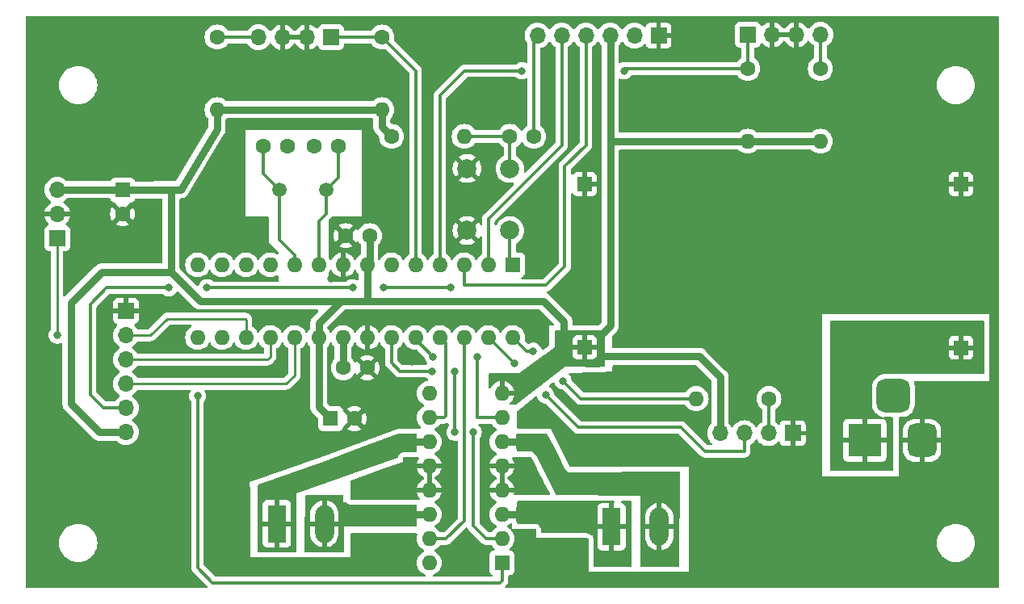
<source format=gtl>
G04 #@! TF.GenerationSoftware,KiCad,Pcbnew,7.0.6-7.0.6~ubuntu22.04.1*
G04 #@! TF.CreationDate,2023-07-29T13:02:34+05:30*
G04 #@! TF.ProjectId,SDC_Schematic,5344435f-5363-4686-956d-617469632e6b,rev?*
G04 #@! TF.SameCoordinates,Original*
G04 #@! TF.FileFunction,Copper,L1,Top*
G04 #@! TF.FilePolarity,Positive*
%FSLAX46Y46*%
G04 Gerber Fmt 4.6, Leading zero omitted, Abs format (unit mm)*
G04 Created by KiCad (PCBNEW 7.0.6-7.0.6~ubuntu22.04.1) date 2023-07-29 13:02:34*
%MOMM*%
%LPD*%
G01*
G04 APERTURE LIST*
G04 Aperture macros list*
%AMRoundRect*
0 Rectangle with rounded corners*
0 $1 Rounding radius*
0 $2 $3 $4 $5 $6 $7 $8 $9 X,Y pos of 4 corners*
0 Add a 4 corners polygon primitive as box body*
4,1,4,$2,$3,$4,$5,$6,$7,$8,$9,$2,$3,0*
0 Add four circle primitives for the rounded corners*
1,1,$1+$1,$2,$3*
1,1,$1+$1,$4,$5*
1,1,$1+$1,$6,$7*
1,1,$1+$1,$8,$9*
0 Add four rect primitives between the rounded corners*
20,1,$1+$1,$2,$3,$4,$5,0*
20,1,$1+$1,$4,$5,$6,$7,0*
20,1,$1+$1,$6,$7,$8,$9,0*
20,1,$1+$1,$8,$9,$2,$3,0*%
G04 Aperture macros list end*
G04 #@! TA.AperFunction,ComponentPad*
%ADD10C,1.600000*%
G04 #@! TD*
G04 #@! TA.AperFunction,ComponentPad*
%ADD11R,1.600000X1.600000*%
G04 #@! TD*
G04 #@! TA.AperFunction,ComponentPad*
%ADD12O,1.600000X1.600000*%
G04 #@! TD*
G04 #@! TA.AperFunction,ComponentPad*
%ADD13R,1.700000X1.700000*%
G04 #@! TD*
G04 #@! TA.AperFunction,ComponentPad*
%ADD14O,1.700000X1.700000*%
G04 #@! TD*
G04 #@! TA.AperFunction,ComponentPad*
%ADD15R,1.524000X1.524000*%
G04 #@! TD*
G04 #@! TA.AperFunction,ComponentPad*
%ADD16C,1.500000*%
G04 #@! TD*
G04 #@! TA.AperFunction,ComponentPad*
%ADD17C,2.000000*%
G04 #@! TD*
G04 #@! TA.AperFunction,ComponentPad*
%ADD18R,1.980000X3.960000*%
G04 #@! TD*
G04 #@! TA.AperFunction,ComponentPad*
%ADD19O,1.980000X3.960000*%
G04 #@! TD*
G04 #@! TA.AperFunction,ComponentPad*
%ADD20R,3.500000X3.500000*%
G04 #@! TD*
G04 #@! TA.AperFunction,ComponentPad*
%ADD21RoundRect,0.750000X0.750000X1.000000X-0.750000X1.000000X-0.750000X-1.000000X0.750000X-1.000000X0*%
G04 #@! TD*
G04 #@! TA.AperFunction,ComponentPad*
%ADD22RoundRect,0.875000X0.875000X0.875000X-0.875000X0.875000X-0.875000X-0.875000X0.875000X-0.875000X0*%
G04 #@! TD*
G04 #@! TA.AperFunction,ViaPad*
%ADD23C,0.800000*%
G04 #@! TD*
G04 #@! TA.AperFunction,Conductor*
%ADD24C,0.300000*%
G04 #@! TD*
G04 #@! TA.AperFunction,Conductor*
%ADD25C,0.800000*%
G04 #@! TD*
G04 #@! TA.AperFunction,Conductor*
%ADD26C,0.250000*%
G04 #@! TD*
G04 APERTURE END LIST*
D10*
X130282000Y-79629000D03*
X127782000Y-79629000D03*
D11*
X104648000Y-61000000D03*
D10*
X104648000Y-63500000D03*
X177800000Y-48260000D03*
D12*
X177800000Y-55880000D03*
D10*
X121920000Y-56388000D03*
X119420000Y-56388000D03*
D13*
X104984000Y-73685000D03*
D14*
X104984000Y-76225000D03*
X104984000Y-78765000D03*
X104984000Y-81305000D03*
X104984000Y-83845000D03*
X104984000Y-86385000D03*
D15*
X192543300Y-77532100D03*
X192543300Y-60361700D03*
X153071700Y-60361700D03*
X153071700Y-77506700D03*
D11*
X145532000Y-68844000D03*
D12*
X142992000Y-68844000D03*
X140452000Y-68844000D03*
X137912000Y-68844000D03*
X135372000Y-68844000D03*
X132832000Y-68844000D03*
X130292000Y-68844000D03*
X127752000Y-68844000D03*
X125212000Y-68844000D03*
X122672000Y-68844000D03*
X120132000Y-68844000D03*
X117592000Y-68844000D03*
X115052000Y-68844000D03*
X112512000Y-68844000D03*
X112512000Y-76464000D03*
X115052000Y-76464000D03*
X117592000Y-76464000D03*
X120132000Y-76464000D03*
X122672000Y-76464000D03*
X125212000Y-76464000D03*
X127752000Y-76464000D03*
X130292000Y-76464000D03*
X132832000Y-76464000D03*
X135372000Y-76464000D03*
X137912000Y-76464000D03*
X140452000Y-76464000D03*
X142992000Y-76464000D03*
X145532000Y-76464000D03*
D10*
X127234000Y-56388000D03*
X124734000Y-56388000D03*
X170180000Y-48260000D03*
D12*
X170180000Y-55880000D03*
D16*
X121104000Y-60960000D03*
X125984000Y-60960000D03*
D11*
X126452621Y-84963000D03*
D10*
X128952621Y-84963000D03*
D13*
X160840000Y-44800000D03*
D14*
X158300000Y-44800000D03*
X155760000Y-44800000D03*
X153220000Y-44800000D03*
X150680000Y-44800000D03*
X148140000Y-44800000D03*
D10*
X114554000Y-44958000D03*
D12*
X114554000Y-52578000D03*
D17*
X140750000Y-65250000D03*
X140750000Y-58750000D03*
X145250000Y-65250000D03*
X145250000Y-58750000D03*
D10*
X128036000Y-65786000D03*
X130536000Y-65786000D03*
D13*
X174900000Y-86500000D03*
D14*
X172360000Y-86500000D03*
X169820000Y-86500000D03*
X167280000Y-86500000D03*
D10*
X132842000Y-55372000D03*
D12*
X140462000Y-55372000D03*
D18*
X120800000Y-96000000D03*
D19*
X125800000Y-96000000D03*
D18*
X155900000Y-96300000D03*
D19*
X160900000Y-96300000D03*
D20*
X182468000Y-87249000D03*
D21*
X188468000Y-87249000D03*
D22*
X185468000Y-82549000D03*
D10*
X131826000Y-44958000D03*
D12*
X131826000Y-52578000D03*
D13*
X126492000Y-44958000D03*
D14*
X123952000Y-44958000D03*
X121412000Y-44958000D03*
X118872000Y-44958000D03*
D11*
X144420000Y-100080000D03*
D12*
X144420000Y-97540000D03*
X144420000Y-95000000D03*
X144420000Y-92460000D03*
X144420000Y-89920000D03*
X144420000Y-87380000D03*
X144420000Y-84840000D03*
X144420000Y-82300000D03*
X136800000Y-82300000D03*
X136800000Y-84840000D03*
X136800000Y-87380000D03*
X136800000Y-89920000D03*
X136800000Y-92460000D03*
X136800000Y-95000000D03*
X136800000Y-97540000D03*
X136800000Y-100080000D03*
D10*
X147750000Y-55372000D03*
X145250000Y-55372000D03*
D13*
X170180000Y-44704000D03*
D14*
X172720000Y-44704000D03*
X175260000Y-44704000D03*
X177800000Y-44704000D03*
D10*
X172410000Y-82875000D03*
D12*
X164790000Y-82875000D03*
D13*
X97790000Y-66040000D03*
D14*
X97790000Y-63500000D03*
X97790000Y-60960000D03*
D23*
X166750000Y-51750000D03*
X136750000Y-60750000D03*
X185500000Y-51500000D03*
X104750000Y-91750000D03*
X148500000Y-100000000D03*
X114250000Y-80000000D03*
X181000000Y-67250000D03*
X109500000Y-90000000D03*
X141500000Y-61750000D03*
X127000000Y-49250000D03*
X114750000Y-95500000D03*
X165250000Y-71750000D03*
X149250000Y-51750000D03*
X126500000Y-70250000D03*
X153750000Y-84500000D03*
X186500000Y-99500000D03*
X152000000Y-51500000D03*
X144500000Y-51750000D03*
X167000000Y-92750000D03*
X162750000Y-51750000D03*
X187750000Y-56000000D03*
X181000000Y-61750000D03*
X136500000Y-51500000D03*
X169250000Y-67500000D03*
X159000000Y-51750000D03*
X175750000Y-99250000D03*
X130000000Y-98750000D03*
X133500000Y-91500000D03*
X101500000Y-57750000D03*
X108500000Y-46250000D03*
X106250000Y-67000000D03*
X188000000Y-68000000D03*
X186500000Y-94000000D03*
X160250000Y-84500000D03*
X121250000Y-74500000D03*
X160500000Y-62500000D03*
X186250000Y-45500000D03*
X173500000Y-51750000D03*
X137750000Y-46750000D03*
X142500000Y-45250000D03*
X147750000Y-84750000D03*
X147000000Y-91250000D03*
X114000000Y-62750000D03*
X160250000Y-68000000D03*
X148500000Y-61500000D03*
X166750000Y-99250000D03*
X187000000Y-61250000D03*
X166250000Y-61500000D03*
X141500000Y-99000000D03*
X97750000Y-91750000D03*
X148500000Y-68750000D03*
X174250000Y-61500000D03*
X101500000Y-67000000D03*
X119500000Y-49500000D03*
X154000000Y-81250000D03*
X114000000Y-65750000D03*
X175000000Y-74250000D03*
X105750000Y-99250000D03*
X96000000Y-45750000D03*
X121500000Y-86000000D03*
X104000000Y-46000000D03*
X136750000Y-65250000D03*
X148500000Y-64750000D03*
X141250000Y-51750000D03*
X159500000Y-75250000D03*
X160250000Y-81000000D03*
X108000000Y-73500000D03*
X160250000Y-88000000D03*
X175750000Y-92500000D03*
X135000000Y-79000000D03*
X130000000Y-74250000D03*
X133000000Y-84500000D03*
X109250000Y-84500000D03*
X109000000Y-77250000D03*
X109000000Y-51750000D03*
X150500000Y-100750000D03*
X109500000Y-80000000D03*
X97000000Y-79500000D03*
X120000000Y-80000000D03*
X123500000Y-49500000D03*
X131750000Y-59500000D03*
X142000000Y-74250000D03*
X116000000Y-88500000D03*
X132500000Y-99500000D03*
X130250000Y-92500000D03*
X108750000Y-57500000D03*
X153000000Y-88000000D03*
X133250000Y-62750000D03*
X137000000Y-74250000D03*
X170250000Y-74250000D03*
X115250000Y-58250000D03*
X97500000Y-86750000D03*
X139000000Y-88500000D03*
X109500000Y-95750000D03*
X113500000Y-71250000D03*
X139000000Y-71250000D03*
X128750000Y-71250000D03*
X109500000Y-71250000D03*
X132000000Y-71250000D03*
X157200000Y-48500000D03*
X146500000Y-48500000D03*
X97790000Y-76210000D03*
X145714000Y-79186000D03*
X149000000Y-82500000D03*
X150800000Y-81000000D03*
X147700000Y-77900000D03*
X112500000Y-82600000D03*
X141400000Y-86400000D03*
X137100000Y-80000000D03*
X139500000Y-80000000D03*
X139500000Y-86400000D03*
X137200000Y-78500000D03*
X141800000Y-78500000D03*
D24*
X125984000Y-63500000D02*
X125212000Y-64272000D01*
X125212000Y-64272000D02*
X125212000Y-68844000D01*
X125984000Y-60960000D02*
X125984000Y-63500000D01*
X127234000Y-56388000D02*
X127234000Y-59710000D01*
X127234000Y-59710000D02*
X125984000Y-60960000D01*
X119420000Y-59276000D02*
X121104000Y-60960000D01*
X119420000Y-56388000D02*
X119420000Y-59276000D01*
X122672000Y-67808000D02*
X121104000Y-66240000D01*
X122672000Y-68844000D02*
X122672000Y-67808000D01*
X121104000Y-66240000D02*
X121104000Y-60960000D01*
X147750000Y-45190000D02*
X148140000Y-44800000D01*
X147750000Y-55372000D02*
X147750000Y-45190000D01*
X145250000Y-65250000D02*
X145250000Y-68562000D01*
X103000000Y-71250000D02*
X101250000Y-73000000D01*
X145250000Y-58750000D02*
X145250000Y-55372000D01*
X102595000Y-83845000D02*
X104984000Y-83845000D01*
X101250000Y-82500000D02*
X102595000Y-83845000D01*
X128750000Y-71250000D02*
X113500000Y-71250000D01*
X101250000Y-73000000D02*
X101250000Y-82500000D01*
X140462000Y-55372000D02*
X145250000Y-55372000D01*
X109500000Y-71250000D02*
X103000000Y-71250000D01*
X145250000Y-68562000D02*
X145532000Y-68844000D01*
X132000000Y-71250000D02*
X139000000Y-71250000D01*
D25*
X127752000Y-76464000D02*
X127752000Y-79599000D01*
X127752000Y-79599000D02*
X127782000Y-79629000D01*
X150900000Y-74800000D02*
X150900000Y-76300000D01*
X170180000Y-55880000D02*
X155980000Y-55880000D01*
X130292000Y-72380000D02*
X130556000Y-72644000D01*
X102185000Y-86385000D02*
X99250000Y-83450000D01*
X155980000Y-55880000D02*
X155760000Y-56100000D01*
X155760000Y-44800000D02*
X155760000Y-56100000D01*
X104984000Y-86385000D02*
X102185000Y-86385000D01*
X102454000Y-69596000D02*
X109728000Y-69596000D01*
X148744000Y-72644000D02*
X150900000Y-74800000D01*
X155760000Y-75240000D02*
X154700000Y-76300000D01*
X104648000Y-61000000D02*
X109728000Y-60966667D01*
X170180000Y-55880000D02*
X177800000Y-55880000D01*
X127508000Y-72644000D02*
X112776000Y-72644000D01*
X125212000Y-83722379D02*
X126452621Y-84963000D01*
X130292000Y-68844000D02*
X130292000Y-72380000D01*
X155760000Y-56100000D02*
X155760000Y-75240000D01*
X99250000Y-72800000D02*
X102454000Y-69596000D01*
X112776000Y-72644000D02*
X109728000Y-69596000D01*
X167280000Y-86500000D02*
X167280000Y-80630000D01*
X167280000Y-80630000D02*
X165100000Y-78450000D01*
X130556000Y-72644000D02*
X148744000Y-72644000D01*
X97790000Y-60960000D02*
X104608000Y-60960000D01*
X104608000Y-60960000D02*
X104648000Y-61000000D01*
X114554000Y-52578000D02*
X131826000Y-52578000D01*
X109728000Y-69596000D02*
X109728000Y-60966667D01*
X131826000Y-52578000D02*
X131826000Y-54356000D01*
X99250000Y-83450000D02*
X99250000Y-72800000D01*
X130536000Y-68600000D02*
X130292000Y-68844000D01*
X110744000Y-60960000D02*
X114554000Y-54610000D01*
X130536000Y-65786000D02*
X130536000Y-68600000D01*
X154800000Y-78450000D02*
X154750000Y-78500000D01*
X131826000Y-54356000D02*
X132842000Y-55372000D01*
X127508000Y-72644000D02*
X125212000Y-74940000D01*
X125212000Y-76464000D02*
X125212000Y-83722379D01*
X165100000Y-78450000D02*
X154800000Y-78450000D01*
X130556000Y-72644000D02*
X127508000Y-72644000D01*
X125212000Y-74940000D02*
X125212000Y-76464000D01*
X114554000Y-54610000D02*
X114554000Y-52578000D01*
X109728000Y-60966667D02*
X110744000Y-60960000D01*
X144420000Y-95000000D02*
X146700000Y-95000000D01*
X147000000Y-87400000D02*
X146980000Y-87380000D01*
X144420000Y-87380000D02*
X146980000Y-87380000D01*
X135100000Y-87400000D02*
X135120000Y-87380000D01*
X136800000Y-87380000D02*
X135120000Y-87380000D01*
X136800000Y-95000000D02*
X134400000Y-95000000D01*
D24*
X135372000Y-68844000D02*
X135372000Y-48504000D01*
X126492000Y-44958000D02*
X131826000Y-44958000D01*
X135372000Y-48504000D02*
X131826000Y-44958000D01*
X114554000Y-44958000D02*
X118872000Y-44958000D01*
X170180000Y-44704000D02*
X170180000Y-48260000D01*
X137912000Y-51088000D02*
X140500000Y-48500000D01*
X157200000Y-48500000D02*
X157440000Y-48260000D01*
X140500000Y-48500000D02*
X146500000Y-48500000D01*
X137912000Y-68844000D02*
X137912000Y-51088000D01*
X157440000Y-48260000D02*
X170180000Y-48260000D01*
X177800000Y-48260000D02*
X177800000Y-44704000D01*
X177800000Y-47752000D02*
X178308000Y-48260000D01*
X140500000Y-71000000D02*
X140452000Y-70952000D01*
X153220000Y-56280000D02*
X151000000Y-58500000D01*
X149000000Y-71000000D02*
X140500000Y-71000000D01*
X151000000Y-69000000D02*
X149000000Y-71000000D01*
X140452000Y-70952000D02*
X140452000Y-68844000D01*
X153220000Y-44800000D02*
X153220000Y-56280000D01*
X151000000Y-58500000D02*
X151000000Y-69000000D01*
X142992000Y-68844000D02*
X142992000Y-64008000D01*
X142992000Y-64008000D02*
X150680000Y-56320000D01*
X150680000Y-56320000D02*
X150680000Y-44800000D01*
D26*
X117592000Y-76464000D02*
X117592000Y-74592000D01*
X107575000Y-76225000D02*
X104984000Y-76225000D01*
X109300000Y-74500000D02*
X107575000Y-76225000D01*
X117592000Y-74592000D02*
X117500000Y-74500000D01*
X117500000Y-74500000D02*
X109300000Y-74500000D01*
X97790000Y-76210000D02*
X97790000Y-66040000D01*
D24*
X172410000Y-82875000D02*
X172410000Y-86450000D01*
X172410000Y-86450000D02*
X172360000Y-86500000D01*
X169820000Y-88380000D02*
X169820000Y-86500000D01*
X163200000Y-85900000D02*
X164950000Y-87650000D01*
X165700000Y-88400000D02*
X169800000Y-88400000D01*
X169800000Y-88400000D02*
X169820000Y-88380000D01*
X145714000Y-79186000D02*
X142992000Y-76464000D01*
X152400000Y-85900000D02*
X163200000Y-85900000D01*
X149000000Y-82500000D02*
X152400000Y-85900000D01*
X164950000Y-87650000D02*
X165700000Y-88400000D01*
D26*
X120132000Y-78468000D02*
X119835000Y-78765000D01*
X120132000Y-76464000D02*
X120132000Y-78468000D01*
X119835000Y-78765000D02*
X104984000Y-78765000D01*
X122672000Y-80428000D02*
X122672000Y-76464000D01*
X121795000Y-81305000D02*
X122672000Y-80428000D01*
X104984000Y-81305000D02*
X121795000Y-81305000D01*
D24*
X164790000Y-82875000D02*
X152690000Y-82875000D01*
X146968000Y-77900000D02*
X145532000Y-76464000D01*
X152690000Y-82875000D02*
X150815000Y-81000000D01*
X150815000Y-81000000D02*
X150800000Y-81000000D01*
X147700000Y-77900000D02*
X146968000Y-77900000D01*
X144200000Y-102200000D02*
X144420000Y-101980000D01*
X112500000Y-82600000D02*
X112500000Y-100600000D01*
X114100000Y-102200000D02*
X144200000Y-102200000D01*
X112500000Y-100600000D02*
X114100000Y-102200000D01*
X144420000Y-101980000D02*
X144420000Y-100080000D01*
X137000000Y-80000000D02*
X133700000Y-80000000D01*
X141400000Y-96200000D02*
X142740000Y-97540000D01*
X139500000Y-86400000D02*
X139500000Y-80000000D01*
X133700000Y-80000000D02*
X132832000Y-79132000D01*
X132832000Y-79132000D02*
X132832000Y-76464000D01*
X142740000Y-97540000D02*
X144420000Y-97540000D01*
X141400000Y-86400000D02*
X141400000Y-96200000D01*
X141800000Y-78700000D02*
X141800000Y-84800000D01*
X137200000Y-78500000D02*
X135372000Y-76672000D01*
X135372000Y-76672000D02*
X135372000Y-76464000D01*
X141800000Y-84800000D02*
X141840000Y-84840000D01*
X141840000Y-84840000D02*
X144420000Y-84840000D01*
X138360000Y-84840000D02*
X138500000Y-84700000D01*
X136800000Y-84840000D02*
X138360000Y-84840000D01*
X138500000Y-84700000D02*
X138500000Y-77052000D01*
X138500000Y-77052000D02*
X137912000Y-76464000D01*
X140452000Y-76464000D02*
X140452000Y-95648000D01*
X138560000Y-97540000D02*
X136800000Y-97540000D01*
X140452000Y-95648000D02*
X138560000Y-97540000D01*
G04 #@! TA.AperFunction,Conductor*
G36*
X196442539Y-42771185D02*
G01*
X196488294Y-42823989D01*
X196499500Y-42875500D01*
X196499500Y-73500000D01*
X195500000Y-73500000D01*
X195500000Y-74000000D01*
X178000000Y-74000000D01*
X178000000Y-91000000D01*
X177000000Y-91000000D01*
X177000000Y-102750500D01*
X165500000Y-102750500D01*
X165500000Y-101000000D01*
X164000000Y-101000000D01*
X164000000Y-90000000D01*
X156000000Y-90000000D01*
X156172475Y-86550500D01*
X162879192Y-86550500D01*
X162946231Y-86570185D01*
X162966873Y-86586819D01*
X164429576Y-88049521D01*
X164429597Y-88049544D01*
X165179564Y-88799510D01*
X165189635Y-88812080D01*
X165189822Y-88811926D01*
X165194796Y-88817937D01*
X165194798Y-88817940D01*
X165219669Y-88841295D01*
X165247243Y-88867190D01*
X165268967Y-88888913D01*
X165274757Y-88893405D01*
X165279197Y-88897197D01*
X165308498Y-88924711D01*
X165314607Y-88930448D01*
X165314609Y-88930449D01*
X165333205Y-88940672D01*
X165349470Y-88951357D01*
X165366232Y-88964360D01*
X165366235Y-88964361D01*
X165366236Y-88964362D01*
X165410823Y-88983656D01*
X165416059Y-88986221D01*
X165458632Y-89009627D01*
X165474340Y-89013659D01*
X165479186Y-89014904D01*
X165497598Y-89021207D01*
X165517073Y-89029635D01*
X165565071Y-89037237D01*
X165570740Y-89038411D01*
X165617823Y-89050500D01*
X165639051Y-89050500D01*
X165658448Y-89052026D01*
X165679403Y-89055345D01*
X165679404Y-89055346D01*
X165679404Y-89055345D01*
X165679405Y-89055346D01*
X165727760Y-89050775D01*
X165733599Y-89050500D01*
X169714495Y-89050500D01*
X169730505Y-89052267D01*
X169730528Y-89052026D01*
X169738289Y-89052758D01*
X169738296Y-89052760D01*
X169810203Y-89050500D01*
X169840925Y-89050500D01*
X169848190Y-89049581D01*
X169854016Y-89049122D01*
X169902569Y-89047597D01*
X169922956Y-89041673D01*
X169941996Y-89037731D01*
X169963058Y-89035071D01*
X170008235Y-89017183D01*
X170013735Y-89015300D01*
X170060398Y-89001744D01*
X170078665Y-88990939D01*
X170096136Y-88982380D01*
X170115871Y-88974568D01*
X170155177Y-88946010D01*
X170160043Y-88942813D01*
X170201865Y-88918081D01*
X170216870Y-88903075D01*
X170231668Y-88890436D01*
X170248837Y-88877963D01*
X170277935Y-88842788D01*
X170280504Y-88839875D01*
X170287190Y-88832755D01*
X170308911Y-88811035D01*
X170313401Y-88805245D01*
X170317183Y-88800815D01*
X170350448Y-88765393D01*
X170360674Y-88746790D01*
X170371353Y-88730533D01*
X170384362Y-88713764D01*
X170403656Y-88669175D01*
X170406212Y-88663956D01*
X170429627Y-88621368D01*
X170434905Y-88600806D01*
X170441207Y-88582399D01*
X170449635Y-88562927D01*
X170457233Y-88514953D01*
X170458414Y-88509247D01*
X170470500Y-88462177D01*
X170470500Y-88440949D01*
X170472027Y-88421549D01*
X170475346Y-88400595D01*
X170470775Y-88352238D01*
X170470500Y-88346400D01*
X170470500Y-87757722D01*
X170490185Y-87690683D01*
X170523377Y-87656147D01*
X170574429Y-87620399D01*
X170691401Y-87538495D01*
X170858495Y-87371401D01*
X170988424Y-87185842D01*
X171043002Y-87142217D01*
X171112500Y-87135023D01*
X171174855Y-87166546D01*
X171191575Y-87185842D01*
X171321500Y-87371395D01*
X171321505Y-87371401D01*
X171488599Y-87538495D01*
X171565135Y-87592086D01*
X171682165Y-87674032D01*
X171682167Y-87674033D01*
X171682170Y-87674035D01*
X171896337Y-87773903D01*
X172124592Y-87835063D01*
X172295319Y-87850000D01*
X172359999Y-87855659D01*
X172360000Y-87855659D01*
X172360001Y-87855659D01*
X172424681Y-87850000D01*
X172595408Y-87835063D01*
X172823663Y-87773903D01*
X173037830Y-87674035D01*
X173231401Y-87538495D01*
X173353717Y-87416178D01*
X173415036Y-87382696D01*
X173484728Y-87387680D01*
X173540662Y-87429551D01*
X173557577Y-87460528D01*
X173606646Y-87592088D01*
X173606649Y-87592093D01*
X173692809Y-87707187D01*
X173692812Y-87707190D01*
X173807906Y-87793350D01*
X173807913Y-87793354D01*
X173942620Y-87843596D01*
X173942627Y-87843598D01*
X174002155Y-87849999D01*
X174002172Y-87850000D01*
X174650000Y-87850000D01*
X174650000Y-86935501D01*
X174757685Y-86984680D01*
X174864237Y-87000000D01*
X174935763Y-87000000D01*
X175042315Y-86984680D01*
X175150000Y-86935501D01*
X175150000Y-87850000D01*
X175797828Y-87850000D01*
X175797844Y-87849999D01*
X175857372Y-87843598D01*
X175857379Y-87843596D01*
X175992086Y-87793354D01*
X175992093Y-87793350D01*
X176107187Y-87707190D01*
X176107190Y-87707187D01*
X176193350Y-87592093D01*
X176193354Y-87592086D01*
X176243596Y-87457379D01*
X176243598Y-87457372D01*
X176249999Y-87397844D01*
X176250000Y-87397827D01*
X176250000Y-86750000D01*
X175333686Y-86750000D01*
X175359493Y-86709844D01*
X175400000Y-86571889D01*
X175400000Y-86428111D01*
X175359493Y-86290156D01*
X175333686Y-86250000D01*
X176250000Y-86250000D01*
X176250000Y-85602172D01*
X176249999Y-85602155D01*
X176243598Y-85542627D01*
X176243596Y-85542620D01*
X176193354Y-85407913D01*
X176193350Y-85407906D01*
X176107190Y-85292812D01*
X176107187Y-85292809D01*
X175992093Y-85206649D01*
X175992086Y-85206645D01*
X175857379Y-85156403D01*
X175857372Y-85156401D01*
X175797844Y-85150000D01*
X175150000Y-85150000D01*
X175150000Y-86064498D01*
X175042315Y-86015320D01*
X174935763Y-86000000D01*
X174864237Y-86000000D01*
X174757685Y-86015320D01*
X174650000Y-86064498D01*
X174650000Y-85150000D01*
X174002155Y-85150000D01*
X173942627Y-85156401D01*
X173942620Y-85156403D01*
X173807913Y-85206645D01*
X173807906Y-85206649D01*
X173692812Y-85292809D01*
X173692809Y-85292812D01*
X173606649Y-85407906D01*
X173606645Y-85407913D01*
X173557578Y-85539470D01*
X173515707Y-85595404D01*
X173450242Y-85619821D01*
X173381969Y-85604969D01*
X173353715Y-85583819D01*
X173296818Y-85526922D01*
X173231401Y-85461505D01*
X173231396Y-85461502D01*
X173231393Y-85461499D01*
X173113376Y-85378861D01*
X173069751Y-85324284D01*
X173060500Y-85277287D01*
X173060500Y-84071682D01*
X173080185Y-84004643D01*
X173113371Y-83970111D01*
X173249139Y-83875047D01*
X173410047Y-83714139D01*
X173540568Y-83527734D01*
X173636739Y-83321496D01*
X173695635Y-83101692D01*
X173715468Y-82875000D01*
X173714880Y-82868284D01*
X173707040Y-82778666D01*
X173695635Y-82648308D01*
X173650279Y-82479035D01*
X173636741Y-82428511D01*
X173636738Y-82428502D01*
X173597097Y-82343493D01*
X173540568Y-82222266D01*
X173436263Y-82073302D01*
X173410045Y-82035858D01*
X173249141Y-81874954D01*
X173062734Y-81744432D01*
X173062732Y-81744431D01*
X172856497Y-81648261D01*
X172856488Y-81648258D01*
X172636697Y-81589366D01*
X172636693Y-81589365D01*
X172636692Y-81589365D01*
X172636691Y-81589364D01*
X172636686Y-81589364D01*
X172410002Y-81569532D01*
X172409998Y-81569532D01*
X172183313Y-81589364D01*
X172183302Y-81589366D01*
X171963511Y-81648258D01*
X171963502Y-81648261D01*
X171757267Y-81744431D01*
X171757265Y-81744432D01*
X171570858Y-81874954D01*
X171409954Y-82035858D01*
X171279432Y-82222265D01*
X171279431Y-82222267D01*
X171183261Y-82428502D01*
X171183258Y-82428511D01*
X171124366Y-82648302D01*
X171124364Y-82648313D01*
X171104532Y-82874998D01*
X171104532Y-82875001D01*
X171124364Y-83101686D01*
X171124366Y-83101697D01*
X171183258Y-83321488D01*
X171183261Y-83321497D01*
X171279431Y-83527732D01*
X171279432Y-83527734D01*
X171409954Y-83714141D01*
X171570855Y-83875042D01*
X171570858Y-83875044D01*
X171570861Y-83875047D01*
X171706626Y-83970109D01*
X171750248Y-84024683D01*
X171759500Y-84071682D01*
X171759500Y-85210908D01*
X171739815Y-85277947D01*
X171687914Y-85323286D01*
X171682173Y-85325963D01*
X171682169Y-85325965D01*
X171488597Y-85461505D01*
X171321505Y-85628597D01*
X171191575Y-85814158D01*
X171136998Y-85857783D01*
X171067500Y-85864977D01*
X171005145Y-85833454D01*
X170988425Y-85814158D01*
X170858494Y-85628597D01*
X170691402Y-85461506D01*
X170691395Y-85461501D01*
X170683697Y-85456111D01*
X170639004Y-85424816D01*
X170497834Y-85325967D01*
X170497830Y-85325965D01*
X170426727Y-85292809D01*
X170283663Y-85226097D01*
X170283659Y-85226096D01*
X170283655Y-85226094D01*
X170055413Y-85164938D01*
X170055403Y-85164936D01*
X169820001Y-85144341D01*
X169819999Y-85144341D01*
X169584596Y-85164936D01*
X169584586Y-85164938D01*
X169356344Y-85226094D01*
X169356335Y-85226098D01*
X169142171Y-85325964D01*
X169142169Y-85325965D01*
X168948597Y-85461505D01*
X168781505Y-85628597D01*
X168651575Y-85814158D01*
X168596998Y-85857783D01*
X168527500Y-85864977D01*
X168465145Y-85833454D01*
X168448425Y-85814158D01*
X168318494Y-85628597D01*
X168216819Y-85526922D01*
X168183334Y-85465599D01*
X168180500Y-85439241D01*
X168180500Y-80710626D01*
X168182027Y-80691225D01*
X168182522Y-80688100D01*
X168184219Y-80677388D01*
X168180584Y-80608040D01*
X168180500Y-80604797D01*
X168180500Y-80582809D01*
X168180499Y-80582800D01*
X168178201Y-80560936D01*
X168177947Y-80557720D01*
X168174313Y-80488355D01*
X168170685Y-80474814D01*
X168167139Y-80455688D01*
X168165674Y-80441744D01*
X168144213Y-80375697D01*
X168143297Y-80372604D01*
X168125320Y-80305513D01*
X168118953Y-80293018D01*
X168111511Y-80275051D01*
X168107179Y-80261716D01*
X168072456Y-80201574D01*
X168070911Y-80198728D01*
X168039385Y-80136854D01*
X168039159Y-80136575D01*
X168030557Y-80125952D01*
X168019540Y-80109920D01*
X168017065Y-80105633D01*
X168012533Y-80097784D01*
X167976261Y-80057500D01*
X167966058Y-80046168D01*
X167963964Y-80043716D01*
X167950120Y-80026620D01*
X167934568Y-80011068D01*
X167932348Y-80008730D01*
X167885871Y-79957112D01*
X167885869Y-79957110D01*
X167874529Y-79948871D01*
X167859736Y-79936236D01*
X165793764Y-77870265D01*
X165781126Y-77855468D01*
X165772887Y-77844128D01*
X165721277Y-77797657D01*
X165718922Y-77795423D01*
X165703382Y-77779882D01*
X165686295Y-77766043D01*
X165683831Y-77763939D01*
X165632220Y-77717470D01*
X165632213Y-77717465D01*
X165620070Y-77710454D01*
X165604043Y-77699438D01*
X165593153Y-77690620D01*
X165593151Y-77690619D01*
X165593149Y-77690617D01*
X165565800Y-77676682D01*
X165531266Y-77659085D01*
X165528414Y-77657537D01*
X165468282Y-77622820D01*
X165454949Y-77618488D01*
X165436978Y-77611043D01*
X165424498Y-77604684D01*
X165424486Y-77604679D01*
X165357409Y-77586705D01*
X165354309Y-77585787D01*
X165288256Y-77564326D01*
X165288251Y-77564325D01*
X165288249Y-77564325D01*
X165274314Y-77562860D01*
X165255189Y-77559315D01*
X165241653Y-77555688D01*
X165241643Y-77555686D01*
X165172290Y-77552051D01*
X165169059Y-77551797D01*
X165154537Y-77550271D01*
X165147192Y-77549500D01*
X165147189Y-77549500D01*
X165125203Y-77549500D01*
X165121959Y-77549415D01*
X165052612Y-77545781D01*
X165052611Y-77545781D01*
X165038772Y-77547973D01*
X165019373Y-77549500D01*
X156124000Y-77549500D01*
X156056961Y-77529815D01*
X156011206Y-77477011D01*
X156000000Y-77425500D01*
X156000000Y-76324859D01*
X156019685Y-76257820D01*
X156036313Y-76237184D01*
X156339737Y-75933760D01*
X156354525Y-75921130D01*
X156365871Y-75912888D01*
X156412347Y-75861270D01*
X156414570Y-75858928D01*
X156430119Y-75843380D01*
X156443982Y-75826260D01*
X156446049Y-75823841D01*
X156457143Y-75811520D01*
X156492533Y-75772216D01*
X156499538Y-75760080D01*
X156510570Y-75744031D01*
X156519381Y-75733151D01*
X156519383Y-75733149D01*
X156519382Y-75733149D01*
X156550934Y-75671222D01*
X156552425Y-75668476D01*
X156587179Y-75608284D01*
X156591509Y-75594956D01*
X156598960Y-75576969D01*
X156605319Y-75564490D01*
X156605320Y-75564488D01*
X156609960Y-75547169D01*
X156623297Y-75497390D01*
X156624201Y-75494337D01*
X156645674Y-75428256D01*
X156647139Y-75414307D01*
X156650684Y-75395183D01*
X156654312Y-75381646D01*
X156657947Y-75312284D01*
X156658200Y-75309071D01*
X156659489Y-75296809D01*
X156660500Y-75287192D01*
X156660500Y-75265196D01*
X156660585Y-75261950D01*
X156661221Y-75249811D01*
X156664219Y-75192612D01*
X156662027Y-75178772D01*
X156660500Y-75159373D01*
X156660500Y-61171527D01*
X191281299Y-61171527D01*
X191281300Y-61171544D01*
X191287701Y-61231072D01*
X191287703Y-61231079D01*
X191337945Y-61365786D01*
X191337949Y-61365793D01*
X191424109Y-61480887D01*
X191424112Y-61480890D01*
X191539206Y-61567050D01*
X191539213Y-61567054D01*
X191673920Y-61617296D01*
X191673927Y-61617298D01*
X191733455Y-61623699D01*
X191733472Y-61623700D01*
X192293300Y-61623700D01*
X192293300Y-60797201D01*
X192400985Y-60846380D01*
X192507537Y-60861700D01*
X192579063Y-60861700D01*
X192685615Y-60846380D01*
X192793300Y-60797201D01*
X192793300Y-61623700D01*
X193353128Y-61623700D01*
X193353144Y-61623699D01*
X193412672Y-61617298D01*
X193412679Y-61617296D01*
X193547386Y-61567054D01*
X193547393Y-61567050D01*
X193662487Y-61480890D01*
X193662490Y-61480887D01*
X193748650Y-61365793D01*
X193748654Y-61365786D01*
X193798896Y-61231079D01*
X193798898Y-61231072D01*
X193805299Y-61171544D01*
X193805299Y-61171527D01*
X193805300Y-60611700D01*
X192976986Y-60611700D01*
X193002793Y-60571544D01*
X193043300Y-60433589D01*
X193043300Y-60289811D01*
X193002793Y-60151856D01*
X192976986Y-60111700D01*
X193805300Y-60111700D01*
X193805300Y-60111699D01*
X193805299Y-59551872D01*
X193805299Y-59551855D01*
X193798898Y-59492327D01*
X193798896Y-59492320D01*
X193748654Y-59357613D01*
X193748650Y-59357606D01*
X193662490Y-59242512D01*
X193662487Y-59242509D01*
X193547393Y-59156349D01*
X193547386Y-59156345D01*
X193412679Y-59106103D01*
X193412672Y-59106101D01*
X193353144Y-59099700D01*
X192793300Y-59099700D01*
X192793300Y-59926198D01*
X192685615Y-59877020D01*
X192579063Y-59861700D01*
X192507537Y-59861700D01*
X192400985Y-59877020D01*
X192293300Y-59926198D01*
X192293300Y-59099700D01*
X191733455Y-59099700D01*
X191673927Y-59106101D01*
X191673920Y-59106103D01*
X191539213Y-59156345D01*
X191539206Y-59156349D01*
X191424112Y-59242509D01*
X191424109Y-59242512D01*
X191337949Y-59357606D01*
X191337945Y-59357613D01*
X191287703Y-59492320D01*
X191287701Y-59492327D01*
X191281300Y-59551855D01*
X191281299Y-59551872D01*
X191281300Y-60111699D01*
X191281300Y-60111700D01*
X192109614Y-60111700D01*
X192083807Y-60151856D01*
X192043300Y-60289811D01*
X192043300Y-60433589D01*
X192083807Y-60571544D01*
X192109614Y-60611700D01*
X191281300Y-60611700D01*
X191281299Y-61171527D01*
X156660500Y-61171527D01*
X156660500Y-56904500D01*
X156680185Y-56837461D01*
X156732989Y-56791706D01*
X156784500Y-56780500D01*
X169189952Y-56780500D01*
X169256991Y-56800185D01*
X169277628Y-56816814D01*
X169340861Y-56880047D01*
X169527266Y-57010568D01*
X169733504Y-57106739D01*
X169953308Y-57165635D01*
X170115230Y-57179801D01*
X170179998Y-57185468D01*
X170180000Y-57185468D01*
X170180002Y-57185468D01*
X170236673Y-57180509D01*
X170406692Y-57165635D01*
X170626496Y-57106739D01*
X170832734Y-57010568D01*
X171019139Y-56880047D01*
X171082368Y-56816817D01*
X171143689Y-56783334D01*
X171170048Y-56780500D01*
X176809952Y-56780500D01*
X176876991Y-56800185D01*
X176897628Y-56816814D01*
X176960861Y-56880047D01*
X177147266Y-57010568D01*
X177353504Y-57106739D01*
X177573308Y-57165635D01*
X177735230Y-57179801D01*
X177799998Y-57185468D01*
X177800000Y-57185468D01*
X177800002Y-57185468D01*
X177856672Y-57180509D01*
X178026692Y-57165635D01*
X178246496Y-57106739D01*
X178452734Y-57010568D01*
X178639139Y-56880047D01*
X178800047Y-56719139D01*
X178930568Y-56532734D01*
X179026739Y-56326496D01*
X179085635Y-56106692D01*
X179105468Y-55880000D01*
X179085635Y-55653308D01*
X179026739Y-55433504D01*
X178930568Y-55227266D01*
X178800047Y-55040861D01*
X178800045Y-55040858D01*
X178639141Y-54879954D01*
X178452734Y-54749432D01*
X178452732Y-54749431D01*
X178246497Y-54653261D01*
X178246488Y-54653258D01*
X178026697Y-54594366D01*
X178026693Y-54594365D01*
X178026692Y-54594365D01*
X178026691Y-54594364D01*
X178026686Y-54594364D01*
X177800002Y-54574532D01*
X177799998Y-54574532D01*
X177573313Y-54594364D01*
X177573302Y-54594366D01*
X177353511Y-54653258D01*
X177353502Y-54653261D01*
X177147267Y-54749431D01*
X177147265Y-54749432D01*
X176960862Y-54879951D01*
X176936572Y-54904242D01*
X176897631Y-54943182D01*
X176836311Y-54976666D01*
X176809952Y-54979500D01*
X171170048Y-54979500D01*
X171103009Y-54959815D01*
X171082371Y-54943185D01*
X171019139Y-54879953D01*
X171019138Y-54879952D01*
X171019137Y-54879951D01*
X170832734Y-54749432D01*
X170832732Y-54749431D01*
X170626497Y-54653261D01*
X170626488Y-54653258D01*
X170406697Y-54594366D01*
X170406693Y-54594365D01*
X170406692Y-54594365D01*
X170406691Y-54594364D01*
X170406686Y-54594364D01*
X170180002Y-54574532D01*
X170179998Y-54574532D01*
X169953313Y-54594364D01*
X169953302Y-54594366D01*
X169733511Y-54653258D01*
X169733502Y-54653261D01*
X169527267Y-54749431D01*
X169527265Y-54749432D01*
X169340862Y-54879951D01*
X169316572Y-54904242D01*
X169277631Y-54943182D01*
X169216311Y-54976666D01*
X169189952Y-54979500D01*
X156784500Y-54979500D01*
X156717461Y-54959815D01*
X156671706Y-54907011D01*
X156660500Y-54855500D01*
X156660500Y-50000001D01*
X189994390Y-50000001D01*
X190014804Y-50285433D01*
X190075628Y-50565037D01*
X190075630Y-50565043D01*
X190075631Y-50565046D01*
X190146196Y-50754238D01*
X190175635Y-50833166D01*
X190312770Y-51084309D01*
X190312775Y-51084317D01*
X190484254Y-51313387D01*
X190484270Y-51313405D01*
X190686594Y-51515729D01*
X190686612Y-51515745D01*
X190915682Y-51687224D01*
X190915690Y-51687229D01*
X191166833Y-51824364D01*
X191166832Y-51824364D01*
X191166836Y-51824365D01*
X191166839Y-51824367D01*
X191434954Y-51924369D01*
X191434960Y-51924370D01*
X191434962Y-51924371D01*
X191714566Y-51985195D01*
X191714568Y-51985195D01*
X191714572Y-51985196D01*
X191928552Y-52000500D01*
X192071448Y-52000500D01*
X192285428Y-51985196D01*
X192565046Y-51924369D01*
X192833161Y-51824367D01*
X193084315Y-51687226D01*
X193313395Y-51515739D01*
X193515739Y-51313395D01*
X193687226Y-51084315D01*
X193824367Y-50833161D01*
X193924369Y-50565046D01*
X193985196Y-50285428D01*
X194005610Y-50000000D01*
X193985196Y-49714572D01*
X193924369Y-49434954D01*
X193824367Y-49166839D01*
X193718249Y-48972500D01*
X193687229Y-48915690D01*
X193687224Y-48915682D01*
X193515745Y-48686612D01*
X193515729Y-48686594D01*
X193313405Y-48484270D01*
X193313387Y-48484254D01*
X193084317Y-48312775D01*
X193084309Y-48312770D01*
X192833166Y-48175635D01*
X192833167Y-48175635D01*
X192636111Y-48102137D01*
X192565046Y-48075631D01*
X192565043Y-48075630D01*
X192565037Y-48075628D01*
X192285433Y-48014804D01*
X192071448Y-47999500D01*
X191928552Y-47999500D01*
X191714566Y-48014804D01*
X191434962Y-48075628D01*
X191166833Y-48175635D01*
X190915690Y-48312770D01*
X190915682Y-48312775D01*
X190686612Y-48484254D01*
X190686594Y-48484270D01*
X190484270Y-48686594D01*
X190484254Y-48686612D01*
X190312775Y-48915682D01*
X190312770Y-48915690D01*
X190175635Y-49166833D01*
X190075628Y-49434962D01*
X190014804Y-49714566D01*
X189994390Y-49999998D01*
X189994390Y-50000001D01*
X156660500Y-50000001D01*
X156660500Y-49436462D01*
X156680185Y-49369423D01*
X156732989Y-49323668D01*
X156802147Y-49313724D01*
X156834936Y-49323183D01*
X156862733Y-49335559D01*
X156920197Y-49361144D01*
X157105354Y-49400500D01*
X157105355Y-49400500D01*
X157294644Y-49400500D01*
X157294646Y-49400500D01*
X157479803Y-49361144D01*
X157652730Y-49284151D01*
X157805871Y-49172888D01*
X157932533Y-49032216D01*
X157967010Y-48972499D01*
X158017576Y-48924285D01*
X158074397Y-48910500D01*
X168983317Y-48910500D01*
X169050356Y-48930185D01*
X169084892Y-48963377D01*
X169179954Y-49099141D01*
X169340858Y-49260045D01*
X169340861Y-49260047D01*
X169527266Y-49390568D01*
X169733504Y-49486739D01*
X169953308Y-49545635D01*
X170115230Y-49559801D01*
X170179998Y-49565468D01*
X170180000Y-49565468D01*
X170180002Y-49565468D01*
X170236673Y-49560509D01*
X170406692Y-49545635D01*
X170626496Y-49486739D01*
X170832734Y-49390568D01*
X171019139Y-49260047D01*
X171180047Y-49099139D01*
X171310568Y-48912734D01*
X171406739Y-48706496D01*
X171465635Y-48486692D01*
X171485468Y-48260000D01*
X171465635Y-48033308D01*
X171417161Y-47852401D01*
X171406741Y-47813511D01*
X171406738Y-47813502D01*
X171355231Y-47703046D01*
X171310568Y-47607266D01*
X171180047Y-47420861D01*
X171180045Y-47420858D01*
X171019140Y-47259953D01*
X170883377Y-47164891D01*
X170839752Y-47110314D01*
X170830500Y-47063316D01*
X170830500Y-46178499D01*
X170850185Y-46111460D01*
X170902989Y-46065705D01*
X170954500Y-46054499D01*
X171077871Y-46054499D01*
X171077872Y-46054499D01*
X171137483Y-46048091D01*
X171272331Y-45997796D01*
X171387546Y-45911546D01*
X171473796Y-45796331D01*
X171523002Y-45664401D01*
X171564872Y-45608468D01*
X171630337Y-45584050D01*
X171698610Y-45598901D01*
X171726865Y-45620053D01*
X171848917Y-45742105D01*
X172042421Y-45877600D01*
X172256507Y-45977429D01*
X172256516Y-45977433D01*
X172470000Y-46034634D01*
X172470000Y-45139501D01*
X172577685Y-45188680D01*
X172684237Y-45204000D01*
X172755763Y-45204000D01*
X172862315Y-45188680D01*
X172970000Y-45139501D01*
X172970000Y-46034633D01*
X173183483Y-45977433D01*
X173183492Y-45977429D01*
X173397578Y-45877600D01*
X173591082Y-45742105D01*
X173758105Y-45575082D01*
X173888425Y-45388968D01*
X173943002Y-45345344D01*
X174012501Y-45338151D01*
X174074855Y-45369673D01*
X174091575Y-45388968D01*
X174221894Y-45575082D01*
X174388917Y-45742105D01*
X174582421Y-45877600D01*
X174796507Y-45977429D01*
X174796516Y-45977433D01*
X175010000Y-46034634D01*
X175010000Y-45139501D01*
X175117685Y-45188680D01*
X175224237Y-45204000D01*
X175295763Y-45204000D01*
X175402315Y-45188680D01*
X175510000Y-45139501D01*
X175510000Y-46034633D01*
X175723483Y-45977433D01*
X175723492Y-45977429D01*
X175937578Y-45877600D01*
X176131082Y-45742105D01*
X176298105Y-45575082D01*
X176428119Y-45389405D01*
X176482696Y-45345781D01*
X176552195Y-45338588D01*
X176614549Y-45370110D01*
X176631269Y-45389405D01*
X176761505Y-45575401D01*
X176761506Y-45575402D01*
X176928597Y-45742493D01*
X176928603Y-45742498D01*
X177096623Y-45860147D01*
X177140248Y-45914724D01*
X177149500Y-45961722D01*
X177149500Y-47063316D01*
X177129815Y-47130355D01*
X177096623Y-47164891D01*
X176960859Y-47259953D01*
X176799954Y-47420858D01*
X176669432Y-47607265D01*
X176669431Y-47607267D01*
X176573261Y-47813502D01*
X176573258Y-47813511D01*
X176514366Y-48033302D01*
X176514364Y-48033313D01*
X176494532Y-48259998D01*
X176494532Y-48260001D01*
X176514364Y-48486686D01*
X176514366Y-48486697D01*
X176573258Y-48706488D01*
X176573261Y-48706497D01*
X176669431Y-48912732D01*
X176669432Y-48912734D01*
X176799954Y-49099141D01*
X176960858Y-49260045D01*
X176960861Y-49260047D01*
X177147266Y-49390568D01*
X177353504Y-49486739D01*
X177573308Y-49545635D01*
X177735230Y-49559801D01*
X177799998Y-49565468D01*
X177800000Y-49565468D01*
X177800002Y-49565468D01*
X177856672Y-49560509D01*
X178026692Y-49545635D01*
X178246496Y-49486739D01*
X178452734Y-49390568D01*
X178639139Y-49260047D01*
X178800047Y-49099139D01*
X178930568Y-48912734D01*
X179026739Y-48706496D01*
X179085635Y-48486692D01*
X179105468Y-48260000D01*
X179085635Y-48033308D01*
X179037161Y-47852401D01*
X179026741Y-47813511D01*
X179026738Y-47813502D01*
X178975231Y-47703046D01*
X178930568Y-47607266D01*
X178800047Y-47420861D01*
X178800045Y-47420858D01*
X178639140Y-47259953D01*
X178503377Y-47164891D01*
X178459752Y-47110314D01*
X178450500Y-47063316D01*
X178450500Y-45961722D01*
X178470185Y-45894683D01*
X178503377Y-45860147D01*
X178554429Y-45824399D01*
X178671401Y-45742495D01*
X178838495Y-45575401D01*
X178974035Y-45381830D01*
X179073903Y-45167663D01*
X179135063Y-44939408D01*
X179155659Y-44704000D01*
X179135063Y-44468592D01*
X179073903Y-44240337D01*
X178974035Y-44026171D01*
X178968731Y-44018595D01*
X178838494Y-43832597D01*
X178671402Y-43665506D01*
X178671395Y-43665501D01*
X178477834Y-43529967D01*
X178477830Y-43529965D01*
X178427820Y-43506645D01*
X178263663Y-43430097D01*
X178263659Y-43430096D01*
X178263655Y-43430094D01*
X178035413Y-43368938D01*
X178035403Y-43368936D01*
X177800001Y-43348341D01*
X177799999Y-43348341D01*
X177564596Y-43368936D01*
X177564586Y-43368938D01*
X177336344Y-43430094D01*
X177336335Y-43430098D01*
X177122171Y-43529964D01*
X177122169Y-43529965D01*
X176928597Y-43665505D01*
X176761508Y-43832594D01*
X176631269Y-44018595D01*
X176576692Y-44062219D01*
X176507193Y-44069412D01*
X176444839Y-44037890D01*
X176428119Y-44018594D01*
X176298113Y-43832926D01*
X176298108Y-43832920D01*
X176131082Y-43665894D01*
X175937578Y-43530399D01*
X175723492Y-43430570D01*
X175723486Y-43430567D01*
X175510000Y-43373364D01*
X175510000Y-44268498D01*
X175402315Y-44219320D01*
X175295763Y-44204000D01*
X175224237Y-44204000D01*
X175117685Y-44219320D01*
X175010000Y-44268498D01*
X175010000Y-43373364D01*
X175009999Y-43373364D01*
X174796513Y-43430567D01*
X174796507Y-43430570D01*
X174582422Y-43530399D01*
X174582420Y-43530400D01*
X174388926Y-43665886D01*
X174388920Y-43665891D01*
X174221891Y-43832920D01*
X174221890Y-43832922D01*
X174091574Y-44019031D01*
X174036996Y-44062656D01*
X173967498Y-44069848D01*
X173905143Y-44038326D01*
X173888424Y-44019030D01*
X173758113Y-43832926D01*
X173758108Y-43832920D01*
X173591082Y-43665894D01*
X173397578Y-43530399D01*
X173183492Y-43430570D01*
X173183486Y-43430567D01*
X172970000Y-43373364D01*
X172970000Y-44268498D01*
X172862315Y-44219320D01*
X172755763Y-44204000D01*
X172684237Y-44204000D01*
X172577685Y-44219320D01*
X172470000Y-44268498D01*
X172470000Y-43373364D01*
X172469999Y-43373364D01*
X172256513Y-43430567D01*
X172256507Y-43430570D01*
X172042422Y-43530399D01*
X172042420Y-43530400D01*
X171848926Y-43665886D01*
X171726865Y-43787947D01*
X171665542Y-43821431D01*
X171595850Y-43816447D01*
X171539917Y-43774575D01*
X171523002Y-43743598D01*
X171473797Y-43611671D01*
X171473793Y-43611664D01*
X171387547Y-43496455D01*
X171387544Y-43496452D01*
X171272335Y-43410206D01*
X171272328Y-43410202D01*
X171137482Y-43359908D01*
X171137483Y-43359908D01*
X171077883Y-43353501D01*
X171077881Y-43353500D01*
X171077873Y-43353500D01*
X171077864Y-43353500D01*
X169282129Y-43353500D01*
X169282123Y-43353501D01*
X169222516Y-43359908D01*
X169087671Y-43410202D01*
X169087664Y-43410206D01*
X168972455Y-43496452D01*
X168972452Y-43496455D01*
X168886206Y-43611664D01*
X168886202Y-43611671D01*
X168835908Y-43746517D01*
X168829501Y-43806116D01*
X168829500Y-43806135D01*
X168829500Y-45601870D01*
X168829501Y-45601876D01*
X168835908Y-45661483D01*
X168886202Y-45796328D01*
X168886206Y-45796335D01*
X168972452Y-45911544D01*
X168972455Y-45911547D01*
X169087664Y-45997793D01*
X169087671Y-45997797D01*
X169122331Y-46010724D01*
X169222517Y-46048091D01*
X169282127Y-46054500D01*
X169405500Y-46054499D01*
X169472539Y-46074183D01*
X169518294Y-46126987D01*
X169529500Y-46178499D01*
X169529500Y-47063316D01*
X169509815Y-47130355D01*
X169476623Y-47164891D01*
X169340859Y-47259953D01*
X169179954Y-47420858D01*
X169084892Y-47556623D01*
X169030315Y-47600248D01*
X168983317Y-47609500D01*
X157525504Y-47609500D01*
X157509493Y-47607732D01*
X157509471Y-47607974D01*
X157501704Y-47607240D01*
X157501703Y-47607240D01*
X157429796Y-47609500D01*
X157399075Y-47609500D01*
X157399071Y-47609500D01*
X157399060Y-47609501D01*
X157391792Y-47610419D01*
X157385973Y-47610876D01*
X157368035Y-47611440D01*
X157338362Y-47608792D01*
X157294646Y-47599500D01*
X157105354Y-47599500D01*
X157072897Y-47606398D01*
X156920197Y-47638855D01*
X156834935Y-47676817D01*
X156765685Y-47686101D01*
X156702409Y-47656473D01*
X156665196Y-47597338D01*
X156660500Y-47563537D01*
X156660500Y-45860758D01*
X156680185Y-45793719D01*
X156696819Y-45773077D01*
X156740345Y-45729551D01*
X156798495Y-45671401D01*
X156928424Y-45485842D01*
X156983002Y-45442217D01*
X157052500Y-45435023D01*
X157114855Y-45466546D01*
X157131575Y-45485842D01*
X157259499Y-45668537D01*
X157261505Y-45671401D01*
X157428599Y-45838495D01*
X157503268Y-45890779D01*
X157622165Y-45974032D01*
X157622167Y-45974033D01*
X157622170Y-45974035D01*
X157836337Y-46073903D01*
X158064592Y-46135063D01*
X158235319Y-46150000D01*
X158299999Y-46155659D01*
X158300000Y-46155659D01*
X158300001Y-46155659D01*
X158364681Y-46150000D01*
X158535408Y-46135063D01*
X158763663Y-46073903D01*
X158977830Y-45974035D01*
X159171401Y-45838495D01*
X159293717Y-45716178D01*
X159355036Y-45682696D01*
X159424728Y-45687680D01*
X159480662Y-45729551D01*
X159497577Y-45760528D01*
X159546646Y-45892088D01*
X159546649Y-45892093D01*
X159632809Y-46007187D01*
X159632812Y-46007190D01*
X159747906Y-46093350D01*
X159747913Y-46093354D01*
X159882620Y-46143596D01*
X159882627Y-46143598D01*
X159942155Y-46149999D01*
X159942172Y-46150000D01*
X160590000Y-46150000D01*
X160590000Y-45235501D01*
X160697685Y-45284680D01*
X160804237Y-45300000D01*
X160875763Y-45300000D01*
X160982315Y-45284680D01*
X161090000Y-45235501D01*
X161090000Y-46150000D01*
X161737828Y-46150000D01*
X161737844Y-46149999D01*
X161797372Y-46143598D01*
X161797379Y-46143596D01*
X161932086Y-46093354D01*
X161932093Y-46093350D01*
X162047187Y-46007190D01*
X162047190Y-46007187D01*
X162133350Y-45892093D01*
X162133354Y-45892086D01*
X162183596Y-45757379D01*
X162183598Y-45757372D01*
X162189999Y-45697844D01*
X162190000Y-45697827D01*
X162190000Y-45050000D01*
X161273686Y-45050000D01*
X161299493Y-45009844D01*
X161340000Y-44871889D01*
X161340000Y-44728111D01*
X161299493Y-44590156D01*
X161273686Y-44550000D01*
X162190000Y-44550000D01*
X162190000Y-43902172D01*
X162189999Y-43902155D01*
X162183598Y-43842627D01*
X162183596Y-43842620D01*
X162133354Y-43707913D01*
X162133350Y-43707906D01*
X162047190Y-43592812D01*
X162047187Y-43592809D01*
X161932093Y-43506649D01*
X161932086Y-43506645D01*
X161797379Y-43456403D01*
X161797372Y-43456401D01*
X161737844Y-43450000D01*
X161090000Y-43450000D01*
X161090000Y-44364498D01*
X160982315Y-44315320D01*
X160875763Y-44300000D01*
X160804237Y-44300000D01*
X160697685Y-44315320D01*
X160590000Y-44364498D01*
X160590000Y-43450000D01*
X159942155Y-43450000D01*
X159882627Y-43456401D01*
X159882620Y-43456403D01*
X159747913Y-43506645D01*
X159747906Y-43506649D01*
X159632812Y-43592809D01*
X159632809Y-43592812D01*
X159546649Y-43707906D01*
X159546645Y-43707913D01*
X159497578Y-43839470D01*
X159455707Y-43895404D01*
X159390242Y-43919821D01*
X159321969Y-43904969D01*
X159293715Y-43883819D01*
X159237327Y-43827431D01*
X159171401Y-43761505D01*
X159171397Y-43761502D01*
X159171396Y-43761501D01*
X158977834Y-43625967D01*
X158977830Y-43625965D01*
X158951974Y-43613908D01*
X158763663Y-43526097D01*
X158763659Y-43526096D01*
X158763655Y-43526094D01*
X158535413Y-43464938D01*
X158535403Y-43464936D01*
X158300001Y-43444341D01*
X158299999Y-43444341D01*
X158064596Y-43464936D01*
X158064586Y-43464938D01*
X157836344Y-43526094D01*
X157836335Y-43526098D01*
X157622171Y-43625964D01*
X157622169Y-43625965D01*
X157428597Y-43761505D01*
X157261505Y-43928597D01*
X157131575Y-44114158D01*
X157076998Y-44157783D01*
X157007500Y-44164977D01*
X156945145Y-44133454D01*
X156928425Y-44114158D01*
X156798494Y-43928597D01*
X156631402Y-43761506D01*
X156631395Y-43761501D01*
X156615618Y-43750454D01*
X156521527Y-43684570D01*
X156437834Y-43625967D01*
X156437830Y-43625965D01*
X156411974Y-43613908D01*
X156223663Y-43526097D01*
X156223659Y-43526096D01*
X156223655Y-43526094D01*
X155995413Y-43464938D01*
X155995403Y-43464936D01*
X155760001Y-43444341D01*
X155759999Y-43444341D01*
X155524596Y-43464936D01*
X155524586Y-43464938D01*
X155296344Y-43526094D01*
X155296335Y-43526098D01*
X155082171Y-43625964D01*
X155082169Y-43625965D01*
X154888597Y-43761505D01*
X154721505Y-43928597D01*
X154591575Y-44114158D01*
X154536998Y-44157783D01*
X154467500Y-44164977D01*
X154405145Y-44133454D01*
X154388425Y-44114158D01*
X154258494Y-43928597D01*
X154091402Y-43761506D01*
X154091395Y-43761501D01*
X154075618Y-43750454D01*
X153981527Y-43684570D01*
X153897834Y-43625967D01*
X153897830Y-43625965D01*
X153871974Y-43613908D01*
X153683663Y-43526097D01*
X153683659Y-43526096D01*
X153683655Y-43526094D01*
X153455413Y-43464938D01*
X153455403Y-43464936D01*
X153220001Y-43444341D01*
X153219999Y-43444341D01*
X152984596Y-43464936D01*
X152984586Y-43464938D01*
X152756344Y-43526094D01*
X152756335Y-43526098D01*
X152542171Y-43625964D01*
X152542169Y-43625965D01*
X152348597Y-43761505D01*
X152181508Y-43928594D01*
X152051574Y-44114159D01*
X151996997Y-44157784D01*
X151927498Y-44164976D01*
X151865144Y-44133454D01*
X151848424Y-44114158D01*
X151823070Y-44077949D01*
X151768852Y-44000516D01*
X151718494Y-43928597D01*
X151551402Y-43761506D01*
X151551395Y-43761501D01*
X151535618Y-43750454D01*
X151441527Y-43684570D01*
X151357834Y-43625967D01*
X151357830Y-43625965D01*
X151331974Y-43613908D01*
X151143663Y-43526097D01*
X151143659Y-43526096D01*
X151143655Y-43526094D01*
X150915413Y-43464938D01*
X150915403Y-43464936D01*
X150680001Y-43444341D01*
X150679999Y-43444341D01*
X150444596Y-43464936D01*
X150444586Y-43464938D01*
X150216344Y-43526094D01*
X150216335Y-43526098D01*
X150002171Y-43625964D01*
X150002169Y-43625965D01*
X149808597Y-43761505D01*
X149641505Y-43928597D01*
X149511575Y-44114158D01*
X149456998Y-44157783D01*
X149387500Y-44164977D01*
X149325145Y-44133454D01*
X149308425Y-44114158D01*
X149178494Y-43928597D01*
X149011402Y-43761506D01*
X149011395Y-43761501D01*
X148995618Y-43750454D01*
X148901527Y-43684570D01*
X148817834Y-43625967D01*
X148817830Y-43625965D01*
X148791974Y-43613908D01*
X148603663Y-43526097D01*
X148603659Y-43526096D01*
X148603655Y-43526094D01*
X148375413Y-43464938D01*
X148375403Y-43464936D01*
X148140001Y-43444341D01*
X148139999Y-43444341D01*
X147904596Y-43464936D01*
X147904586Y-43464938D01*
X147676344Y-43526094D01*
X147676335Y-43526098D01*
X147462171Y-43625964D01*
X147462169Y-43625965D01*
X147268597Y-43761505D01*
X147101505Y-43928597D01*
X146965965Y-44122169D01*
X146965964Y-44122171D01*
X146866098Y-44336335D01*
X146866094Y-44336344D01*
X146804938Y-44564586D01*
X146804936Y-44564596D01*
X146784341Y-44799999D01*
X146784341Y-44800000D01*
X146804936Y-45035403D01*
X146804938Y-45035413D01*
X146866094Y-45263655D01*
X146866096Y-45263659D01*
X146866097Y-45263663D01*
X146901035Y-45338588D01*
X146965963Y-45477827D01*
X146965964Y-45477829D01*
X146965965Y-45477830D01*
X147077075Y-45636511D01*
X147099402Y-45702716D01*
X147099500Y-45707634D01*
X147099500Y-47590252D01*
X147079815Y-47657291D01*
X147027011Y-47703046D01*
X146957853Y-47712990D01*
X146925064Y-47703531D01*
X146779807Y-47638857D01*
X146779802Y-47638855D01*
X146631060Y-47607240D01*
X146594646Y-47599500D01*
X146405354Y-47599500D01*
X146372897Y-47606398D01*
X146220197Y-47638855D01*
X146220192Y-47638857D01*
X146047270Y-47715848D01*
X146047265Y-47715851D01*
X145895910Y-47825818D01*
X145830104Y-47849298D01*
X145823025Y-47849500D01*
X140585506Y-47849500D01*
X140569495Y-47847732D01*
X140569473Y-47847974D01*
X140561706Y-47847239D01*
X140489783Y-47849500D01*
X140459075Y-47849500D01*
X140459071Y-47849500D01*
X140459060Y-47849501D01*
X140451804Y-47850417D01*
X140445986Y-47850875D01*
X140397433Y-47852401D01*
X140382873Y-47856630D01*
X140377040Y-47858325D01*
X140357996Y-47862269D01*
X140336942Y-47864929D01*
X140336940Y-47864929D01*
X140291781Y-47882808D01*
X140286255Y-47884700D01*
X140239601Y-47898254D01*
X140221325Y-47909063D01*
X140203860Y-47917619D01*
X140184124Y-47925433D01*
X140144824Y-47953986D01*
X140139942Y-47957193D01*
X140098136Y-47981917D01*
X140083124Y-47996929D01*
X140068336Y-48009558D01*
X140051167Y-48022032D01*
X140051165Y-48022034D01*
X140020194Y-48059470D01*
X140016262Y-48063791D01*
X137512483Y-50567569D01*
X137499910Y-50577643D01*
X137500065Y-50577830D01*
X137494059Y-50582798D01*
X137469434Y-50609020D01*
X137444809Y-50635244D01*
X137433949Y-50646104D01*
X137423088Y-50656965D01*
X137423078Y-50656977D01*
X137418587Y-50662765D01*
X137414801Y-50667197D01*
X137381552Y-50702606D01*
X137371322Y-50721213D01*
X137360646Y-50737464D01*
X137347640Y-50754232D01*
X137347636Y-50754238D01*
X137328348Y-50798811D01*
X137325777Y-50804058D01*
X137302372Y-50846630D01*
X137302372Y-50846631D01*
X137297091Y-50867199D01*
X137290791Y-50885601D01*
X137282364Y-50905073D01*
X137274766Y-50953047D01*
X137273581Y-50958770D01*
X137261500Y-51005818D01*
X137261500Y-51027044D01*
X137259973Y-51046444D01*
X137256653Y-51067403D01*
X137261225Y-51115767D01*
X137261500Y-51121606D01*
X137261500Y-67647316D01*
X137241815Y-67714355D01*
X137208623Y-67748891D01*
X137072859Y-67843953D01*
X136911954Y-68004858D01*
X136781432Y-68191265D01*
X136781431Y-68191267D01*
X136754382Y-68249275D01*
X136708209Y-68301714D01*
X136641016Y-68320866D01*
X136574135Y-68300650D01*
X136529618Y-68249275D01*
X136516500Y-68221143D01*
X136502568Y-68191266D01*
X136372047Y-68004861D01*
X136372045Y-68004858D01*
X136211140Y-67843953D01*
X136075377Y-67748891D01*
X136031752Y-67694314D01*
X136022500Y-67647316D01*
X136022500Y-48589501D01*
X136024268Y-48573488D01*
X136024026Y-48573466D01*
X136024758Y-48565710D01*
X136024760Y-48565703D01*
X136022500Y-48493795D01*
X136022500Y-48463075D01*
X136021579Y-48455788D01*
X136021122Y-48449979D01*
X136019597Y-48401430D01*
X136013676Y-48381052D01*
X136009731Y-48362003D01*
X136007071Y-48340942D01*
X135989186Y-48295772D01*
X135987297Y-48290252D01*
X135978508Y-48260000D01*
X135973744Y-48243601D01*
X135962939Y-48225332D01*
X135954379Y-48207858D01*
X135953351Y-48205262D01*
X135946568Y-48188129D01*
X135918014Y-48148828D01*
X135914810Y-48143950D01*
X135890082Y-48102137D01*
X135890081Y-48102135D01*
X135875074Y-48087128D01*
X135862435Y-48072330D01*
X135849961Y-48055160D01*
X135812528Y-48024194D01*
X135808206Y-48020260D01*
X133132884Y-45344938D01*
X133099399Y-45283615D01*
X133100791Y-45225162D01*
X133106461Y-45204000D01*
X133111635Y-45184692D01*
X133131468Y-44958000D01*
X133129841Y-44939408D01*
X133117645Y-44800000D01*
X133111635Y-44731308D01*
X133052739Y-44511504D01*
X132956568Y-44305266D01*
X132826047Y-44118861D01*
X132826045Y-44118858D01*
X132665141Y-43957954D01*
X132478734Y-43827432D01*
X132478732Y-43827431D01*
X132272497Y-43731261D01*
X132272488Y-43731258D01*
X132052697Y-43672366D01*
X132052693Y-43672365D01*
X132052692Y-43672365D01*
X132052691Y-43672364D01*
X132052686Y-43672364D01*
X131826002Y-43652532D01*
X131825998Y-43652532D01*
X131599313Y-43672364D01*
X131599302Y-43672366D01*
X131379511Y-43731258D01*
X131379502Y-43731261D01*
X131173267Y-43827431D01*
X131173265Y-43827432D01*
X130986858Y-43957954D01*
X130825954Y-44118858D01*
X130730892Y-44254623D01*
X130676315Y-44298248D01*
X130629317Y-44307500D01*
X127966499Y-44307500D01*
X127899460Y-44287815D01*
X127853705Y-44235011D01*
X127842499Y-44183500D01*
X127842499Y-44060129D01*
X127842498Y-44060123D01*
X127838848Y-44026169D01*
X127836091Y-44000517D01*
X127835002Y-43997598D01*
X127785797Y-43865671D01*
X127785793Y-43865664D01*
X127699547Y-43750455D01*
X127699544Y-43750452D01*
X127584335Y-43664206D01*
X127584328Y-43664202D01*
X127449482Y-43613908D01*
X127449483Y-43613908D01*
X127389883Y-43607501D01*
X127389881Y-43607500D01*
X127389873Y-43607500D01*
X127389864Y-43607500D01*
X125594129Y-43607500D01*
X125594123Y-43607501D01*
X125534516Y-43613908D01*
X125399671Y-43664202D01*
X125399664Y-43664206D01*
X125284455Y-43750452D01*
X125284452Y-43750455D01*
X125198206Y-43865664D01*
X125198202Y-43865671D01*
X125148997Y-43997598D01*
X125107126Y-44053532D01*
X125041661Y-44077949D01*
X124973388Y-44063097D01*
X124945134Y-44041946D01*
X124823082Y-43919894D01*
X124629578Y-43784399D01*
X124415492Y-43684570D01*
X124415486Y-43684567D01*
X124202000Y-43627364D01*
X124202000Y-44522498D01*
X124094315Y-44473320D01*
X123987763Y-44458000D01*
X123916237Y-44458000D01*
X123809685Y-44473320D01*
X123702000Y-44522498D01*
X123702000Y-43627364D01*
X123701999Y-43627364D01*
X123488513Y-43684567D01*
X123488507Y-43684570D01*
X123274422Y-43784399D01*
X123274420Y-43784400D01*
X123080926Y-43919886D01*
X123080920Y-43919891D01*
X122913891Y-44086920D01*
X122913890Y-44086922D01*
X122783575Y-44273031D01*
X122728998Y-44316655D01*
X122659499Y-44323848D01*
X122597145Y-44292326D01*
X122580425Y-44273031D01*
X122450109Y-44086922D01*
X122450108Y-44086920D01*
X122283082Y-43919894D01*
X122089578Y-43784399D01*
X121875492Y-43684570D01*
X121875486Y-43684567D01*
X121662000Y-43627364D01*
X121662000Y-44522498D01*
X121554315Y-44473320D01*
X121447763Y-44458000D01*
X121376237Y-44458000D01*
X121269685Y-44473320D01*
X121162000Y-44522498D01*
X121162000Y-43627364D01*
X121161999Y-43627364D01*
X120948513Y-43684567D01*
X120948507Y-43684570D01*
X120734422Y-43784399D01*
X120734420Y-43784400D01*
X120540926Y-43919886D01*
X120540920Y-43919891D01*
X120373891Y-44086920D01*
X120373890Y-44086922D01*
X120243880Y-44272595D01*
X120189303Y-44316219D01*
X120119804Y-44323412D01*
X120057450Y-44291890D01*
X120040730Y-44272594D01*
X119910494Y-44086597D01*
X119743402Y-43919506D01*
X119743395Y-43919501D01*
X119549834Y-43783967D01*
X119549830Y-43783965D01*
X119529693Y-43774575D01*
X119335663Y-43684097D01*
X119335659Y-43684096D01*
X119335655Y-43684094D01*
X119107413Y-43622938D01*
X119107403Y-43622936D01*
X118872001Y-43602341D01*
X118871999Y-43602341D01*
X118636596Y-43622936D01*
X118636586Y-43622938D01*
X118408344Y-43684094D01*
X118408335Y-43684098D01*
X118194171Y-43783964D01*
X118194169Y-43783965D01*
X118000597Y-43919505D01*
X117833506Y-44086596D01*
X117715854Y-44254623D01*
X117661277Y-44298248D01*
X117614279Y-44307500D01*
X115750683Y-44307500D01*
X115683644Y-44287815D01*
X115649108Y-44254623D01*
X115554045Y-44118858D01*
X115393141Y-43957954D01*
X115206734Y-43827432D01*
X115206732Y-43827431D01*
X115000497Y-43731261D01*
X115000488Y-43731258D01*
X114780697Y-43672366D01*
X114780693Y-43672365D01*
X114780692Y-43672365D01*
X114780691Y-43672364D01*
X114780686Y-43672364D01*
X114554002Y-43652532D01*
X114553998Y-43652532D01*
X114327313Y-43672364D01*
X114327302Y-43672366D01*
X114107511Y-43731258D01*
X114107502Y-43731261D01*
X113901267Y-43827431D01*
X113901265Y-43827432D01*
X113714858Y-43957954D01*
X113553954Y-44118858D01*
X113423432Y-44305265D01*
X113423431Y-44305267D01*
X113327261Y-44511502D01*
X113327258Y-44511511D01*
X113268366Y-44731302D01*
X113268364Y-44731313D01*
X113248532Y-44957998D01*
X113248532Y-44958001D01*
X113268364Y-45184686D01*
X113268366Y-45184697D01*
X113327258Y-45404488D01*
X113327261Y-45404497D01*
X113423431Y-45610732D01*
X113423432Y-45610734D01*
X113553954Y-45797141D01*
X113714858Y-45958045D01*
X113714861Y-45958047D01*
X113901266Y-46088568D01*
X114107504Y-46184739D01*
X114327308Y-46243635D01*
X114489230Y-46257801D01*
X114553998Y-46263468D01*
X114554000Y-46263468D01*
X114554002Y-46263468D01*
X114610673Y-46258509D01*
X114780692Y-46243635D01*
X115000496Y-46184739D01*
X115206734Y-46088568D01*
X115393139Y-45958047D01*
X115554047Y-45797139D01*
X115620162Y-45702716D01*
X115649108Y-45661377D01*
X115703685Y-45617752D01*
X115750683Y-45608500D01*
X117614278Y-45608500D01*
X117681317Y-45628185D01*
X117715853Y-45661377D01*
X117833281Y-45829082D01*
X117833505Y-45829401D01*
X118000599Y-45996495D01*
X118083436Y-46054498D01*
X118194165Y-46132032D01*
X118194167Y-46132033D01*
X118194170Y-46132035D01*
X118408337Y-46231903D01*
X118636592Y-46293063D01*
X118813034Y-46308500D01*
X118871999Y-46313659D01*
X118872000Y-46313659D01*
X118872001Y-46313659D01*
X118930966Y-46308500D01*
X119107408Y-46293063D01*
X119335663Y-46231903D01*
X119549830Y-46132035D01*
X119743401Y-45996495D01*
X119910495Y-45829401D01*
X120040730Y-45643405D01*
X120095307Y-45599781D01*
X120164805Y-45592587D01*
X120227160Y-45624110D01*
X120243879Y-45643405D01*
X120373890Y-45829078D01*
X120540917Y-45996105D01*
X120734421Y-46131600D01*
X120948507Y-46231429D01*
X120948516Y-46231433D01*
X121162000Y-46288634D01*
X121162000Y-45393501D01*
X121269685Y-45442680D01*
X121376237Y-45458000D01*
X121447763Y-45458000D01*
X121554315Y-45442680D01*
X121662000Y-45393501D01*
X121662000Y-46288633D01*
X121875483Y-46231433D01*
X121875492Y-46231429D01*
X122089578Y-46131600D01*
X122283082Y-45996105D01*
X122450105Y-45829082D01*
X122580425Y-45642968D01*
X122635002Y-45599344D01*
X122704501Y-45592151D01*
X122766855Y-45623673D01*
X122783575Y-45642968D01*
X122913894Y-45829082D01*
X123080917Y-45996105D01*
X123274421Y-46131600D01*
X123488507Y-46231429D01*
X123488516Y-46231433D01*
X123702000Y-46288634D01*
X123702000Y-45393501D01*
X123809685Y-45442680D01*
X123916237Y-45458000D01*
X123987763Y-45458000D01*
X124094315Y-45442680D01*
X124202000Y-45393501D01*
X124202000Y-46288633D01*
X124415483Y-46231433D01*
X124415492Y-46231429D01*
X124629578Y-46131600D01*
X124823078Y-45996108D01*
X124945133Y-45874053D01*
X125006456Y-45840568D01*
X125076148Y-45845552D01*
X125132082Y-45887423D01*
X125148997Y-45918401D01*
X125198202Y-46050328D01*
X125198206Y-46050335D01*
X125284452Y-46165544D01*
X125284455Y-46165547D01*
X125399664Y-46251793D01*
X125399671Y-46251797D01*
X125534517Y-46302091D01*
X125534516Y-46302091D01*
X125541444Y-46302835D01*
X125594127Y-46308500D01*
X127389872Y-46308499D01*
X127449483Y-46302091D01*
X127584331Y-46251796D01*
X127699546Y-46165546D01*
X127785796Y-46050331D01*
X127836091Y-45915483D01*
X127842500Y-45855873D01*
X127842500Y-45732499D01*
X127862185Y-45665461D01*
X127914989Y-45619706D01*
X127966500Y-45608500D01*
X130629317Y-45608500D01*
X130696356Y-45628185D01*
X130730892Y-45661377D01*
X130825954Y-45797141D01*
X130986858Y-45958045D01*
X130986861Y-45958047D01*
X131173266Y-46088568D01*
X131379504Y-46184739D01*
X131599308Y-46243635D01*
X131761230Y-46257801D01*
X131825998Y-46263468D01*
X131826000Y-46263468D01*
X131826002Y-46263468D01*
X131857421Y-46260719D01*
X132052692Y-46243635D01*
X132093162Y-46232791D01*
X132163012Y-46234452D01*
X132212938Y-46264884D01*
X134685182Y-48737128D01*
X134718666Y-48798449D01*
X134721500Y-48824807D01*
X134721500Y-67647316D01*
X134701815Y-67714355D01*
X134668623Y-67748891D01*
X134532859Y-67843953D01*
X134371954Y-68004858D01*
X134241432Y-68191265D01*
X134241430Y-68191268D01*
X134214380Y-68249277D01*
X134168207Y-68301715D01*
X134101013Y-68320866D01*
X134034132Y-68300649D01*
X133989619Y-68249277D01*
X133962568Y-68191266D01*
X133881855Y-68075994D01*
X133832045Y-68004858D01*
X133671141Y-67843954D01*
X133484734Y-67713432D01*
X133484732Y-67713431D01*
X133278497Y-67617261D01*
X133278488Y-67617258D01*
X133058697Y-67558366D01*
X133058693Y-67558365D01*
X133058692Y-67558365D01*
X133058691Y-67558364D01*
X133058686Y-67558364D01*
X132832002Y-67538532D01*
X132831998Y-67538532D01*
X132605313Y-67558364D01*
X132605302Y-67558366D01*
X132385511Y-67617258D01*
X132385502Y-67617261D01*
X132179267Y-67713431D01*
X132179265Y-67713432D01*
X131992858Y-67843954D01*
X131831954Y-68004858D01*
X131701434Y-68191263D01*
X131701432Y-68191266D01*
X131701315Y-68191518D01*
X131674382Y-68249275D01*
X131628209Y-68301714D01*
X131561015Y-68320865D01*
X131494134Y-68300649D01*
X131449616Y-68249270D01*
X131448116Y-68246053D01*
X131436500Y-68193652D01*
X131436500Y-67500000D01*
X131436500Y-66776044D01*
X131456184Y-66709009D01*
X131472812Y-66688373D01*
X131536047Y-66625139D01*
X131666568Y-66438734D01*
X131762739Y-66232496D01*
X131821635Y-66012692D01*
X131840243Y-65800000D01*
X131841468Y-65786001D01*
X131841468Y-65785998D01*
X131821635Y-65559313D01*
X131821635Y-65559308D01*
X131762739Y-65339504D01*
X131666568Y-65133266D01*
X131536047Y-64946861D01*
X131536045Y-64946858D01*
X131375141Y-64785954D01*
X131188734Y-64655432D01*
X131188732Y-64655431D01*
X130982497Y-64559261D01*
X130982488Y-64559258D01*
X130762697Y-64500366D01*
X130762693Y-64500365D01*
X130762692Y-64500365D01*
X130762691Y-64500364D01*
X130762686Y-64500364D01*
X130536002Y-64480532D01*
X130535998Y-64480532D01*
X130309313Y-64500364D01*
X130309302Y-64500366D01*
X130089511Y-64559258D01*
X130089502Y-64559261D01*
X129883267Y-64655431D01*
X129883265Y-64655432D01*
X129696858Y-64785954D01*
X129535954Y-64946858D01*
X129405432Y-65133265D01*
X129405430Y-65133269D01*
X129398105Y-65148978D01*
X129351931Y-65201417D01*
X129284737Y-65220567D01*
X129217857Y-65200350D01*
X129173341Y-65148974D01*
X129166132Y-65133515D01*
X129166131Y-65133512D01*
X129115026Y-65060526D01*
X129115025Y-65060526D01*
X128433953Y-65741598D01*
X128421165Y-65660852D01*
X128363641Y-65547955D01*
X128274045Y-65458359D01*
X128161148Y-65400835D01*
X128080400Y-65388046D01*
X128761472Y-64706974D01*
X128761471Y-64706973D01*
X128688483Y-64655866D01*
X128688481Y-64655865D01*
X128482326Y-64559734D01*
X128482317Y-64559730D01*
X128262610Y-64500860D01*
X128262599Y-64500858D01*
X128036002Y-64481034D01*
X128035998Y-64481034D01*
X127809400Y-64500858D01*
X127809389Y-64500860D01*
X127589682Y-64559730D01*
X127589673Y-64559734D01*
X127383513Y-64655868D01*
X127310527Y-64706972D01*
X127310526Y-64706973D01*
X127991600Y-65388046D01*
X127910852Y-65400835D01*
X127797955Y-65458359D01*
X127708359Y-65547955D01*
X127650835Y-65660852D01*
X127638046Y-65741599D01*
X126956973Y-65060526D01*
X126956972Y-65060527D01*
X126905868Y-65133513D01*
X126809734Y-65339673D01*
X126809730Y-65339682D01*
X126750860Y-65559389D01*
X126750858Y-65559400D01*
X126731034Y-65785997D01*
X126731034Y-65786002D01*
X126750858Y-66012599D01*
X126750860Y-66012610D01*
X126809730Y-66232317D01*
X126809734Y-66232326D01*
X126905865Y-66438481D01*
X126905866Y-66438483D01*
X126956973Y-66511471D01*
X126956974Y-66511472D01*
X127638046Y-65830399D01*
X127650835Y-65911148D01*
X127708359Y-66024045D01*
X127797955Y-66113641D01*
X127910852Y-66171165D01*
X127991599Y-66183953D01*
X127310526Y-66865025D01*
X127310526Y-66865026D01*
X127383512Y-66916131D01*
X127383516Y-66916133D01*
X127589673Y-67012265D01*
X127589682Y-67012269D01*
X127809389Y-67071139D01*
X127809400Y-67071141D01*
X128035998Y-67090966D01*
X128036002Y-67090966D01*
X128262599Y-67071141D01*
X128262610Y-67071139D01*
X128482317Y-67012269D01*
X128482331Y-67012264D01*
X128688478Y-66916136D01*
X128761472Y-66865025D01*
X128080401Y-66183953D01*
X128161148Y-66171165D01*
X128274045Y-66113641D01*
X128363641Y-66024045D01*
X128421165Y-65911148D01*
X128433953Y-65830400D01*
X129115025Y-66511472D01*
X129166134Y-66438481D01*
X129173340Y-66423028D01*
X129219511Y-66370587D01*
X129286704Y-66351433D01*
X129353585Y-66371646D01*
X129398105Y-66423022D01*
X129405430Y-66438730D01*
X129405432Y-66438734D01*
X129535951Y-66625137D01*
X129535952Y-66625138D01*
X129535953Y-66625139D01*
X129599181Y-66688367D01*
X129632665Y-66749688D01*
X129635499Y-66776047D01*
X129635499Y-67651517D01*
X129615814Y-67718556D01*
X129582623Y-67753092D01*
X129452856Y-67843956D01*
X129291954Y-68004858D01*
X129161434Y-68191263D01*
X129161432Y-68191266D01*
X129134383Y-68249274D01*
X129134106Y-68249867D01*
X129087933Y-68302306D01*
X129020739Y-68321457D01*
X128953858Y-68301241D01*
X128909342Y-68249865D01*
X128882135Y-68191520D01*
X128882134Y-68191518D01*
X128751657Y-68005179D01*
X128590820Y-67844342D01*
X128404482Y-67713865D01*
X128198328Y-67617734D01*
X128002000Y-67565127D01*
X128002000Y-68528314D01*
X127990045Y-68516359D01*
X127877148Y-68458835D01*
X127783481Y-68444000D01*
X127720519Y-68444000D01*
X127626852Y-68458835D01*
X127513955Y-68516359D01*
X127502000Y-68528314D01*
X127502000Y-67565127D01*
X127305671Y-67617734D01*
X127099517Y-67713865D01*
X126913179Y-67844342D01*
X126752342Y-68005179D01*
X126621865Y-68191518D01*
X126621863Y-68191522D01*
X126594656Y-68249866D01*
X126548483Y-68302305D01*
X126481289Y-68321456D01*
X126414409Y-68301239D01*
X126369893Y-68249864D01*
X126342571Y-68191271D01*
X126342569Y-68191268D01*
X126342566Y-68191264D01*
X126272424Y-68091089D01*
X126250097Y-68024882D01*
X126249999Y-68019966D01*
X126249999Y-66113641D01*
X126249999Y-64205303D01*
X126269684Y-64138268D01*
X126286313Y-64117631D01*
X126383513Y-64020431D01*
X126396079Y-64010365D01*
X126395925Y-64010178D01*
X126401937Y-64005204D01*
X126401937Y-64005203D01*
X126401940Y-64005202D01*
X126451190Y-63952755D01*
X126472911Y-63931035D01*
X126477416Y-63925225D01*
X126481181Y-63920817D01*
X126514448Y-63885393D01*
X126524671Y-63866795D01*
X126535351Y-63850537D01*
X126548363Y-63833764D01*
X126549022Y-63832239D01*
X126552263Y-63824753D01*
X126596953Y-63771045D01*
X126663585Y-63750025D01*
X126666064Y-63750000D01*
X129750000Y-63750000D01*
X129750000Y-54750000D01*
X118000000Y-54750000D01*
X117500000Y-54750000D01*
X117500000Y-63750000D01*
X119876000Y-63750000D01*
X119943039Y-63769685D01*
X119988794Y-63822489D01*
X120000000Y-63874000D01*
X120000000Y-66500000D01*
X120963681Y-67463681D01*
X120997166Y-67525004D01*
X121000000Y-67551362D01*
X121000000Y-67625961D01*
X120980315Y-67693000D01*
X120927511Y-67738755D01*
X120858353Y-67748699D01*
X120804878Y-67727537D01*
X120784734Y-67713432D01*
X120784732Y-67713431D01*
X120578497Y-67617261D01*
X120578488Y-67617258D01*
X120358697Y-67558366D01*
X120358693Y-67558365D01*
X120358692Y-67558365D01*
X120358691Y-67558364D01*
X120358686Y-67558364D01*
X120132002Y-67538532D01*
X120131998Y-67538532D01*
X119905313Y-67558364D01*
X119905302Y-67558366D01*
X119685511Y-67617258D01*
X119685502Y-67617261D01*
X119479267Y-67713431D01*
X119479265Y-67713432D01*
X119292858Y-67843954D01*
X119131954Y-68004858D01*
X119001432Y-68191265D01*
X119001431Y-68191267D01*
X118974382Y-68249275D01*
X118928209Y-68301714D01*
X118861016Y-68320866D01*
X118794135Y-68300650D01*
X118749618Y-68249275D01*
X118736500Y-68221143D01*
X118722568Y-68191266D01*
X118592047Y-68004861D01*
X118592045Y-68004858D01*
X118431141Y-67843954D01*
X118244734Y-67713432D01*
X118244732Y-67713431D01*
X118038497Y-67617261D01*
X118038488Y-67617258D01*
X117818697Y-67558366D01*
X117818693Y-67558365D01*
X117818692Y-67558365D01*
X117818691Y-67558364D01*
X117818686Y-67558364D01*
X117592002Y-67538532D01*
X117591998Y-67538532D01*
X117365313Y-67558364D01*
X117365302Y-67558366D01*
X117145511Y-67617258D01*
X117145502Y-67617261D01*
X116939267Y-67713431D01*
X116939265Y-67713432D01*
X116752858Y-67843954D01*
X116591954Y-68004858D01*
X116461432Y-68191265D01*
X116461431Y-68191267D01*
X116434382Y-68249275D01*
X116388209Y-68301714D01*
X116321016Y-68320866D01*
X116254135Y-68300650D01*
X116209618Y-68249275D01*
X116196500Y-68221143D01*
X116182568Y-68191266D01*
X116052047Y-68004861D01*
X116052045Y-68004858D01*
X115891141Y-67843954D01*
X115704734Y-67713432D01*
X115704732Y-67713431D01*
X115498497Y-67617261D01*
X115498488Y-67617258D01*
X115278697Y-67558366D01*
X115278693Y-67558365D01*
X115278692Y-67558365D01*
X115278691Y-67558364D01*
X115278686Y-67558364D01*
X115052002Y-67538532D01*
X115051998Y-67538532D01*
X114825313Y-67558364D01*
X114825302Y-67558366D01*
X114605511Y-67617258D01*
X114605502Y-67617261D01*
X114399267Y-67713431D01*
X114399265Y-67713432D01*
X114212858Y-67843954D01*
X114051954Y-68004858D01*
X113921432Y-68191265D01*
X113921431Y-68191267D01*
X113894382Y-68249275D01*
X113848209Y-68301714D01*
X113781016Y-68320866D01*
X113714135Y-68300650D01*
X113669618Y-68249275D01*
X113656500Y-68221143D01*
X113642568Y-68191266D01*
X113512047Y-68004861D01*
X113512045Y-68004858D01*
X113351141Y-67843954D01*
X113164734Y-67713432D01*
X113164732Y-67713431D01*
X112958497Y-67617261D01*
X112958488Y-67617258D01*
X112738697Y-67558366D01*
X112738693Y-67558365D01*
X112738692Y-67558365D01*
X112738691Y-67558364D01*
X112738686Y-67558364D01*
X112512002Y-67538532D01*
X112511998Y-67538532D01*
X112285313Y-67558364D01*
X112285302Y-67558366D01*
X112065511Y-67617258D01*
X112065502Y-67617261D01*
X111859267Y-67713431D01*
X111859265Y-67713432D01*
X111672858Y-67843954D01*
X111511954Y-68004858D01*
X111381432Y-68191265D01*
X111381431Y-68191267D01*
X111285261Y-68397502D01*
X111285258Y-68397511D01*
X111226366Y-68617302D01*
X111226364Y-68617313D01*
X111206532Y-68843998D01*
X111206532Y-68844001D01*
X111226364Y-69070686D01*
X111226366Y-69070697D01*
X111285258Y-69290488D01*
X111285261Y-69290497D01*
X111381431Y-69496732D01*
X111381432Y-69496734D01*
X111511954Y-69683141D01*
X111672858Y-69844045D01*
X111672861Y-69844047D01*
X111859266Y-69974568D01*
X112065504Y-70070739D01*
X112285308Y-70129635D01*
X112447230Y-70143801D01*
X112511998Y-70149468D01*
X112512000Y-70149468D01*
X112512002Y-70149468D01*
X112571105Y-70144297D01*
X112738692Y-70129635D01*
X112958496Y-70070739D01*
X113164734Y-69974568D01*
X113351139Y-69844047D01*
X113512047Y-69683139D01*
X113642568Y-69496734D01*
X113669618Y-69438724D01*
X113715790Y-69386285D01*
X113782983Y-69367133D01*
X113849865Y-69387348D01*
X113894382Y-69438725D01*
X113921429Y-69496728D01*
X113921432Y-69496734D01*
X114051954Y-69683141D01*
X114212858Y-69844045D01*
X114212861Y-69844047D01*
X114399266Y-69974568D01*
X114605504Y-70070739D01*
X114825308Y-70129635D01*
X114987230Y-70143801D01*
X115051998Y-70149468D01*
X115052000Y-70149468D01*
X115052002Y-70149468D01*
X115111105Y-70144297D01*
X115278692Y-70129635D01*
X115498496Y-70070739D01*
X115704734Y-69974568D01*
X115891139Y-69844047D01*
X116052047Y-69683139D01*
X116182568Y-69496734D01*
X116209618Y-69438724D01*
X116255790Y-69386285D01*
X116322983Y-69367133D01*
X116389865Y-69387348D01*
X116434382Y-69438725D01*
X116461429Y-69496728D01*
X116461432Y-69496734D01*
X116591954Y-69683141D01*
X116752858Y-69844045D01*
X116752861Y-69844047D01*
X116939266Y-69974568D01*
X117145504Y-70070739D01*
X117365308Y-70129635D01*
X117527230Y-70143801D01*
X117591998Y-70149468D01*
X117592000Y-70149468D01*
X117592002Y-70149468D01*
X117651105Y-70144297D01*
X117818692Y-70129635D01*
X118038496Y-70070739D01*
X118244734Y-69974568D01*
X118431139Y-69844047D01*
X118592047Y-69683139D01*
X118722568Y-69496734D01*
X118749618Y-69438724D01*
X118795790Y-69386285D01*
X118862983Y-69367133D01*
X118929865Y-69387348D01*
X118974382Y-69438725D01*
X119001429Y-69496728D01*
X119001432Y-69496734D01*
X119131954Y-69683141D01*
X119292858Y-69844045D01*
X119292861Y-69844047D01*
X119479266Y-69974568D01*
X119685504Y-70070739D01*
X119905308Y-70129635D01*
X120067230Y-70143801D01*
X120131998Y-70149468D01*
X120132000Y-70149468D01*
X120132002Y-70149468D01*
X120191105Y-70144297D01*
X120358692Y-70129635D01*
X120578496Y-70070739D01*
X120784734Y-69974568D01*
X120804877Y-69960463D01*
X120871082Y-69938136D01*
X120938849Y-69955146D01*
X120986662Y-70006093D01*
X121000000Y-70062038D01*
X121000000Y-70475500D01*
X120980315Y-70542539D01*
X120927511Y-70588294D01*
X120876000Y-70599500D01*
X114176975Y-70599500D01*
X114109936Y-70579815D01*
X114104090Y-70575818D01*
X113952734Y-70465851D01*
X113952729Y-70465848D01*
X113779807Y-70388857D01*
X113779802Y-70388855D01*
X113634000Y-70357865D01*
X113594646Y-70349500D01*
X113405354Y-70349500D01*
X113372897Y-70356398D01*
X113220197Y-70388855D01*
X113220192Y-70388857D01*
X113047270Y-70465848D01*
X113047265Y-70465851D01*
X112894129Y-70577111D01*
X112767466Y-70717785D01*
X112672821Y-70881715D01*
X112672818Y-70881722D01*
X112640785Y-70980311D01*
X112601347Y-71037987D01*
X112536989Y-71065185D01*
X112468142Y-71053270D01*
X112435173Y-71029674D01*
X110664819Y-69259320D01*
X110631334Y-69197997D01*
X110628500Y-69171639D01*
X110628500Y-61987721D01*
X110648185Y-61920682D01*
X110700989Y-61874927D01*
X110741613Y-61864200D01*
X110784048Y-61860460D01*
X110789064Y-61860223D01*
X110797100Y-61860171D01*
X110833545Y-61856098D01*
X110917332Y-61848715D01*
X110917333Y-61848714D01*
X110923713Y-61847471D01*
X110923715Y-61847483D01*
X110931716Y-61845825D01*
X110931714Y-61845814D01*
X110938056Y-61844422D01*
X110938061Y-61844420D01*
X110938064Y-61844420D01*
X111017905Y-61817897D01*
X111098319Y-61793257D01*
X111098331Y-61793250D01*
X111104308Y-61790710D01*
X111104313Y-61790721D01*
X111111786Y-61787440D01*
X111111781Y-61787429D01*
X111117700Y-61784746D01*
X111117704Y-61784745D01*
X111190271Y-61742210D01*
X111263820Y-61701381D01*
X111263824Y-61701377D01*
X111269137Y-61697652D01*
X111269145Y-61697663D01*
X111275785Y-61692890D01*
X111275777Y-61692880D01*
X111281002Y-61689030D01*
X111281011Y-61689025D01*
X111299944Y-61671750D01*
X111343143Y-61632339D01*
X111374872Y-61604720D01*
X111406602Y-61577104D01*
X111406605Y-61577098D01*
X111411036Y-61572343D01*
X111411044Y-61572351D01*
X111416546Y-61566303D01*
X111416537Y-61566295D01*
X111420853Y-61561438D01*
X111469849Y-61493061D01*
X111491886Y-61463778D01*
X111491886Y-61463777D01*
X111491892Y-61463770D01*
X111496030Y-61456872D01*
X111498771Y-61452696D01*
X111531105Y-61407575D01*
X111544295Y-61377416D01*
X111547929Y-61370372D01*
X115275251Y-55158171D01*
X115283005Y-55147689D01*
X115282711Y-55147476D01*
X115286528Y-55142221D01*
X115286533Y-55142216D01*
X115295730Y-55126284D01*
X115330053Y-55066838D01*
X115345640Y-55040858D01*
X115350453Y-55032837D01*
X115352508Y-55028420D01*
X115355011Y-55023606D01*
X115381179Y-54978284D01*
X115392333Y-54943952D01*
X115395077Y-54936978D01*
X115410316Y-54904247D01*
X115422057Y-54853239D01*
X115423502Y-54848026D01*
X115439674Y-54798256D01*
X115443444Y-54762375D01*
X115444686Y-54754938D01*
X115445954Y-54749431D01*
X115452781Y-54719779D01*
X115453660Y-54667448D01*
X115453989Y-54662039D01*
X115454500Y-54657192D01*
X115454500Y-54617597D01*
X115454891Y-54594364D01*
X115455965Y-54530516D01*
X115455395Y-54524042D01*
X115455754Y-54524010D01*
X115454500Y-54511023D01*
X115454500Y-53602500D01*
X115474185Y-53535461D01*
X115526989Y-53489706D01*
X115578500Y-53478500D01*
X130801500Y-53478500D01*
X130868539Y-53498185D01*
X130914294Y-53550989D01*
X130925500Y-53602500D01*
X130925500Y-54275373D01*
X130923973Y-54294772D01*
X130921781Y-54308611D01*
X130925415Y-54377956D01*
X130925500Y-54381201D01*
X130925500Y-54403189D01*
X130927797Y-54425059D01*
X130928051Y-54428290D01*
X130931686Y-54497643D01*
X130931688Y-54497653D01*
X130935315Y-54511189D01*
X130938860Y-54530314D01*
X130939128Y-54532861D01*
X130940326Y-54544256D01*
X130940328Y-54544262D01*
X130961784Y-54610298D01*
X130962705Y-54613409D01*
X130980679Y-54680486D01*
X130980684Y-54680498D01*
X130987043Y-54692978D01*
X130994488Y-54710949D01*
X130997357Y-54719780D01*
X130998821Y-54724284D01*
X131013340Y-54749431D01*
X131033537Y-54784414D01*
X131035085Y-54787266D01*
X131044619Y-54805976D01*
X131066617Y-54849149D01*
X131066619Y-54849151D01*
X131066620Y-54849153D01*
X131075438Y-54860043D01*
X131086454Y-54876070D01*
X131093465Y-54888213D01*
X131093470Y-54888220D01*
X131139939Y-54939831D01*
X131142043Y-54942295D01*
X131155882Y-54959382D01*
X131171423Y-54974922D01*
X131173657Y-54977277D01*
X131220128Y-55028887D01*
X131220129Y-55028888D01*
X131225567Y-55032839D01*
X131231468Y-55037126D01*
X131246265Y-55049764D01*
X131501553Y-55305052D01*
X131535038Y-55366375D01*
X131537400Y-55381925D01*
X131556364Y-55598687D01*
X131556366Y-55598697D01*
X131615258Y-55818488D01*
X131615261Y-55818497D01*
X131711431Y-56024732D01*
X131711432Y-56024734D01*
X131841954Y-56211141D01*
X132002858Y-56372045D01*
X132002861Y-56372047D01*
X132189266Y-56502568D01*
X132395504Y-56598739D01*
X132395509Y-56598740D01*
X132395511Y-56598741D01*
X132424457Y-56606497D01*
X132615308Y-56657635D01*
X132777230Y-56671801D01*
X132841998Y-56677468D01*
X132842000Y-56677468D01*
X132842002Y-56677468D01*
X132898673Y-56672509D01*
X133068692Y-56657635D01*
X133288496Y-56598739D01*
X133494734Y-56502568D01*
X133681139Y-56372047D01*
X133842047Y-56211139D01*
X133972568Y-56024734D01*
X134068739Y-55818496D01*
X134127635Y-55598692D01*
X134147468Y-55372000D01*
X134127635Y-55145308D01*
X134068739Y-54925504D01*
X133972568Y-54719266D01*
X133842047Y-54532861D01*
X133842045Y-54532858D01*
X133681141Y-54371954D01*
X133494734Y-54241432D01*
X133494732Y-54241431D01*
X133288497Y-54145261D01*
X133288488Y-54145258D01*
X133068697Y-54086366D01*
X133068687Y-54086364D01*
X132851926Y-54067400D01*
X132786858Y-54041947D01*
X132775049Y-54031550D01*
X132762815Y-54019315D01*
X132729333Y-53957990D01*
X132726500Y-53931637D01*
X132726500Y-53568048D01*
X132746185Y-53501009D01*
X132762814Y-53480371D01*
X132826047Y-53417139D01*
X132956568Y-53230734D01*
X133052739Y-53024496D01*
X133111635Y-52804692D01*
X133131468Y-52578000D01*
X133111635Y-52351308D01*
X133052739Y-52131504D01*
X132956568Y-51925266D01*
X132826047Y-51738861D01*
X132826045Y-51738858D01*
X132665141Y-51577954D01*
X132478734Y-51447432D01*
X132478732Y-51447431D01*
X132272497Y-51351261D01*
X132272488Y-51351258D01*
X132052697Y-51292366D01*
X132052693Y-51292365D01*
X132052692Y-51292365D01*
X132052691Y-51292364D01*
X132052686Y-51292364D01*
X131826002Y-51272532D01*
X131825998Y-51272532D01*
X131599313Y-51292364D01*
X131599302Y-51292366D01*
X131379511Y-51351258D01*
X131379502Y-51351261D01*
X131173267Y-51447431D01*
X131173265Y-51447432D01*
X130986862Y-51577951D01*
X130955247Y-51609566D01*
X130923631Y-51641182D01*
X130862311Y-51674666D01*
X130835952Y-51677500D01*
X115544048Y-51677500D01*
X115477009Y-51657815D01*
X115456371Y-51641185D01*
X115393139Y-51577953D01*
X115393138Y-51577952D01*
X115393137Y-51577951D01*
X115206734Y-51447432D01*
X115206732Y-51447431D01*
X115000497Y-51351261D01*
X115000488Y-51351258D01*
X114780697Y-51292366D01*
X114780693Y-51292365D01*
X114780692Y-51292365D01*
X114780691Y-51292364D01*
X114780686Y-51292364D01*
X114554002Y-51272532D01*
X114553998Y-51272532D01*
X114327313Y-51292364D01*
X114327302Y-51292366D01*
X114107511Y-51351258D01*
X114107502Y-51351261D01*
X113901267Y-51447431D01*
X113901265Y-51447432D01*
X113714858Y-51577954D01*
X113553954Y-51738858D01*
X113423432Y-51925265D01*
X113423431Y-51925267D01*
X113327261Y-52131502D01*
X113327258Y-52131511D01*
X113268366Y-52351302D01*
X113268364Y-52351313D01*
X113248532Y-52577998D01*
X113248532Y-52578001D01*
X113268364Y-52804686D01*
X113268366Y-52804697D01*
X113327258Y-53024488D01*
X113327261Y-53024497D01*
X113423431Y-53230732D01*
X113423432Y-53230734D01*
X113553951Y-53417137D01*
X113553952Y-53417138D01*
X113553953Y-53417139D01*
X113617182Y-53480368D01*
X113650666Y-53541689D01*
X113653500Y-53568048D01*
X113653500Y-54326230D01*
X113635829Y-54390027D01*
X110267987Y-60003096D01*
X110216616Y-60050455D01*
X110162472Y-60063296D01*
X109725039Y-60066167D01*
X109633343Y-60066167D01*
X109630255Y-60066491D01*
X109624189Y-60066828D01*
X106028220Y-60090424D01*
X105961052Y-60071180D01*
X105914952Y-60018677D01*
X105911229Y-60009773D01*
X105891796Y-59957669D01*
X105891793Y-59957664D01*
X105805547Y-59842455D01*
X105805544Y-59842452D01*
X105690335Y-59756206D01*
X105690328Y-59756202D01*
X105555482Y-59705908D01*
X105555483Y-59705908D01*
X105495883Y-59699501D01*
X105495881Y-59699500D01*
X105495873Y-59699500D01*
X105495864Y-59699500D01*
X103800129Y-59699500D01*
X103800123Y-59699501D01*
X103740516Y-59705908D01*
X103605671Y-59756202D01*
X103605664Y-59756206D01*
X103490455Y-59842452D01*
X103490452Y-59842455D01*
X103404206Y-59957664D01*
X103404202Y-59957671D01*
X103396310Y-59978833D01*
X103354439Y-60034767D01*
X103288975Y-60059184D01*
X103280128Y-60059500D01*
X98850758Y-60059500D01*
X98783719Y-60039815D01*
X98763077Y-60023181D01*
X98661402Y-59921506D01*
X98661395Y-59921501D01*
X98467834Y-59785967D01*
X98467830Y-59785965D01*
X98467829Y-59785964D01*
X98253663Y-59686097D01*
X98253659Y-59686096D01*
X98253655Y-59686094D01*
X98025413Y-59624938D01*
X98025403Y-59624936D01*
X97790001Y-59604341D01*
X97789999Y-59604341D01*
X97554596Y-59624936D01*
X97554586Y-59624938D01*
X97326344Y-59686094D01*
X97326335Y-59686098D01*
X97112171Y-59785964D01*
X97112169Y-59785965D01*
X96918597Y-59921505D01*
X96751505Y-60088597D01*
X96615965Y-60282169D01*
X96615964Y-60282171D01*
X96516098Y-60496335D01*
X96516094Y-60496344D01*
X96454938Y-60724586D01*
X96454936Y-60724596D01*
X96434341Y-60959999D01*
X96434341Y-60960000D01*
X96454936Y-61195403D01*
X96454938Y-61195413D01*
X96516094Y-61423655D01*
X96516096Y-61423659D01*
X96516097Y-61423663D01*
X96615965Y-61637829D01*
X96615965Y-61637830D01*
X96615967Y-61637834D01*
X96718836Y-61784745D01*
X96742049Y-61817897D01*
X96751501Y-61831395D01*
X96751506Y-61831402D01*
X96918597Y-61998493D01*
X96918603Y-61998498D01*
X97104594Y-62128730D01*
X97148219Y-62183307D01*
X97155413Y-62252805D01*
X97123890Y-62315160D01*
X97104595Y-62331880D01*
X96918922Y-62461890D01*
X96918920Y-62461891D01*
X96751891Y-62628920D01*
X96751886Y-62628926D01*
X96616400Y-62822420D01*
X96616399Y-62822422D01*
X96516570Y-63036507D01*
X96516567Y-63036513D01*
X96459364Y-63249999D01*
X96459364Y-63250000D01*
X97356314Y-63250000D01*
X97330507Y-63290156D01*
X97290000Y-63428111D01*
X97290000Y-63571889D01*
X97330507Y-63709844D01*
X97356314Y-63750000D01*
X96459364Y-63750000D01*
X96516567Y-63963486D01*
X96516570Y-63963492D01*
X96616399Y-64177578D01*
X96751894Y-64371082D01*
X96873946Y-64493134D01*
X96907431Y-64554457D01*
X96902447Y-64624149D01*
X96860575Y-64680082D01*
X96829598Y-64696997D01*
X96697671Y-64746202D01*
X96697664Y-64746206D01*
X96582455Y-64832452D01*
X96582452Y-64832455D01*
X96496206Y-64947664D01*
X96496202Y-64947671D01*
X96445908Y-65082517D01*
X96440452Y-65133269D01*
X96439501Y-65142123D01*
X96439500Y-65142135D01*
X96439500Y-66937870D01*
X96439501Y-66937876D01*
X96445908Y-66997483D01*
X96496202Y-67132328D01*
X96496206Y-67132335D01*
X96582452Y-67247544D01*
X96582455Y-67247547D01*
X96697664Y-67333793D01*
X96697671Y-67333797D01*
X96742618Y-67350561D01*
X96832517Y-67384091D01*
X96892127Y-67390500D01*
X97040500Y-67390499D01*
X97107539Y-67410183D01*
X97153294Y-67462987D01*
X97164500Y-67514499D01*
X97164500Y-75511312D01*
X97144815Y-75578351D01*
X97132650Y-75594284D01*
X97057466Y-75677784D01*
X96962821Y-75841715D01*
X96962818Y-75841722D01*
X96905701Y-76017511D01*
X96904326Y-76021744D01*
X96884540Y-76210000D01*
X96904326Y-76398256D01*
X96904327Y-76398259D01*
X96962818Y-76578277D01*
X96962821Y-76578284D01*
X97057467Y-76742216D01*
X97147423Y-76842122D01*
X97184129Y-76882888D01*
X97337265Y-76994148D01*
X97337270Y-76994151D01*
X97510192Y-77071142D01*
X97510197Y-77071144D01*
X97695354Y-77110500D01*
X97695355Y-77110500D01*
X97884644Y-77110500D01*
X97884646Y-77110500D01*
X98069803Y-77071144D01*
X98175065Y-77024277D01*
X98244313Y-77014992D01*
X98307590Y-77044620D01*
X98344804Y-77103755D01*
X98349500Y-77137557D01*
X98349500Y-83369373D01*
X98347973Y-83388772D01*
X98345781Y-83402611D01*
X98349415Y-83471956D01*
X98349500Y-83475201D01*
X98349500Y-83497189D01*
X98351797Y-83519059D01*
X98352051Y-83522290D01*
X98355686Y-83591643D01*
X98355688Y-83591653D01*
X98359315Y-83605189D01*
X98362860Y-83624314D01*
X98364111Y-83636210D01*
X98364326Y-83638256D01*
X98374285Y-83668909D01*
X98385784Y-83704298D01*
X98386705Y-83707409D01*
X98404679Y-83774486D01*
X98404684Y-83774498D01*
X98411043Y-83786978D01*
X98418488Y-83804949D01*
X98422820Y-83818282D01*
X98457537Y-83878414D01*
X98459085Y-83881266D01*
X98474050Y-83910635D01*
X98490617Y-83943149D01*
X98490619Y-83943151D01*
X98490620Y-83943153D01*
X98499438Y-83954043D01*
X98510454Y-83970070D01*
X98517465Y-83982213D01*
X98517470Y-83982220D01*
X98563939Y-84033831D01*
X98566043Y-84036295D01*
X98579882Y-84053382D01*
X98595423Y-84068922D01*
X98597657Y-84071277D01*
X98644128Y-84122887D01*
X98655468Y-84131126D01*
X98670265Y-84143764D01*
X101491236Y-86964736D01*
X101503871Y-86979529D01*
X101512110Y-86990869D01*
X101512112Y-86990871D01*
X101563730Y-87037348D01*
X101566068Y-87039568D01*
X101581620Y-87055120D01*
X101598716Y-87068964D01*
X101601168Y-87071058D01*
X101606115Y-87075512D01*
X101652784Y-87117533D01*
X101660633Y-87122065D01*
X101664920Y-87124540D01*
X101680952Y-87135557D01*
X101691851Y-87144383D01*
X101753714Y-87175903D01*
X101756569Y-87177453D01*
X101816707Y-87212174D01*
X101816712Y-87212177D01*
X101816713Y-87212177D01*
X101816716Y-87212179D01*
X101830050Y-87216511D01*
X101848022Y-87223956D01*
X101860512Y-87230320D01*
X101860514Y-87230320D01*
X101860515Y-87230321D01*
X101878928Y-87235254D01*
X101927601Y-87248296D01*
X101930682Y-87249209D01*
X101996744Y-87270674D01*
X102010688Y-87272139D01*
X102029814Y-87275685D01*
X102039441Y-87278264D01*
X102043355Y-87279313D01*
X102112720Y-87282947D01*
X102115935Y-87283200D01*
X102137808Y-87285500D01*
X102159798Y-87285500D01*
X102163041Y-87285584D01*
X102232388Y-87289219D01*
X102246227Y-87287027D01*
X102265627Y-87285500D01*
X103923242Y-87285500D01*
X103990281Y-87305185D01*
X104010923Y-87321819D01*
X104112599Y-87423495D01*
X104165488Y-87460528D01*
X104306165Y-87559032D01*
X104306167Y-87559033D01*
X104306170Y-87559035D01*
X104520337Y-87658903D01*
X104748592Y-87720063D01*
X104936918Y-87736539D01*
X104983999Y-87740659D01*
X104984000Y-87740659D01*
X104984001Y-87740659D01*
X105023234Y-87737226D01*
X105219408Y-87720063D01*
X105447663Y-87658903D01*
X105661830Y-87559035D01*
X105855401Y-87423495D01*
X106022495Y-87256401D01*
X106158035Y-87062830D01*
X106257903Y-86848663D01*
X106319063Y-86620408D01*
X106339659Y-86385000D01*
X106339217Y-86379953D01*
X106333792Y-86317940D01*
X106319063Y-86149592D01*
X106257903Y-85921337D01*
X106158035Y-85707171D01*
X106138409Y-85679141D01*
X106022494Y-85513597D01*
X105855402Y-85346506D01*
X105855396Y-85346501D01*
X105669842Y-85216575D01*
X105626217Y-85161998D01*
X105619023Y-85092500D01*
X105650546Y-85030145D01*
X105669842Y-85013425D01*
X105741856Y-84963000D01*
X105855401Y-84883495D01*
X106022495Y-84716401D01*
X106158035Y-84522830D01*
X106257903Y-84308663D01*
X106319063Y-84080408D01*
X106339659Y-83845000D01*
X106339217Y-83839953D01*
X106325036Y-83677860D01*
X106319063Y-83609592D01*
X106268363Y-83420373D01*
X106257905Y-83381344D01*
X106257904Y-83381343D01*
X106257903Y-83381337D01*
X106158035Y-83167171D01*
X106151741Y-83158181D01*
X106022494Y-82973597D01*
X105855402Y-82806506D01*
X105855396Y-82806501D01*
X105669842Y-82676575D01*
X105626217Y-82621998D01*
X105619023Y-82552500D01*
X105650546Y-82490145D01*
X105669842Y-82473425D01*
X105731138Y-82430505D01*
X105855401Y-82343495D01*
X106022495Y-82176401D01*
X106157651Y-81983377D01*
X106212229Y-81939752D01*
X106259227Y-81930500D01*
X111631954Y-81930500D01*
X111698993Y-81950185D01*
X111744748Y-82002989D01*
X111754692Y-82072147D01*
X111739341Y-82116500D01*
X111672821Y-82231715D01*
X111672818Y-82231722D01*
X111614327Y-82411740D01*
X111614326Y-82411744D01*
X111594540Y-82600000D01*
X111614326Y-82788256D01*
X111614327Y-82788259D01*
X111672818Y-82968277D01*
X111672821Y-82968284D01*
X111767466Y-83132215D01*
X111817649Y-83187948D01*
X111847880Y-83250940D01*
X111849500Y-83270921D01*
X111849500Y-100514494D01*
X111847732Y-100530505D01*
X111847974Y-100530528D01*
X111847240Y-100538294D01*
X111849500Y-100610203D01*
X111849500Y-100640920D01*
X111849501Y-100640940D01*
X111850418Y-100648206D01*
X111850876Y-100654024D01*
X111852402Y-100702567D01*
X111852403Y-100702570D01*
X111858323Y-100722948D01*
X111862268Y-100741996D01*
X111864928Y-100763054D01*
X111864931Y-100763064D01*
X111882813Y-100808230D01*
X111884705Y-100813758D01*
X111898254Y-100860395D01*
X111898255Y-100860397D01*
X111909060Y-100878666D01*
X111917617Y-100896134D01*
X111923226Y-100910300D01*
X111925432Y-100915872D01*
X111953983Y-100955170D01*
X111957188Y-100960049D01*
X111981919Y-101001865D01*
X111981923Y-101001869D01*
X111996925Y-101016871D01*
X112009563Y-101031669D01*
X112022033Y-101048833D01*
X112022036Y-101048836D01*
X112022037Y-101048837D01*
X112059476Y-101079809D01*
X112063776Y-101083722D01*
X112929376Y-101949322D01*
X113518873Y-102538819D01*
X113552358Y-102600142D01*
X113547374Y-102669834D01*
X113505502Y-102725767D01*
X113440038Y-102750184D01*
X113431192Y-102750500D01*
X94624500Y-102750500D01*
X94557461Y-102730815D01*
X94511706Y-102678011D01*
X94500500Y-102626500D01*
X94500500Y-98000001D01*
X97994390Y-98000001D01*
X98014804Y-98285433D01*
X98075628Y-98565037D01*
X98075630Y-98565043D01*
X98075631Y-98565046D01*
X98175633Y-98833161D01*
X98175635Y-98833166D01*
X98312770Y-99084309D01*
X98312775Y-99084317D01*
X98484254Y-99313387D01*
X98484270Y-99313405D01*
X98686594Y-99515729D01*
X98686612Y-99515745D01*
X98915682Y-99687224D01*
X98915690Y-99687229D01*
X99166833Y-99824364D01*
X99166832Y-99824364D01*
X99166836Y-99824365D01*
X99166839Y-99824367D01*
X99434954Y-99924369D01*
X99434960Y-99924370D01*
X99434962Y-99924371D01*
X99714566Y-99985195D01*
X99714568Y-99985195D01*
X99714572Y-99985196D01*
X99928552Y-100000500D01*
X100071448Y-100000500D01*
X100285428Y-99985196D01*
X100565046Y-99924369D01*
X100833161Y-99824367D01*
X101084315Y-99687226D01*
X101313395Y-99515739D01*
X101515739Y-99313395D01*
X101687226Y-99084315D01*
X101824367Y-98833161D01*
X101924369Y-98565046D01*
X101924371Y-98565037D01*
X101985195Y-98285433D01*
X101985195Y-98285432D01*
X101985196Y-98285428D01*
X102005610Y-98000000D01*
X101985196Y-97714572D01*
X101982424Y-97701831D01*
X101924371Y-97434962D01*
X101924370Y-97434960D01*
X101924369Y-97434954D01*
X101824367Y-97166839D01*
X101687226Y-96915685D01*
X101665952Y-96887266D01*
X101515745Y-96686612D01*
X101515729Y-96686594D01*
X101313405Y-96484270D01*
X101313387Y-96484254D01*
X101084317Y-96312775D01*
X101084309Y-96312770D01*
X100833166Y-96175635D01*
X100833167Y-96175635D01*
X100712337Y-96130568D01*
X100565046Y-96075631D01*
X100565043Y-96075630D01*
X100565037Y-96075628D01*
X100285433Y-96014804D01*
X100071448Y-95999500D01*
X99928552Y-95999500D01*
X99714566Y-96014804D01*
X99434962Y-96075628D01*
X99166833Y-96175635D01*
X98915690Y-96312770D01*
X98915682Y-96312775D01*
X98686612Y-96484254D01*
X98686594Y-96484270D01*
X98484270Y-96686594D01*
X98484254Y-96686612D01*
X98312775Y-96915682D01*
X98312770Y-96915690D01*
X98175635Y-97166833D01*
X98075628Y-97434962D01*
X98014804Y-97714566D01*
X97994390Y-97999998D01*
X97994390Y-98000001D01*
X94500500Y-98000001D01*
X94500500Y-50000001D01*
X97994390Y-50000001D01*
X98014804Y-50285433D01*
X98075628Y-50565037D01*
X98075630Y-50565043D01*
X98075631Y-50565046D01*
X98146196Y-50754238D01*
X98175635Y-50833166D01*
X98312770Y-51084309D01*
X98312775Y-51084317D01*
X98484254Y-51313387D01*
X98484270Y-51313405D01*
X98686594Y-51515729D01*
X98686612Y-51515745D01*
X98915682Y-51687224D01*
X98915690Y-51687229D01*
X99166833Y-51824364D01*
X99166832Y-51824364D01*
X99166836Y-51824365D01*
X99166839Y-51824367D01*
X99434954Y-51924369D01*
X99434960Y-51924370D01*
X99434962Y-51924371D01*
X99714566Y-51985195D01*
X99714568Y-51985195D01*
X99714572Y-51985196D01*
X99928552Y-52000500D01*
X100071448Y-52000500D01*
X100285428Y-51985196D01*
X100565046Y-51924369D01*
X100833161Y-51824367D01*
X101084315Y-51687226D01*
X101313395Y-51515739D01*
X101515739Y-51313395D01*
X101687226Y-51084315D01*
X101824367Y-50833161D01*
X101924369Y-50565046D01*
X101985196Y-50285428D01*
X102005610Y-50000000D01*
X101985196Y-49714572D01*
X101924369Y-49434954D01*
X101824367Y-49166839D01*
X101718249Y-48972500D01*
X101687229Y-48915690D01*
X101687224Y-48915682D01*
X101515745Y-48686612D01*
X101515729Y-48686594D01*
X101313405Y-48484270D01*
X101313387Y-48484254D01*
X101084317Y-48312775D01*
X101084309Y-48312770D01*
X100833166Y-48175635D01*
X100833167Y-48175635D01*
X100636111Y-48102137D01*
X100565046Y-48075631D01*
X100565043Y-48075630D01*
X100565037Y-48075628D01*
X100285433Y-48014804D01*
X100071448Y-47999500D01*
X99928552Y-47999500D01*
X99714566Y-48014804D01*
X99434962Y-48075628D01*
X99166833Y-48175635D01*
X98915690Y-48312770D01*
X98915682Y-48312775D01*
X98686612Y-48484254D01*
X98686594Y-48484270D01*
X98484270Y-48686594D01*
X98484254Y-48686612D01*
X98312775Y-48915682D01*
X98312770Y-48915690D01*
X98175635Y-49166833D01*
X98075628Y-49434962D01*
X98014804Y-49714566D01*
X97994390Y-49999998D01*
X97994390Y-50000001D01*
X94500500Y-50000001D01*
X94500500Y-42875500D01*
X94520185Y-42808461D01*
X94572989Y-42762706D01*
X94624500Y-42751500D01*
X196375500Y-42751500D01*
X196442539Y-42771185D01*
G37*
G04 #@! TD.AperFunction*
G04 #@! TA.AperFunction,Conductor*
G36*
X130053955Y-76791641D02*
G01*
X130166852Y-76849165D01*
X130260519Y-76864000D01*
X130323481Y-76864000D01*
X130417148Y-76849165D01*
X130530045Y-76791641D01*
X130541999Y-76779686D01*
X130541999Y-77742871D01*
X130542000Y-77742872D01*
X130738317Y-77690269D01*
X130738326Y-77690265D01*
X130944482Y-77594134D01*
X131130820Y-77463657D01*
X131291657Y-77302820D01*
X131422132Y-77116484D01*
X131449341Y-77058134D01*
X131495513Y-77005695D01*
X131562707Y-76986542D01*
X131629588Y-77006757D01*
X131674105Y-77058132D01*
X131674689Y-77059383D01*
X131701431Y-77116732D01*
X131701432Y-77116734D01*
X131831954Y-77303141D01*
X131992855Y-77464042D01*
X131992858Y-77464044D01*
X131992861Y-77464047D01*
X132128626Y-77559109D01*
X132172248Y-77613683D01*
X132181500Y-77660682D01*
X132181500Y-79046494D01*
X132179732Y-79062505D01*
X132179974Y-79062528D01*
X132179240Y-79070294D01*
X132179240Y-79070296D01*
X132181395Y-79138856D01*
X132181500Y-79142203D01*
X132181500Y-79172920D01*
X132181501Y-79172940D01*
X132182418Y-79180206D01*
X132182876Y-79186024D01*
X132184402Y-79234567D01*
X132184403Y-79234570D01*
X132190323Y-79254948D01*
X132194268Y-79273996D01*
X132196928Y-79295054D01*
X132196931Y-79295064D01*
X132214813Y-79340230D01*
X132216705Y-79345758D01*
X132230254Y-79392395D01*
X132230255Y-79392397D01*
X132241060Y-79410666D01*
X132249617Y-79428134D01*
X132255226Y-79442300D01*
X132257432Y-79447872D01*
X132285983Y-79487170D01*
X132289188Y-79492049D01*
X132313919Y-79533865D01*
X132313923Y-79533869D01*
X132328925Y-79548871D01*
X132341563Y-79563669D01*
X132354033Y-79580833D01*
X132354036Y-79580836D01*
X132354037Y-79580837D01*
X132391476Y-79611809D01*
X132395776Y-79615722D01*
X132788766Y-80008712D01*
X133179564Y-80399510D01*
X133189635Y-80412080D01*
X133189822Y-80411926D01*
X133194796Y-80417937D01*
X133194798Y-80417940D01*
X133220145Y-80441742D01*
X133247243Y-80467190D01*
X133268967Y-80488913D01*
X133274757Y-80493405D01*
X133279197Y-80497197D01*
X133285194Y-80502828D01*
X133314607Y-80530448D01*
X133314609Y-80530449D01*
X133333205Y-80540672D01*
X133349470Y-80551357D01*
X133366232Y-80564360D01*
X133366235Y-80564361D01*
X133366236Y-80564362D01*
X133410823Y-80583656D01*
X133416059Y-80586221D01*
X133458632Y-80609627D01*
X133474340Y-80613659D01*
X133479186Y-80614904D01*
X133497598Y-80621207D01*
X133517073Y-80629635D01*
X133565071Y-80637237D01*
X133570740Y-80638411D01*
X133617823Y-80650500D01*
X133639051Y-80650500D01*
X133658448Y-80652026D01*
X133679403Y-80655345D01*
X133679404Y-80655346D01*
X133679404Y-80655345D01*
X133679405Y-80655346D01*
X133727760Y-80650775D01*
X133733599Y-80650500D01*
X136423025Y-80650500D01*
X136490064Y-80670185D01*
X136495910Y-80674182D01*
X136652527Y-80787971D01*
X136651037Y-80790020D01*
X136691422Y-80832354D01*
X136704660Y-80900958D01*
X136678707Y-80965828D01*
X136621802Y-81006370D01*
X136592029Y-81012727D01*
X136573311Y-81014364D01*
X136573302Y-81014366D01*
X136353511Y-81073258D01*
X136353502Y-81073261D01*
X136147267Y-81169431D01*
X136147265Y-81169432D01*
X135960858Y-81299954D01*
X135799954Y-81460858D01*
X135669432Y-81647265D01*
X135669431Y-81647267D01*
X135573261Y-81853502D01*
X135573258Y-81853511D01*
X135514366Y-82073302D01*
X135514364Y-82073313D01*
X135494532Y-82299998D01*
X135494532Y-82300001D01*
X135514364Y-82526686D01*
X135514366Y-82526697D01*
X135573258Y-82746488D01*
X135573261Y-82746497D01*
X135669431Y-82952732D01*
X135669432Y-82952734D01*
X135799954Y-83139141D01*
X135960858Y-83300045D01*
X135991482Y-83321488D01*
X136147266Y-83430568D01*
X136166125Y-83439362D01*
X136205275Y-83457618D01*
X136257714Y-83503791D01*
X136276866Y-83570984D01*
X136256650Y-83637865D01*
X136205275Y-83682382D01*
X136147267Y-83709431D01*
X136147265Y-83709432D01*
X135960858Y-83839954D01*
X135799954Y-84000858D01*
X135669432Y-84187265D01*
X135669431Y-84187267D01*
X135573261Y-84393502D01*
X135573258Y-84393511D01*
X135514366Y-84613302D01*
X135514364Y-84613313D01*
X135494532Y-84839998D01*
X135494532Y-84840001D01*
X135514364Y-85066686D01*
X135514366Y-85066697D01*
X135573258Y-85286488D01*
X135573261Y-85286497D01*
X135669431Y-85492732D01*
X135669432Y-85492734D01*
X135799954Y-85679141D01*
X135909132Y-85788319D01*
X135942617Y-85849642D01*
X135937633Y-85919334D01*
X135895761Y-85975267D01*
X135830297Y-85999684D01*
X135821451Y-86000000D01*
X133500000Y-86000000D01*
X125500000Y-89000000D01*
X117967691Y-91658462D01*
X117985647Y-91987210D01*
X117999908Y-92248329D01*
X118000000Y-92251681D01*
X118000000Y-99500000D01*
X116500000Y-99500000D01*
X116500000Y-101549500D01*
X114420808Y-101549500D01*
X114353769Y-101529815D01*
X114333127Y-101513181D01*
X113775116Y-100955170D01*
X113186816Y-100366870D01*
X113153333Y-100305550D01*
X113150500Y-100279201D01*
X113150500Y-83270920D01*
X113170185Y-83203882D01*
X113182351Y-83187948D01*
X113201059Y-83167171D01*
X113232533Y-83132216D01*
X113327179Y-82968284D01*
X113385674Y-82788256D01*
X113405460Y-82600000D01*
X113385674Y-82411744D01*
X113327179Y-82231716D01*
X113260658Y-82116499D01*
X113244186Y-82048600D01*
X113267039Y-81982573D01*
X113321960Y-81939382D01*
X113368046Y-81930500D01*
X121712257Y-81930500D01*
X121727877Y-81932224D01*
X121727904Y-81931939D01*
X121735660Y-81932671D01*
X121735667Y-81932673D01*
X121804814Y-81930500D01*
X121834350Y-81930500D01*
X121841228Y-81929630D01*
X121847041Y-81929172D01*
X121893627Y-81927709D01*
X121912869Y-81922117D01*
X121931912Y-81918174D01*
X121951792Y-81915664D01*
X121995122Y-81898507D01*
X122000646Y-81896617D01*
X122004396Y-81895527D01*
X122045390Y-81883618D01*
X122062629Y-81873422D01*
X122080103Y-81864862D01*
X122098727Y-81857488D01*
X122098727Y-81857487D01*
X122098732Y-81857486D01*
X122136449Y-81830082D01*
X122141305Y-81826892D01*
X122181420Y-81803170D01*
X122195589Y-81788999D01*
X122210379Y-81776368D01*
X122226587Y-81764594D01*
X122256299Y-81728676D01*
X122260212Y-81724376D01*
X123055787Y-80928802D01*
X123068042Y-80918986D01*
X123067859Y-80918764D01*
X123073866Y-80913792D01*
X123073877Y-80913786D01*
X123115023Y-80869970D01*
X123121227Y-80863364D01*
X123131671Y-80852918D01*
X123142120Y-80842471D01*
X123146379Y-80836978D01*
X123150152Y-80832561D01*
X123182062Y-80798582D01*
X123191713Y-80781024D01*
X123202396Y-80764761D01*
X123214673Y-80748936D01*
X123233185Y-80706153D01*
X123235738Y-80700941D01*
X123258197Y-80660092D01*
X123263180Y-80640680D01*
X123269481Y-80622280D01*
X123277437Y-80603896D01*
X123284729Y-80557852D01*
X123285906Y-80552171D01*
X123297500Y-80507019D01*
X123297500Y-80486983D01*
X123299027Y-80467582D01*
X123299089Y-80467190D01*
X123302160Y-80447804D01*
X123297775Y-80401415D01*
X123297500Y-80395577D01*
X123297500Y-77678188D01*
X123317185Y-77611149D01*
X123350377Y-77576613D01*
X123417212Y-77529815D01*
X123511139Y-77464047D01*
X123672047Y-77303139D01*
X123802568Y-77116734D01*
X123829618Y-77058724D01*
X123875790Y-77006285D01*
X123942983Y-76987133D01*
X124009865Y-77007348D01*
X124054382Y-77058725D01*
X124081429Y-77116728D01*
X124081432Y-77116734D01*
X124211954Y-77303141D01*
X124275180Y-77366367D01*
X124308665Y-77427690D01*
X124311499Y-77454048D01*
X124311499Y-83641754D01*
X124309973Y-83661145D01*
X124307781Y-83674988D01*
X124307781Y-83674991D01*
X124311415Y-83744335D01*
X124311500Y-83747580D01*
X124311500Y-83769571D01*
X124312017Y-83774488D01*
X124313797Y-83791438D01*
X124314051Y-83794669D01*
X124317686Y-83864022D01*
X124317688Y-83864032D01*
X124321315Y-83877568D01*
X124324860Y-83896693D01*
X124326325Y-83910628D01*
X124326326Y-83910635D01*
X124336891Y-83943153D01*
X124347784Y-83976677D01*
X124348705Y-83979788D01*
X124366679Y-84046865D01*
X124366684Y-84046877D01*
X124373043Y-84059357D01*
X124380488Y-84077328D01*
X124384820Y-84090661D01*
X124419537Y-84150793D01*
X124421085Y-84153645D01*
X124434753Y-84180468D01*
X124452617Y-84215528D01*
X124452619Y-84215530D01*
X124452620Y-84215532D01*
X124461438Y-84226422D01*
X124472454Y-84242449D01*
X124479465Y-84254592D01*
X124479470Y-84254599D01*
X124525939Y-84306210D01*
X124528043Y-84308674D01*
X124541882Y-84325761D01*
X124557423Y-84341301D01*
X124559657Y-84343656D01*
X124604548Y-84393511D01*
X124606129Y-84395267D01*
X124612839Y-84400142D01*
X124617468Y-84403505D01*
X124632265Y-84416143D01*
X125115802Y-84899680D01*
X125149287Y-84961003D01*
X125152121Y-84987361D01*
X125152121Y-85810870D01*
X125152122Y-85810876D01*
X125158529Y-85870483D01*
X125208823Y-86005328D01*
X125208827Y-86005335D01*
X125295073Y-86120544D01*
X125295076Y-86120547D01*
X125410285Y-86206793D01*
X125410292Y-86206797D01*
X125545138Y-86257091D01*
X125545137Y-86257091D01*
X125552065Y-86257835D01*
X125604748Y-86263500D01*
X127300493Y-86263499D01*
X127360104Y-86257091D01*
X127494952Y-86206796D01*
X127610167Y-86120546D01*
X127696417Y-86005331D01*
X127746712Y-85870483D01*
X127753121Y-85810873D01*
X127753120Y-85810845D01*
X127753299Y-85807547D01*
X127754804Y-85807627D01*
X127772733Y-85746326D01*
X127825489Y-85700514D01*
X127869085Y-85692981D01*
X128554667Y-85007399D01*
X128567456Y-85088148D01*
X128624980Y-85201045D01*
X128714576Y-85290641D01*
X128827473Y-85348165D01*
X128908220Y-85360953D01*
X128227147Y-86042025D01*
X128227147Y-86042026D01*
X128300133Y-86093131D01*
X128300137Y-86093133D01*
X128506294Y-86189265D01*
X128506303Y-86189269D01*
X128726010Y-86248139D01*
X128726021Y-86248141D01*
X128952619Y-86267966D01*
X128952623Y-86267966D01*
X129179220Y-86248141D01*
X129179231Y-86248139D01*
X129398938Y-86189269D01*
X129398952Y-86189264D01*
X129605099Y-86093136D01*
X129678093Y-86042025D01*
X128997022Y-85360953D01*
X129077769Y-85348165D01*
X129190666Y-85290641D01*
X129280262Y-85201045D01*
X129337786Y-85088148D01*
X129350574Y-85007400D01*
X130031646Y-85688472D01*
X130082759Y-85615476D01*
X130178885Y-85409331D01*
X130178890Y-85409317D01*
X130237760Y-85189610D01*
X130237762Y-85189599D01*
X130257587Y-84963002D01*
X130257587Y-84962997D01*
X130237762Y-84736400D01*
X130237760Y-84736389D01*
X130178890Y-84516682D01*
X130178886Y-84516673D01*
X130082754Y-84310516D01*
X130082752Y-84310512D01*
X130031647Y-84237526D01*
X130031646Y-84237526D01*
X129350574Y-84918598D01*
X129337786Y-84837852D01*
X129280262Y-84724955D01*
X129190666Y-84635359D01*
X129077769Y-84577835D01*
X128997021Y-84565046D01*
X129678093Y-83883974D01*
X129678092Y-83883973D01*
X129605104Y-83832866D01*
X129605102Y-83832865D01*
X129398947Y-83736734D01*
X129398938Y-83736730D01*
X129179231Y-83677860D01*
X129179220Y-83677858D01*
X128952623Y-83658034D01*
X128952619Y-83658034D01*
X128726021Y-83677858D01*
X128726010Y-83677860D01*
X128506303Y-83736730D01*
X128506294Y-83736734D01*
X128300134Y-83832868D01*
X128227148Y-83883972D01*
X128227147Y-83883973D01*
X128908221Y-84565046D01*
X128827473Y-84577835D01*
X128714576Y-84635359D01*
X128624980Y-84724955D01*
X128567456Y-84837852D01*
X128554667Y-84918599D01*
X127868419Y-84232351D01*
X127819426Y-84222505D01*
X127769244Y-84173889D01*
X127754602Y-84118366D01*
X127753521Y-84118423D01*
X127753475Y-84118429D01*
X127753474Y-84118426D01*
X127753297Y-84118436D01*
X127753120Y-84115141D01*
X127753120Y-84115128D01*
X127746712Y-84055517D01*
X127743489Y-84046877D01*
X127696418Y-83920671D01*
X127696414Y-83920664D01*
X127610168Y-83805455D01*
X127610165Y-83805452D01*
X127494956Y-83719206D01*
X127494949Y-83719202D01*
X127360103Y-83668908D01*
X127360104Y-83668908D01*
X127300504Y-83662501D01*
X127300502Y-83662500D01*
X127300494Y-83662500D01*
X127300486Y-83662500D01*
X126476982Y-83662500D01*
X126409943Y-83642815D01*
X126389301Y-83626181D01*
X126148819Y-83385699D01*
X126115334Y-83324376D01*
X126112500Y-83298018D01*
X126112500Y-77454048D01*
X126132185Y-77387009D01*
X126148814Y-77366371D01*
X126212047Y-77303139D01*
X126342568Y-77116734D01*
X126369618Y-77058724D01*
X126415790Y-77006285D01*
X126482983Y-76987133D01*
X126549865Y-77007348D01*
X126594382Y-77058725D01*
X126621429Y-77116728D01*
X126621432Y-77116734D01*
X126751951Y-77303137D01*
X126751952Y-77303138D01*
X126751953Y-77303139D01*
X126815182Y-77366368D01*
X126848666Y-77427689D01*
X126851500Y-77454048D01*
X126851500Y-78668951D01*
X126831815Y-78735990D01*
X126815181Y-78756632D01*
X126781954Y-78789858D01*
X126651432Y-78976265D01*
X126651431Y-78976267D01*
X126555261Y-79182502D01*
X126555258Y-79182511D01*
X126496366Y-79402302D01*
X126496364Y-79402313D01*
X126476532Y-79628998D01*
X126476532Y-79629001D01*
X126496364Y-79855686D01*
X126496366Y-79855697D01*
X126555258Y-80075488D01*
X126555261Y-80075497D01*
X126651431Y-80281732D01*
X126651432Y-80281734D01*
X126781954Y-80468141D01*
X126942858Y-80629045D01*
X126956241Y-80638416D01*
X127129266Y-80759568D01*
X127335504Y-80855739D01*
X127555308Y-80914635D01*
X127717230Y-80928801D01*
X127781998Y-80934468D01*
X127782000Y-80934468D01*
X127782002Y-80934468D01*
X127846717Y-80928806D01*
X128008692Y-80914635D01*
X128228496Y-80855739D01*
X128434734Y-80759568D01*
X128621139Y-80629047D01*
X128782047Y-80468139D01*
X128912568Y-80281734D01*
X128919893Y-80266023D01*
X128966062Y-80213586D01*
X129033254Y-80194432D01*
X129100136Y-80214645D01*
X129144657Y-80266023D01*
X129151865Y-80281481D01*
X129151866Y-80281483D01*
X129202973Y-80354471D01*
X129202974Y-80354472D01*
X129884046Y-79673399D01*
X129896835Y-79754148D01*
X129954359Y-79867045D01*
X130043955Y-79956641D01*
X130156852Y-80014165D01*
X130237599Y-80026953D01*
X129556526Y-80708025D01*
X129556526Y-80708026D01*
X129629512Y-80759131D01*
X129629516Y-80759133D01*
X129835673Y-80855265D01*
X129835682Y-80855269D01*
X130055389Y-80914139D01*
X130055400Y-80914141D01*
X130281998Y-80933966D01*
X130282002Y-80933966D01*
X130508599Y-80914141D01*
X130508610Y-80914139D01*
X130728317Y-80855269D01*
X130728331Y-80855264D01*
X130934478Y-80759136D01*
X131007472Y-80708025D01*
X130326401Y-80026953D01*
X130407148Y-80014165D01*
X130520045Y-79956641D01*
X130609641Y-79867045D01*
X130667165Y-79754148D01*
X130679953Y-79673400D01*
X131361025Y-80354472D01*
X131412136Y-80281478D01*
X131508264Y-80075331D01*
X131508269Y-80075317D01*
X131567139Y-79855610D01*
X131567141Y-79855599D01*
X131586966Y-79629002D01*
X131586966Y-79628997D01*
X131567141Y-79402400D01*
X131567139Y-79402389D01*
X131508269Y-79182682D01*
X131508265Y-79182673D01*
X131412133Y-78976516D01*
X131412131Y-78976512D01*
X131361026Y-78903526D01*
X131361025Y-78903526D01*
X130679953Y-79584598D01*
X130667165Y-79503852D01*
X130609641Y-79390955D01*
X130520045Y-79301359D01*
X130407148Y-79243835D01*
X130326400Y-79231046D01*
X131007472Y-78549974D01*
X131007471Y-78549973D01*
X130934483Y-78498866D01*
X130934481Y-78498865D01*
X130728326Y-78402734D01*
X130728317Y-78402730D01*
X130508610Y-78343860D01*
X130508599Y-78343858D01*
X130282002Y-78324034D01*
X130281998Y-78324034D01*
X130055400Y-78343858D01*
X130055389Y-78343860D01*
X129835682Y-78402730D01*
X129835673Y-78402734D01*
X129629513Y-78498868D01*
X129556527Y-78549972D01*
X129556526Y-78549973D01*
X130237600Y-79231046D01*
X130156852Y-79243835D01*
X130043955Y-79301359D01*
X129954359Y-79390955D01*
X129896835Y-79503852D01*
X129884046Y-79584599D01*
X129202973Y-78903526D01*
X129202972Y-78903527D01*
X129151868Y-78976512D01*
X129144656Y-78991979D01*
X129098482Y-79044417D01*
X129031288Y-79063567D01*
X128964407Y-79043350D01*
X128919893Y-78991976D01*
X128912568Y-78976266D01*
X128792476Y-78804755D01*
X128782045Y-78789858D01*
X128688819Y-78696632D01*
X128655334Y-78635309D01*
X128652500Y-78608951D01*
X128652500Y-77454048D01*
X128672185Y-77387009D01*
X128688814Y-77366371D01*
X128752047Y-77303139D01*
X128882568Y-77116734D01*
X128909895Y-77058129D01*
X128956064Y-77005695D01*
X129023257Y-76986542D01*
X129090139Y-77006757D01*
X129134657Y-77058133D01*
X129161865Y-77116482D01*
X129292342Y-77302820D01*
X129453179Y-77463657D01*
X129639517Y-77594134D01*
X129845673Y-77690265D01*
X129845682Y-77690269D01*
X130041999Y-77742872D01*
X130041999Y-77742871D01*
X130041999Y-76779685D01*
X130053955Y-76791641D01*
G37*
G04 #@! TD.AperFunction*
G04 #@! TA.AperFunction,Conductor*
G36*
X164742678Y-79370185D02*
G01*
X164763320Y-79386819D01*
X166343180Y-80966679D01*
X166376665Y-81028002D01*
X166379499Y-81054360D01*
X166379499Y-85439241D01*
X166359814Y-85506280D01*
X166343181Y-85526922D01*
X166241503Y-85628600D01*
X166105965Y-85822169D01*
X166105964Y-85822171D01*
X166006098Y-86036335D01*
X166006094Y-86036344D01*
X165944938Y-86264586D01*
X165944936Y-86264596D01*
X165924341Y-86499999D01*
X165924341Y-86500000D01*
X165944936Y-86735403D01*
X165944938Y-86735413D01*
X166006094Y-86963655D01*
X166006096Y-86963659D01*
X166006097Y-86963663D01*
X166083391Y-87129420D01*
X166105965Y-87177830D01*
X166105967Y-87177834D01*
X166195140Y-87305185D01*
X166241501Y-87371396D01*
X166241506Y-87371402D01*
X166407923Y-87537819D01*
X166441408Y-87599142D01*
X166436424Y-87668834D01*
X166394552Y-87724767D01*
X166329088Y-87749184D01*
X166320242Y-87749500D01*
X166020808Y-87749500D01*
X165953769Y-87729815D01*
X165933127Y-87713181D01*
X165398476Y-87178530D01*
X165398474Y-87178527D01*
X163720434Y-85500488D01*
X163710361Y-85487914D01*
X163710174Y-85488070D01*
X163705201Y-85482059D01*
X163670664Y-85449627D01*
X163652755Y-85432809D01*
X163631035Y-85411089D01*
X163625235Y-85406589D01*
X163620798Y-85402799D01*
X163585396Y-85369554D01*
X163585388Y-85369548D01*
X163566792Y-85359325D01*
X163550531Y-85348644D01*
X163549913Y-85348165D01*
X163541757Y-85341838D01*
X163533763Y-85335637D01*
X163507527Y-85324284D01*
X163489178Y-85316343D01*
X163483956Y-85313786D01*
X163441368Y-85290373D01*
X163441365Y-85290372D01*
X163420801Y-85285092D01*
X163402396Y-85278790D01*
X163382927Y-85270365D01*
X163382921Y-85270363D01*
X163334951Y-85262766D01*
X163329236Y-85261582D01*
X163310099Y-85256669D01*
X163282180Y-85249500D01*
X163282177Y-85249500D01*
X163260955Y-85249500D01*
X163241555Y-85247973D01*
X163220596Y-85244653D01*
X163220595Y-85244653D01*
X163196786Y-85246903D01*
X163172230Y-85249225D01*
X163166392Y-85249500D01*
X156237525Y-85249500D01*
X156323725Y-83525500D01*
X163593317Y-83525500D01*
X163660356Y-83545185D01*
X163694892Y-83578377D01*
X163789954Y-83714141D01*
X163950858Y-83875045D01*
X163959743Y-83881266D01*
X164137266Y-84005568D01*
X164343504Y-84101739D01*
X164563308Y-84160635D01*
X164714802Y-84173889D01*
X164789998Y-84180468D01*
X164790000Y-84180468D01*
X164790002Y-84180468D01*
X164865198Y-84173889D01*
X165016692Y-84160635D01*
X165236496Y-84101739D01*
X165442734Y-84005568D01*
X165629139Y-83875047D01*
X165790047Y-83714139D01*
X165920568Y-83527734D01*
X166016739Y-83321496D01*
X166075635Y-83101692D01*
X166095468Y-82875000D01*
X166094880Y-82868284D01*
X166087040Y-82778666D01*
X166075635Y-82648308D01*
X166030279Y-82479035D01*
X166016741Y-82428511D01*
X166016738Y-82428502D01*
X165977097Y-82343493D01*
X165920568Y-82222266D01*
X165816263Y-82073302D01*
X165790045Y-82035858D01*
X165629141Y-81874954D01*
X165442734Y-81744432D01*
X165442732Y-81744431D01*
X165236497Y-81648261D01*
X165236488Y-81648258D01*
X165016697Y-81589366D01*
X165016693Y-81589365D01*
X165016692Y-81589365D01*
X165016691Y-81589364D01*
X165016686Y-81589364D01*
X164790002Y-81569532D01*
X164789998Y-81569532D01*
X164563313Y-81589364D01*
X164563302Y-81589366D01*
X164343511Y-81648258D01*
X164343502Y-81648261D01*
X164137267Y-81744431D01*
X164137265Y-81744432D01*
X163950858Y-81874954D01*
X163789954Y-82035858D01*
X163694892Y-82171623D01*
X163640315Y-82215248D01*
X163593317Y-82224500D01*
X156388775Y-82224500D01*
X156500000Y-80000000D01*
X156000000Y-80018181D01*
X156000000Y-79474500D01*
X156019685Y-79407461D01*
X156072489Y-79361706D01*
X156124000Y-79350500D01*
X164675639Y-79350500D01*
X164742678Y-79370185D01*
G37*
G04 #@! TD.AperFunction*
G04 #@! TA.AperFunction,Conductor*
G36*
X110485176Y-71627915D02*
G01*
X110496206Y-71637705D01*
X112082235Y-73223734D01*
X112094872Y-73238529D01*
X112103113Y-73249872D01*
X112154722Y-73296341D01*
X112157078Y-73298577D01*
X112172619Y-73314118D01*
X112189702Y-73327952D01*
X112192170Y-73330060D01*
X112243781Y-73376531D01*
X112243782Y-73376531D01*
X112243784Y-73376533D01*
X112255918Y-73383538D01*
X112271955Y-73394560D01*
X112282849Y-73403382D01*
X112282851Y-73403383D01*
X112344747Y-73434920D01*
X112347552Y-73436443D01*
X112366998Y-73447670D01*
X112407707Y-73471175D01*
X112407712Y-73471177D01*
X112407713Y-73471177D01*
X112407716Y-73471179D01*
X112421050Y-73475511D01*
X112439022Y-73482956D01*
X112451512Y-73489320D01*
X112451514Y-73489320D01*
X112451515Y-73489321D01*
X112469928Y-73494254D01*
X112518601Y-73507296D01*
X112521682Y-73508209D01*
X112587744Y-73529674D01*
X112601688Y-73531139D01*
X112620814Y-73534685D01*
X112630441Y-73537264D01*
X112634355Y-73538313D01*
X112703720Y-73541947D01*
X112706935Y-73542200D01*
X112728808Y-73544500D01*
X112750798Y-73544500D01*
X112754041Y-73544584D01*
X112823388Y-73548219D01*
X112837227Y-73546027D01*
X112856627Y-73544500D01*
X125034639Y-73544500D01*
X125101678Y-73564185D01*
X125147433Y-73616989D01*
X125157377Y-73686147D01*
X125128352Y-73749703D01*
X125122320Y-73756181D01*
X124632263Y-74246236D01*
X124617474Y-74258869D01*
X124606126Y-74267114D01*
X124559666Y-74318713D01*
X124557435Y-74321065D01*
X124541890Y-74336610D01*
X124541875Y-74336627D01*
X124528039Y-74353710D01*
X124525936Y-74356172D01*
X124479469Y-74407781D01*
X124479466Y-74407785D01*
X124472458Y-74419923D01*
X124461444Y-74435948D01*
X124452626Y-74446837D01*
X124452616Y-74446853D01*
X124421082Y-74508740D01*
X124419533Y-74511592D01*
X124384821Y-74571713D01*
X124380487Y-74585053D01*
X124373045Y-74603020D01*
X124366680Y-74615512D01*
X124348706Y-74682584D01*
X124347785Y-74685692D01*
X124326326Y-74751742D01*
X124326325Y-74751745D01*
X124324860Y-74765686D01*
X124321315Y-74784812D01*
X124317686Y-74798352D01*
X124314051Y-74867710D01*
X124313797Y-74870941D01*
X124311500Y-74892810D01*
X124311500Y-74914797D01*
X124311415Y-74918040D01*
X124307781Y-74987388D01*
X124307928Y-74988319D01*
X124309973Y-75001225D01*
X124311500Y-75020626D01*
X124311500Y-75473951D01*
X124291815Y-75540990D01*
X124275181Y-75561632D01*
X124211954Y-75624858D01*
X124081432Y-75811265D01*
X124081431Y-75811267D01*
X124054382Y-75869275D01*
X124008209Y-75921714D01*
X123941016Y-75940866D01*
X123874135Y-75920650D01*
X123829618Y-75869275D01*
X123816767Y-75841716D01*
X123802568Y-75811266D01*
X123672047Y-75624861D01*
X123672045Y-75624858D01*
X123511141Y-75463954D01*
X123324734Y-75333432D01*
X123324732Y-75333431D01*
X123118497Y-75237261D01*
X123118488Y-75237258D01*
X122898697Y-75178366D01*
X122898693Y-75178365D01*
X122898692Y-75178365D01*
X122898691Y-75178364D01*
X122898686Y-75178364D01*
X122672002Y-75158532D01*
X122671998Y-75158532D01*
X122445313Y-75178364D01*
X122445302Y-75178366D01*
X122225511Y-75237258D01*
X122225502Y-75237261D01*
X122019267Y-75333431D01*
X122019265Y-75333432D01*
X121832858Y-75463954D01*
X121671954Y-75624858D01*
X121541432Y-75811265D01*
X121541431Y-75811267D01*
X121514382Y-75869275D01*
X121468209Y-75921714D01*
X121401016Y-75940866D01*
X121334135Y-75920650D01*
X121289618Y-75869275D01*
X121276767Y-75841716D01*
X121262568Y-75811266D01*
X121132047Y-75624861D01*
X121132045Y-75624858D01*
X120971141Y-75463954D01*
X120784734Y-75333432D01*
X120784732Y-75333431D01*
X120578497Y-75237261D01*
X120578488Y-75237258D01*
X120358697Y-75178366D01*
X120358693Y-75178365D01*
X120358692Y-75178365D01*
X120358691Y-75178364D01*
X120358686Y-75178364D01*
X120132002Y-75158532D01*
X120131998Y-75158532D01*
X119905313Y-75178364D01*
X119905302Y-75178366D01*
X119685511Y-75237258D01*
X119685502Y-75237261D01*
X119479267Y-75333431D01*
X119479265Y-75333432D01*
X119292858Y-75463954D01*
X119131954Y-75624858D01*
X119001432Y-75811265D01*
X119001431Y-75811267D01*
X118974382Y-75869275D01*
X118928209Y-75921714D01*
X118861016Y-75940866D01*
X118794135Y-75920650D01*
X118749618Y-75869275D01*
X118736767Y-75841716D01*
X118722568Y-75811266D01*
X118592047Y-75624861D01*
X118592045Y-75624858D01*
X118431140Y-75463953D01*
X118270377Y-75351386D01*
X118226752Y-75296809D01*
X118217500Y-75249811D01*
X118217500Y-74978350D01*
X118217500Y-74674732D01*
X118219225Y-74659124D01*
X118218939Y-74659097D01*
X118219671Y-74651339D01*
X118219673Y-74651333D01*
X118217499Y-74582171D01*
X118217500Y-74552650D01*
X118216631Y-74545779D01*
X118216173Y-74539949D01*
X118215282Y-74511592D01*
X118214710Y-74493373D01*
X118209119Y-74474130D01*
X118205173Y-74455078D01*
X118202664Y-74435208D01*
X118185504Y-74391867D01*
X118183624Y-74386379D01*
X118170618Y-74341610D01*
X118160422Y-74324370D01*
X118151861Y-74306894D01*
X118144487Y-74288270D01*
X118129603Y-74267784D01*
X118117092Y-74250564D01*
X118113889Y-74245686D01*
X118090169Y-74205579D01*
X118081209Y-74196619D01*
X118076002Y-74191411D01*
X118063377Y-74176630D01*
X118051594Y-74160413D01*
X118015689Y-74130710D01*
X118011380Y-74126790D01*
X118000800Y-74116210D01*
X117990980Y-74103952D01*
X117990760Y-74104135D01*
X117985788Y-74098125D01*
X117935361Y-74050770D01*
X117914476Y-74029884D01*
X117908986Y-74025625D01*
X117904561Y-74021847D01*
X117870582Y-73989938D01*
X117870580Y-73989936D01*
X117870577Y-73989935D01*
X117853029Y-73980288D01*
X117836763Y-73969604D01*
X117820933Y-73957325D01*
X117778168Y-73938818D01*
X117772922Y-73936248D01*
X117732093Y-73913803D01*
X117732092Y-73913802D01*
X117712693Y-73908822D01*
X117694281Y-73902518D01*
X117675898Y-73894562D01*
X117675892Y-73894560D01*
X117629874Y-73887272D01*
X117624152Y-73886087D01*
X117579021Y-73874500D01*
X117579019Y-73874500D01*
X117558984Y-73874500D01*
X117539586Y-73872973D01*
X117532162Y-73871797D01*
X117519805Y-73869840D01*
X117519804Y-73869840D01*
X117473416Y-73874225D01*
X117467578Y-73874500D01*
X109382737Y-73874500D01*
X109367120Y-73872776D01*
X109367093Y-73873062D01*
X109359331Y-73872327D01*
X109290203Y-73874500D01*
X109260650Y-73874500D01*
X109259929Y-73874590D01*
X109253757Y-73875369D01*
X109247945Y-73875826D01*
X109201372Y-73877290D01*
X109201369Y-73877291D01*
X109182126Y-73882881D01*
X109163083Y-73886825D01*
X109143204Y-73889336D01*
X109143203Y-73889337D01*
X109099878Y-73906490D01*
X109094352Y-73908382D01*
X109049608Y-73921383D01*
X109049604Y-73921385D01*
X109032365Y-73931580D01*
X109014898Y-73940137D01*
X108996269Y-73947512D01*
X108996267Y-73947513D01*
X108958564Y-73974906D01*
X108953682Y-73978112D01*
X108913580Y-74001828D01*
X108899408Y-74016000D01*
X108884623Y-74028628D01*
X108868412Y-74040407D01*
X108838709Y-74076310D01*
X108834777Y-74080631D01*
X107352228Y-75563181D01*
X107290905Y-75596666D01*
X107264547Y-75599500D01*
X106259227Y-75599500D01*
X106192188Y-75579815D01*
X106157652Y-75546623D01*
X106022496Y-75353600D01*
X105965395Y-75296499D01*
X105900179Y-75231283D01*
X105866696Y-75169963D01*
X105871680Y-75100271D01*
X105913551Y-75044337D01*
X105944529Y-75027422D01*
X106076086Y-74978354D01*
X106076093Y-74978350D01*
X106191187Y-74892190D01*
X106191190Y-74892187D01*
X106277350Y-74777093D01*
X106277354Y-74777086D01*
X106327596Y-74642379D01*
X106327598Y-74642372D01*
X106333999Y-74582844D01*
X106334000Y-74582827D01*
X106334000Y-73935000D01*
X105417686Y-73935000D01*
X105443493Y-73894844D01*
X105484000Y-73756889D01*
X105484000Y-73613111D01*
X105443493Y-73475156D01*
X105417686Y-73435000D01*
X106334000Y-73435000D01*
X106334000Y-72787172D01*
X106333999Y-72787155D01*
X106327598Y-72727627D01*
X106327596Y-72727620D01*
X106277354Y-72592913D01*
X106277350Y-72592906D01*
X106191190Y-72477812D01*
X106191187Y-72477809D01*
X106076093Y-72391649D01*
X106076086Y-72391645D01*
X105941379Y-72341403D01*
X105941372Y-72341401D01*
X105881844Y-72335000D01*
X105234000Y-72335000D01*
X105234000Y-73249498D01*
X105126315Y-73200320D01*
X105019763Y-73185000D01*
X104948237Y-73185000D01*
X104841685Y-73200320D01*
X104734000Y-73249498D01*
X104734000Y-72335000D01*
X104086155Y-72335000D01*
X104026627Y-72341401D01*
X104026620Y-72341403D01*
X103891913Y-72391645D01*
X103891906Y-72391649D01*
X103776812Y-72477809D01*
X103776809Y-72477812D01*
X103690649Y-72592906D01*
X103690645Y-72592913D01*
X103640403Y-72727620D01*
X103640401Y-72727627D01*
X103634000Y-72787155D01*
X103634000Y-73435000D01*
X104550314Y-73435000D01*
X104524507Y-73475156D01*
X104484000Y-73613111D01*
X104484000Y-73756889D01*
X104524507Y-73894844D01*
X104550314Y-73935000D01*
X103634000Y-73935000D01*
X103634000Y-74582844D01*
X103640401Y-74642372D01*
X103640403Y-74642379D01*
X103690645Y-74777086D01*
X103690649Y-74777093D01*
X103776809Y-74892187D01*
X103776812Y-74892190D01*
X103891906Y-74978350D01*
X103891913Y-74978354D01*
X104023470Y-75027421D01*
X104079403Y-75069292D01*
X104103821Y-75134756D01*
X104088970Y-75203029D01*
X104067819Y-75231284D01*
X103945503Y-75353600D01*
X103809965Y-75547169D01*
X103809964Y-75547171D01*
X103710098Y-75761335D01*
X103710094Y-75761344D01*
X103648938Y-75989586D01*
X103648936Y-75989596D01*
X103628341Y-76224999D01*
X103628341Y-76225000D01*
X103648936Y-76460403D01*
X103648938Y-76460413D01*
X103710094Y-76688655D01*
X103710096Y-76688659D01*
X103710097Y-76688663D01*
X103763701Y-76803617D01*
X103809965Y-76902830D01*
X103809967Y-76902834D01*
X103918281Y-77057521D01*
X103945501Y-77096396D01*
X103945506Y-77096402D01*
X104112597Y-77263493D01*
X104112603Y-77263498D01*
X104298158Y-77393425D01*
X104341783Y-77448002D01*
X104348977Y-77517500D01*
X104317454Y-77579855D01*
X104298158Y-77596575D01*
X104112597Y-77726505D01*
X103945505Y-77893597D01*
X103809965Y-78087169D01*
X103809964Y-78087171D01*
X103710098Y-78301335D01*
X103710094Y-78301344D01*
X103648938Y-78529586D01*
X103648936Y-78529596D01*
X103628341Y-78764999D01*
X103628341Y-78765000D01*
X103648936Y-79000403D01*
X103648938Y-79000413D01*
X103710094Y-79228655D01*
X103710096Y-79228659D01*
X103710097Y-79228663D01*
X103791069Y-79402308D01*
X103809965Y-79442830D01*
X103809967Y-79442834D01*
X103894577Y-79563669D01*
X103945501Y-79636396D01*
X103945506Y-79636402D01*
X104112597Y-79803493D01*
X104112603Y-79803498D01*
X104298158Y-79933425D01*
X104341783Y-79988002D01*
X104348977Y-80057500D01*
X104317454Y-80119855D01*
X104298158Y-80136575D01*
X104112597Y-80266505D01*
X103945505Y-80433597D01*
X103809965Y-80627169D01*
X103809964Y-80627171D01*
X103710098Y-80841335D01*
X103710094Y-80841344D01*
X103648938Y-81069586D01*
X103648936Y-81069596D01*
X103628341Y-81304999D01*
X103628341Y-81305000D01*
X103648936Y-81540403D01*
X103648938Y-81540413D01*
X103710094Y-81768655D01*
X103710096Y-81768659D01*
X103710097Y-81768663D01*
X103763701Y-81883617D01*
X103809965Y-81982830D01*
X103809967Y-81982834D01*
X103869450Y-82067784D01*
X103945501Y-82176396D01*
X103945506Y-82176402D01*
X104112597Y-82343493D01*
X104112603Y-82343498D01*
X104298158Y-82473425D01*
X104341783Y-82528002D01*
X104348977Y-82597500D01*
X104317454Y-82659855D01*
X104298158Y-82676575D01*
X104112597Y-82806505D01*
X103945506Y-82973596D01*
X103827854Y-83141623D01*
X103773277Y-83185248D01*
X103726279Y-83194500D01*
X102915808Y-83194500D01*
X102848769Y-83174815D01*
X102828127Y-83158181D01*
X101936819Y-82266872D01*
X101903334Y-82205549D01*
X101900500Y-82179191D01*
X101900500Y-73320807D01*
X101920185Y-73253768D01*
X101936819Y-73233126D01*
X103233126Y-71936819D01*
X103294449Y-71903334D01*
X103320807Y-71900500D01*
X108823025Y-71900500D01*
X108890064Y-71920185D01*
X108895910Y-71924182D01*
X109047265Y-72034148D01*
X109047270Y-72034151D01*
X109220192Y-72111142D01*
X109220197Y-72111144D01*
X109405354Y-72150500D01*
X109405355Y-72150500D01*
X109594644Y-72150500D01*
X109594646Y-72150500D01*
X109779803Y-72111144D01*
X109952730Y-72034151D01*
X110105871Y-71922888D01*
X110232533Y-71782216D01*
X110301141Y-71663383D01*
X110351704Y-71615171D01*
X110420311Y-71601947D01*
X110485176Y-71627915D01*
G37*
G04 #@! TD.AperFunction*
G04 #@! TA.AperFunction,Conductor*
G36*
X121469865Y-77007348D02*
G01*
X121514382Y-77058725D01*
X121541429Y-77116728D01*
X121541432Y-77116734D01*
X121671954Y-77303141D01*
X121832858Y-77464045D01*
X121993623Y-77576613D01*
X122037248Y-77631189D01*
X122046500Y-77678188D01*
X122046500Y-80117547D01*
X122026815Y-80184586D01*
X122010181Y-80205228D01*
X121572228Y-80643181D01*
X121510905Y-80676666D01*
X121484547Y-80679500D01*
X106259227Y-80679500D01*
X106192188Y-80659815D01*
X106157652Y-80626623D01*
X106022494Y-80433597D01*
X105855402Y-80266506D01*
X105855396Y-80266501D01*
X105669842Y-80136575D01*
X105626217Y-80081998D01*
X105619023Y-80012500D01*
X105650546Y-79950145D01*
X105669842Y-79933425D01*
X105764642Y-79867045D01*
X105855401Y-79803495D01*
X106022495Y-79636401D01*
X106157651Y-79443377D01*
X106212229Y-79399752D01*
X106259227Y-79390500D01*
X119752257Y-79390500D01*
X119767877Y-79392224D01*
X119767904Y-79391939D01*
X119775660Y-79392671D01*
X119775667Y-79392673D01*
X119844814Y-79390500D01*
X119874350Y-79390500D01*
X119881228Y-79389630D01*
X119887041Y-79389172D01*
X119933627Y-79387709D01*
X119952869Y-79382117D01*
X119971912Y-79378174D01*
X119991792Y-79375664D01*
X120035122Y-79358507D01*
X120040646Y-79356617D01*
X120044396Y-79355527D01*
X120085390Y-79343618D01*
X120102629Y-79333422D01*
X120120103Y-79324862D01*
X120138727Y-79317488D01*
X120138727Y-79317487D01*
X120138732Y-79317486D01*
X120176449Y-79290082D01*
X120181305Y-79286892D01*
X120221420Y-79263170D01*
X120235589Y-79248999D01*
X120250379Y-79236368D01*
X120266587Y-79224594D01*
X120296289Y-79188688D01*
X120300211Y-79184377D01*
X120515788Y-78968801D01*
X120528050Y-78958979D01*
X120527867Y-78958758D01*
X120533876Y-78953787D01*
X120581227Y-78903363D01*
X120602115Y-78882476D01*
X120602115Y-78882475D01*
X120602120Y-78882471D01*
X120606379Y-78876978D01*
X120610152Y-78872561D01*
X120642062Y-78838582D01*
X120651713Y-78821024D01*
X120662396Y-78804761D01*
X120674673Y-78788936D01*
X120693185Y-78746153D01*
X120695738Y-78740941D01*
X120718197Y-78700092D01*
X120723180Y-78680680D01*
X120729481Y-78662280D01*
X120737437Y-78643896D01*
X120744729Y-78597852D01*
X120745906Y-78592171D01*
X120757500Y-78547019D01*
X120757500Y-78526983D01*
X120759027Y-78507582D01*
X120760228Y-78499999D01*
X120762160Y-78487804D01*
X120757775Y-78441415D01*
X120757500Y-78435577D01*
X120757500Y-77678188D01*
X120777185Y-77611149D01*
X120810377Y-77576613D01*
X120877212Y-77529815D01*
X120971139Y-77464047D01*
X121132047Y-77303139D01*
X121262568Y-77116734D01*
X121289618Y-77058724D01*
X121335790Y-77006285D01*
X121402983Y-76987133D01*
X121469865Y-77007348D01*
G37*
G04 #@! TD.AperFunction*
G04 #@! TA.AperFunction,Conductor*
G36*
X134169862Y-77007348D02*
G01*
X134214380Y-77058722D01*
X134241432Y-77116734D01*
X134261448Y-77145320D01*
X134371954Y-77303141D01*
X134532858Y-77464045D01*
X134532861Y-77464047D01*
X134719266Y-77594568D01*
X134925504Y-77690739D01*
X135145308Y-77749635D01*
X135307230Y-77763801D01*
X135371998Y-77769468D01*
X135372000Y-77769468D01*
X135477639Y-77760225D01*
X135546137Y-77773991D01*
X135576126Y-77796072D01*
X136265191Y-78485137D01*
X136298676Y-78546460D01*
X136300830Y-78559851D01*
X136314326Y-78688256D01*
X136314327Y-78688259D01*
X136372818Y-78868277D01*
X136372821Y-78868284D01*
X136467467Y-79032216D01*
X136502499Y-79071123D01*
X136546378Y-79119856D01*
X136576608Y-79182848D01*
X136567983Y-79252183D01*
X136527117Y-79303144D01*
X136513303Y-79313181D01*
X136495911Y-79325816D01*
X136430108Y-79349298D01*
X136423025Y-79349500D01*
X134020808Y-79349500D01*
X133953769Y-79329815D01*
X133933127Y-79313181D01*
X133518818Y-78898872D01*
X133485333Y-78837549D01*
X133482499Y-78811199D01*
X133482499Y-77660682D01*
X133502184Y-77593644D01*
X133535374Y-77559109D01*
X133671139Y-77464047D01*
X133832047Y-77303139D01*
X133962568Y-77116734D01*
X133989619Y-77058721D01*
X134035788Y-77006286D01*
X134102981Y-76987133D01*
X134169862Y-77007348D01*
G37*
G04 #@! TD.AperFunction*
G04 #@! TA.AperFunction,Conductor*
G36*
X111829985Y-75145185D02*
G01*
X111875740Y-75197989D01*
X111885684Y-75267147D01*
X111856659Y-75330703D01*
X111834069Y-75351075D01*
X111672858Y-75463954D01*
X111511954Y-75624858D01*
X111381432Y-75811265D01*
X111381431Y-75811267D01*
X111285261Y-76017502D01*
X111285258Y-76017511D01*
X111226366Y-76237302D01*
X111226364Y-76237313D01*
X111206532Y-76463998D01*
X111206532Y-76464001D01*
X111226364Y-76690686D01*
X111226366Y-76690697D01*
X111285258Y-76910488D01*
X111285261Y-76910497D01*
X111381431Y-77116732D01*
X111381432Y-77116734D01*
X111511954Y-77303141D01*
X111672858Y-77464045D01*
X111672861Y-77464047D01*
X111859266Y-77594568D01*
X112065504Y-77690739D01*
X112285308Y-77749635D01*
X112447230Y-77763801D01*
X112511998Y-77769468D01*
X112512000Y-77769468D01*
X112512002Y-77769468D01*
X112574511Y-77763999D01*
X112738692Y-77749635D01*
X112958496Y-77690739D01*
X113164734Y-77594568D01*
X113351139Y-77464047D01*
X113512047Y-77303139D01*
X113642568Y-77116734D01*
X113669618Y-77058724D01*
X113715790Y-77006285D01*
X113782983Y-76987133D01*
X113849865Y-77007348D01*
X113894382Y-77058725D01*
X113921429Y-77116728D01*
X113921432Y-77116734D01*
X114051954Y-77303141D01*
X114212858Y-77464045D01*
X114212861Y-77464047D01*
X114399266Y-77594568D01*
X114605504Y-77690739D01*
X114825308Y-77749635D01*
X114987230Y-77763801D01*
X115051998Y-77769468D01*
X115052000Y-77769468D01*
X115052002Y-77769468D01*
X115114511Y-77763999D01*
X115278692Y-77749635D01*
X115498496Y-77690739D01*
X115704734Y-77594568D01*
X115891139Y-77464047D01*
X116052047Y-77303139D01*
X116182568Y-77116734D01*
X116209618Y-77058724D01*
X116255790Y-77006285D01*
X116322983Y-76987133D01*
X116389865Y-77007348D01*
X116434382Y-77058725D01*
X116461429Y-77116728D01*
X116461432Y-77116734D01*
X116591954Y-77303141D01*
X116752858Y-77464045D01*
X116752861Y-77464047D01*
X116939266Y-77594568D01*
X117145504Y-77690739D01*
X117365308Y-77749635D01*
X117527230Y-77763801D01*
X117591998Y-77769468D01*
X117592000Y-77769468D01*
X117592002Y-77769468D01*
X117654511Y-77763999D01*
X117818692Y-77749635D01*
X118038496Y-77690739D01*
X118244734Y-77594568D01*
X118431139Y-77464047D01*
X118592047Y-77303139D01*
X118722568Y-77116734D01*
X118749618Y-77058724D01*
X118795790Y-77006285D01*
X118862983Y-76987133D01*
X118929865Y-77007348D01*
X118974382Y-77058725D01*
X119001429Y-77116728D01*
X119001432Y-77116734D01*
X119131954Y-77303141D01*
X119292858Y-77464045D01*
X119453623Y-77576613D01*
X119497248Y-77631189D01*
X119506500Y-77678188D01*
X119506500Y-78015500D01*
X119486815Y-78082539D01*
X119434011Y-78128294D01*
X119382500Y-78139500D01*
X106259227Y-78139500D01*
X106192188Y-78119815D01*
X106157652Y-78086623D01*
X106022494Y-77893597D01*
X105855402Y-77726506D01*
X105855396Y-77726501D01*
X105669842Y-77596575D01*
X105626217Y-77541998D01*
X105619023Y-77472500D01*
X105650546Y-77410145D01*
X105669842Y-77393425D01*
X105798779Y-77303142D01*
X105855401Y-77263495D01*
X106022495Y-77096401D01*
X106157651Y-76903377D01*
X106212229Y-76859752D01*
X106259227Y-76850500D01*
X107492257Y-76850500D01*
X107507877Y-76852224D01*
X107507904Y-76851939D01*
X107515660Y-76852671D01*
X107515667Y-76852673D01*
X107584814Y-76850500D01*
X107614350Y-76850500D01*
X107621228Y-76849630D01*
X107627041Y-76849172D01*
X107673627Y-76847709D01*
X107692869Y-76842117D01*
X107711912Y-76838174D01*
X107731792Y-76835664D01*
X107775122Y-76818507D01*
X107780646Y-76816617D01*
X107784396Y-76815527D01*
X107825390Y-76803618D01*
X107842629Y-76793422D01*
X107860103Y-76784862D01*
X107878727Y-76777488D01*
X107878727Y-76777487D01*
X107878732Y-76777486D01*
X107916449Y-76750082D01*
X107921305Y-76746892D01*
X107961420Y-76723170D01*
X107975589Y-76708999D01*
X107990379Y-76696368D01*
X108006587Y-76684594D01*
X108036299Y-76648676D01*
X108040212Y-76644376D01*
X109522771Y-75161819D01*
X109584095Y-75128334D01*
X109610453Y-75125500D01*
X111762946Y-75125500D01*
X111829985Y-75145185D01*
G37*
G04 #@! TD.AperFunction*
G04 #@! TA.AperFunction,Conductor*
G36*
X130534046Y-73544584D02*
G01*
X130603388Y-73548219D01*
X130617227Y-73546027D01*
X130636627Y-73544500D01*
X148319639Y-73544500D01*
X148386678Y-73564185D01*
X148407320Y-73580819D01*
X149814820Y-74988319D01*
X149848305Y-75049642D01*
X149843321Y-75119334D01*
X149801449Y-75175267D01*
X149735985Y-75199684D01*
X149727139Y-75200000D01*
X149400000Y-75200000D01*
X149400000Y-77234676D01*
X149380315Y-77301715D01*
X149346125Y-77336942D01*
X148761440Y-77737868D01*
X148695019Y-77759547D01*
X148627421Y-77741873D01*
X148580110Y-77690460D01*
X148573384Y-77673920D01*
X148527181Y-77531721D01*
X148527178Y-77531715D01*
X148504600Y-77492608D01*
X148432533Y-77367784D01*
X148305871Y-77227112D01*
X148305870Y-77227111D01*
X148152734Y-77115851D01*
X148152729Y-77115848D01*
X147979807Y-77038857D01*
X147979802Y-77038855D01*
X147801265Y-77000907D01*
X147794646Y-76999500D01*
X147605354Y-76999500D01*
X147598735Y-77000907D01*
X147420197Y-77038855D01*
X147420192Y-77038857D01*
X147247270Y-77115848D01*
X147241637Y-77119101D01*
X147240587Y-77117283D01*
X147184022Y-77137455D01*
X147115971Y-77121618D01*
X147089283Y-77101337D01*
X146838884Y-76850938D01*
X146805399Y-76789615D01*
X146806791Y-76731162D01*
X146817633Y-76690699D01*
X146817632Y-76690699D01*
X146817635Y-76690692D01*
X146837468Y-76464000D01*
X146817635Y-76237308D01*
X146758739Y-76017504D01*
X146662568Y-75811266D01*
X146532047Y-75624861D01*
X146532045Y-75624858D01*
X146371141Y-75463954D01*
X146184734Y-75333432D01*
X146184732Y-75333431D01*
X145978497Y-75237261D01*
X145978488Y-75237258D01*
X145758697Y-75178366D01*
X145758693Y-75178365D01*
X145758692Y-75178365D01*
X145758691Y-75178364D01*
X145758686Y-75178364D01*
X145532002Y-75158532D01*
X145531998Y-75158532D01*
X145305313Y-75178364D01*
X145305302Y-75178366D01*
X145085511Y-75237258D01*
X145085502Y-75237261D01*
X144879267Y-75333431D01*
X144879265Y-75333432D01*
X144692858Y-75463954D01*
X144531954Y-75624858D01*
X144401432Y-75811265D01*
X144401431Y-75811267D01*
X144374382Y-75869275D01*
X144328209Y-75921714D01*
X144261016Y-75940866D01*
X144194135Y-75920650D01*
X144149618Y-75869275D01*
X144136767Y-75841716D01*
X144122568Y-75811266D01*
X143992047Y-75624861D01*
X143992045Y-75624858D01*
X143831141Y-75463954D01*
X143644734Y-75333432D01*
X143644732Y-75333431D01*
X143438497Y-75237261D01*
X143438488Y-75237258D01*
X143218697Y-75178366D01*
X143218693Y-75178365D01*
X143218692Y-75178365D01*
X143218691Y-75178364D01*
X143218686Y-75178364D01*
X142992002Y-75158532D01*
X142991998Y-75158532D01*
X142765313Y-75178364D01*
X142765302Y-75178366D01*
X142545511Y-75237258D01*
X142545502Y-75237261D01*
X142339267Y-75333431D01*
X142339265Y-75333432D01*
X142152858Y-75463954D01*
X141991954Y-75624858D01*
X141861432Y-75811265D01*
X141861431Y-75811267D01*
X141834382Y-75869275D01*
X141788209Y-75921714D01*
X141721016Y-75940866D01*
X141654135Y-75920650D01*
X141609618Y-75869275D01*
X141596767Y-75841716D01*
X141582568Y-75811266D01*
X141452047Y-75624861D01*
X141452045Y-75624858D01*
X141291141Y-75463954D01*
X141104734Y-75333432D01*
X141104732Y-75333431D01*
X140898497Y-75237261D01*
X140898488Y-75237258D01*
X140678697Y-75178366D01*
X140678693Y-75178365D01*
X140678692Y-75178365D01*
X140678691Y-75178364D01*
X140678686Y-75178364D01*
X140452002Y-75158532D01*
X140451998Y-75158532D01*
X140225313Y-75178364D01*
X140225302Y-75178366D01*
X140005511Y-75237258D01*
X140005502Y-75237261D01*
X139799267Y-75333431D01*
X139799265Y-75333432D01*
X139612858Y-75463954D01*
X139451954Y-75624858D01*
X139321432Y-75811265D01*
X139321431Y-75811267D01*
X139294382Y-75869275D01*
X139248209Y-75921714D01*
X139181016Y-75940866D01*
X139114135Y-75920650D01*
X139069618Y-75869275D01*
X139056767Y-75841716D01*
X139042568Y-75811266D01*
X138912047Y-75624861D01*
X138912045Y-75624858D01*
X138751141Y-75463954D01*
X138564734Y-75333432D01*
X138564732Y-75333431D01*
X138358497Y-75237261D01*
X138358488Y-75237258D01*
X138138697Y-75178366D01*
X138138693Y-75178365D01*
X138138692Y-75178365D01*
X138138691Y-75178364D01*
X138138686Y-75178364D01*
X137912002Y-75158532D01*
X137911998Y-75158532D01*
X137685313Y-75178364D01*
X137685302Y-75178366D01*
X137465511Y-75237258D01*
X137465502Y-75237261D01*
X137259267Y-75333431D01*
X137259265Y-75333432D01*
X137072858Y-75463954D01*
X136911954Y-75624858D01*
X136781432Y-75811265D01*
X136781431Y-75811267D01*
X136754382Y-75869275D01*
X136708209Y-75921714D01*
X136641016Y-75940866D01*
X136574135Y-75920650D01*
X136529618Y-75869275D01*
X136516767Y-75841716D01*
X136502568Y-75811266D01*
X136372047Y-75624861D01*
X136372045Y-75624858D01*
X136211141Y-75463954D01*
X136024734Y-75333432D01*
X136024732Y-75333431D01*
X135818497Y-75237261D01*
X135818488Y-75237258D01*
X135598697Y-75178366D01*
X135598693Y-75178365D01*
X135598692Y-75178365D01*
X135598691Y-75178364D01*
X135598686Y-75178364D01*
X135372002Y-75158532D01*
X135371998Y-75158532D01*
X135145313Y-75178364D01*
X135145302Y-75178366D01*
X134925511Y-75237258D01*
X134925502Y-75237261D01*
X134719267Y-75333431D01*
X134719265Y-75333432D01*
X134532858Y-75463954D01*
X134371954Y-75624858D01*
X134241432Y-75811265D01*
X134241431Y-75811267D01*
X134214382Y-75869275D01*
X134168209Y-75921714D01*
X134101016Y-75940866D01*
X134034135Y-75920650D01*
X133989618Y-75869275D01*
X133976767Y-75841716D01*
X133962568Y-75811266D01*
X133832047Y-75624861D01*
X133832045Y-75624858D01*
X133671141Y-75463954D01*
X133484734Y-75333432D01*
X133484732Y-75333431D01*
X133278497Y-75237261D01*
X133278488Y-75237258D01*
X133058697Y-75178366D01*
X133058693Y-75178365D01*
X133058692Y-75178365D01*
X133058691Y-75178364D01*
X133058686Y-75178364D01*
X132832002Y-75158532D01*
X132831998Y-75158532D01*
X132605313Y-75178364D01*
X132605302Y-75178366D01*
X132385511Y-75237258D01*
X132385502Y-75237261D01*
X132179267Y-75333431D01*
X132179265Y-75333432D01*
X131992858Y-75463954D01*
X131831954Y-75624858D01*
X131704523Y-75806851D01*
X131701432Y-75811266D01*
X131701315Y-75811518D01*
X131674106Y-75869867D01*
X131627933Y-75922306D01*
X131560739Y-75941457D01*
X131493858Y-75921241D01*
X131449342Y-75869865D01*
X131422135Y-75811520D01*
X131422134Y-75811518D01*
X131291657Y-75625179D01*
X131130820Y-75464342D01*
X130944482Y-75333865D01*
X130738328Y-75237734D01*
X130542000Y-75185127D01*
X130541999Y-76148313D01*
X130530045Y-76136359D01*
X130417148Y-76078835D01*
X130323481Y-76064000D01*
X130260519Y-76064000D01*
X130166852Y-76078835D01*
X130053955Y-76136359D01*
X130041999Y-76148314D01*
X130042000Y-75185127D01*
X129845671Y-75237734D01*
X129639517Y-75333865D01*
X129453179Y-75464342D01*
X129292342Y-75625179D01*
X129161867Y-75811515D01*
X129134657Y-75869867D01*
X129088484Y-75922306D01*
X129021290Y-75941457D01*
X128954409Y-75921241D01*
X128909893Y-75869865D01*
X128896766Y-75841715D01*
X128882568Y-75811266D01*
X128752047Y-75624861D01*
X128752045Y-75624858D01*
X128591141Y-75463954D01*
X128404734Y-75333432D01*
X128404732Y-75333431D01*
X128198497Y-75237261D01*
X128198488Y-75237258D01*
X127978697Y-75178366D01*
X127978693Y-75178365D01*
X127978692Y-75178365D01*
X127978691Y-75178364D01*
X127978686Y-75178364D01*
X127752002Y-75158532D01*
X127751998Y-75158532D01*
X127525313Y-75178364D01*
X127525302Y-75178366D01*
X127305511Y-75237258D01*
X127305502Y-75237261D01*
X127099267Y-75333431D01*
X127099265Y-75333432D01*
X126912858Y-75463954D01*
X126751954Y-75624858D01*
X126621432Y-75811265D01*
X126621431Y-75811267D01*
X126594382Y-75869275D01*
X126548209Y-75921714D01*
X126481016Y-75940866D01*
X126414135Y-75920650D01*
X126369618Y-75869275D01*
X126356767Y-75841716D01*
X126342568Y-75811266D01*
X126212047Y-75624861D01*
X126148816Y-75561630D01*
X126115333Y-75500310D01*
X126112500Y-75473959D01*
X126112500Y-75364359D01*
X126132185Y-75297320D01*
X126148814Y-75276684D01*
X127844679Y-73580819D01*
X127906003Y-73547334D01*
X127932361Y-73544500D01*
X130508808Y-73544500D01*
X130530803Y-73544500D01*
X130534046Y-73544584D01*
G37*
G04 #@! TD.AperFunction*
G04 #@! TA.AperFunction,Conductor*
G36*
X154574855Y-45466546D02*
G01*
X154591575Y-45485842D01*
X154721501Y-45671396D01*
X154721506Y-45671402D01*
X154823181Y-45773077D01*
X154856666Y-45834400D01*
X154859500Y-45860758D01*
X154859500Y-56074797D01*
X154859415Y-56078042D01*
X154855781Y-56147387D01*
X154857973Y-56161225D01*
X154859500Y-56180626D01*
X154859500Y-74815639D01*
X154839815Y-74882678D01*
X154823181Y-74903320D01*
X154562820Y-75163681D01*
X154501497Y-75197166D01*
X154475139Y-75200000D01*
X151924500Y-75200000D01*
X151857461Y-75180315D01*
X151811706Y-75127511D01*
X151800500Y-75076000D01*
X151800500Y-74880626D01*
X151802027Y-74861225D01*
X151804219Y-74847388D01*
X151800585Y-74778047D01*
X151800500Y-74774802D01*
X151800500Y-74752813D01*
X151800500Y-74752808D01*
X151798199Y-74730921D01*
X151797946Y-74727711D01*
X151794312Y-74658354D01*
X151794311Y-74658348D01*
X151790687Y-74644825D01*
X151787139Y-74625684D01*
X151785674Y-74611748D01*
X151785674Y-74611747D01*
X151785674Y-74611744D01*
X151766471Y-74552646D01*
X151764214Y-74545699D01*
X151763291Y-74542585D01*
X151754987Y-74511592D01*
X151745320Y-74475512D01*
X151738954Y-74463019D01*
X151731508Y-74445042D01*
X151728313Y-74435209D01*
X151727179Y-74431716D01*
X151727178Y-74431714D01*
X151727175Y-74431707D01*
X151700987Y-74386351D01*
X151692443Y-74371552D01*
X151690920Y-74368747D01*
X151659383Y-74306851D01*
X151659382Y-74306849D01*
X151650560Y-74295955D01*
X151639538Y-74279918D01*
X151632532Y-74267783D01*
X151632531Y-74267781D01*
X151586060Y-74216170D01*
X151583952Y-74213702D01*
X151570118Y-74196619D01*
X151554577Y-74181078D01*
X151552341Y-74178722D01*
X151505872Y-74127113D01*
X151505871Y-74127112D01*
X151494525Y-74118869D01*
X151479734Y-74106235D01*
X149437764Y-72064265D01*
X149425126Y-72049468D01*
X149416887Y-72038128D01*
X149365277Y-71991657D01*
X149362922Y-71989423D01*
X149347382Y-71973882D01*
X149330295Y-71960043D01*
X149327831Y-71957939D01*
X149276220Y-71911470D01*
X149276213Y-71911465D01*
X149264070Y-71904454D01*
X149248043Y-71893438D01*
X149237153Y-71884620D01*
X149237147Y-71884616D01*
X149175265Y-71853085D01*
X149172412Y-71851536D01*
X149168337Y-71849183D01*
X149120123Y-71798615D01*
X149106901Y-71730008D01*
X149132870Y-71665144D01*
X149184691Y-71626505D01*
X149208229Y-71617185D01*
X149213741Y-71615298D01*
X149260398Y-71601744D01*
X149278665Y-71590939D01*
X149296136Y-71582380D01*
X149315871Y-71574568D01*
X149355177Y-71546010D01*
X149360043Y-71542813D01*
X149401865Y-71518081D01*
X149416870Y-71503075D01*
X149431668Y-71490436D01*
X149433767Y-71488911D01*
X149448837Y-71477963D01*
X149479809Y-71440522D01*
X149483723Y-71436221D01*
X151399513Y-69520431D01*
X151412079Y-69510365D01*
X151411925Y-69510178D01*
X151417937Y-69505204D01*
X151417937Y-69505203D01*
X151417940Y-69505202D01*
X151467190Y-69452755D01*
X151488911Y-69431035D01*
X151493401Y-69425245D01*
X151497183Y-69420815D01*
X151530448Y-69385393D01*
X151540674Y-69366790D01*
X151551353Y-69350533D01*
X151564362Y-69333764D01*
X151583663Y-69289159D01*
X151586207Y-69283965D01*
X151609627Y-69241368D01*
X151614906Y-69220807D01*
X151621208Y-69202398D01*
X151629635Y-69182926D01*
X151637232Y-69134956D01*
X151638417Y-69129235D01*
X151638467Y-69129042D01*
X151650500Y-69082177D01*
X151650500Y-69060949D01*
X151652027Y-69041549D01*
X151655346Y-69020595D01*
X151650775Y-68972238D01*
X151650500Y-68966400D01*
X151650500Y-61450011D01*
X151670185Y-61382972D01*
X151722989Y-61337217D01*
X151792147Y-61327273D01*
X151855703Y-61356298D01*
X151873767Y-61375700D01*
X151952513Y-61480890D01*
X152067606Y-61567050D01*
X152067613Y-61567054D01*
X152202320Y-61617296D01*
X152202327Y-61617298D01*
X152261855Y-61623699D01*
X152261872Y-61623700D01*
X152821700Y-61623700D01*
X152821700Y-60797201D01*
X152929385Y-60846380D01*
X153035937Y-60861700D01*
X153107463Y-60861700D01*
X153214015Y-60846380D01*
X153321700Y-60797201D01*
X153321700Y-61623700D01*
X153881528Y-61623700D01*
X153881544Y-61623699D01*
X153941072Y-61617298D01*
X153941079Y-61617296D01*
X154075786Y-61567054D01*
X154075793Y-61567050D01*
X154190887Y-61480890D01*
X154190890Y-61480887D01*
X154277050Y-61365793D01*
X154277054Y-61365786D01*
X154327296Y-61231079D01*
X154327298Y-61231072D01*
X154333699Y-61171544D01*
X154333700Y-61171527D01*
X154333700Y-60611700D01*
X153505386Y-60611700D01*
X153531193Y-60571544D01*
X153571700Y-60433589D01*
X153571700Y-60289811D01*
X153531193Y-60151856D01*
X153505386Y-60111700D01*
X154333700Y-60111700D01*
X154333700Y-59551872D01*
X154333699Y-59551855D01*
X154327298Y-59492327D01*
X154327296Y-59492320D01*
X154277054Y-59357613D01*
X154277050Y-59357606D01*
X154190890Y-59242512D01*
X154190887Y-59242509D01*
X154075793Y-59156349D01*
X154075786Y-59156345D01*
X153941079Y-59106103D01*
X153941072Y-59106101D01*
X153881544Y-59099700D01*
X153321700Y-59099700D01*
X153321700Y-59926198D01*
X153214015Y-59877020D01*
X153107463Y-59861700D01*
X153035937Y-59861700D01*
X152929385Y-59877020D01*
X152821700Y-59926198D01*
X152821700Y-59099700D01*
X152261855Y-59099700D01*
X152202327Y-59106101D01*
X152202320Y-59106103D01*
X152067613Y-59156345D01*
X152067606Y-59156349D01*
X151952512Y-59242509D01*
X151873766Y-59347700D01*
X151817832Y-59389570D01*
X151748141Y-59394554D01*
X151686818Y-59361068D01*
X151653333Y-59299745D01*
X151650500Y-59273388D01*
X151650500Y-58820807D01*
X151670185Y-58753768D01*
X151686814Y-58733131D01*
X153619513Y-56800431D01*
X153632079Y-56790365D01*
X153631925Y-56790178D01*
X153637937Y-56785204D01*
X153637937Y-56785203D01*
X153637940Y-56785202D01*
X153687190Y-56732755D01*
X153708911Y-56711035D01*
X153713401Y-56705245D01*
X153717183Y-56700815D01*
X153750448Y-56665393D01*
X153760674Y-56646790D01*
X153771353Y-56630533D01*
X153784362Y-56613764D01*
X153803663Y-56569159D01*
X153806207Y-56563965D01*
X153829627Y-56521368D01*
X153831737Y-56513148D01*
X153834906Y-56500807D01*
X153841208Y-56482398D01*
X153849635Y-56462926D01*
X153857232Y-56414956D01*
X153858417Y-56409235D01*
X153870500Y-56362177D01*
X153870500Y-56340949D01*
X153872027Y-56321549D01*
X153875346Y-56300595D01*
X153870775Y-56252238D01*
X153870500Y-56246400D01*
X153870500Y-46057722D01*
X153890185Y-45990683D01*
X153923377Y-45956147D01*
X153974429Y-45920399D01*
X154091401Y-45838495D01*
X154258495Y-45671401D01*
X154388424Y-45485842D01*
X154443002Y-45442217D01*
X154512500Y-45435023D01*
X154574855Y-45466546D01*
G37*
G04 #@! TD.AperFunction*
G04 #@! TA.AperFunction,Conductor*
G36*
X103317329Y-61880185D02*
G01*
X103363084Y-61932989D01*
X103366472Y-61941167D01*
X103404202Y-62042328D01*
X103404206Y-62042335D01*
X103490452Y-62157544D01*
X103490455Y-62157547D01*
X103605664Y-62243793D01*
X103605671Y-62243797D01*
X103629823Y-62252805D01*
X103740517Y-62294091D01*
X103800127Y-62300500D01*
X103800153Y-62300499D01*
X103803453Y-62300678D01*
X103803372Y-62302183D01*
X103864672Y-62320112D01*
X103910483Y-62372867D01*
X103918016Y-62416462D01*
X104603598Y-63102046D01*
X104522852Y-63114835D01*
X104409955Y-63172359D01*
X104320359Y-63261955D01*
X104262835Y-63374852D01*
X104250046Y-63455598D01*
X103568973Y-62774526D01*
X103517868Y-62847513D01*
X103421734Y-63053673D01*
X103421730Y-63053682D01*
X103362860Y-63273389D01*
X103362858Y-63273400D01*
X103343034Y-63499997D01*
X103343034Y-63500002D01*
X103362858Y-63726599D01*
X103362860Y-63726610D01*
X103421730Y-63946317D01*
X103421734Y-63946326D01*
X103517865Y-64152481D01*
X103517866Y-64152483D01*
X103568973Y-64225471D01*
X103568973Y-64225472D01*
X104250046Y-63544399D01*
X104262835Y-63625148D01*
X104320359Y-63738045D01*
X104409955Y-63827641D01*
X104522852Y-63885165D01*
X104603599Y-63897953D01*
X103922526Y-64579025D01*
X103922526Y-64579026D01*
X103995512Y-64630131D01*
X103995516Y-64630133D01*
X104201673Y-64726265D01*
X104201682Y-64726269D01*
X104421389Y-64785139D01*
X104421400Y-64785141D01*
X104647998Y-64804966D01*
X104648002Y-64804966D01*
X104874599Y-64785141D01*
X104874610Y-64785139D01*
X105094317Y-64726269D01*
X105094331Y-64726264D01*
X105300478Y-64630136D01*
X105373472Y-64579025D01*
X104692401Y-63897953D01*
X104773148Y-63885165D01*
X104886045Y-63827641D01*
X104975641Y-63738045D01*
X105033165Y-63625148D01*
X105045953Y-63544400D01*
X105727025Y-64225472D01*
X105778136Y-64152478D01*
X105874264Y-63946331D01*
X105874269Y-63946317D01*
X105933139Y-63726610D01*
X105933141Y-63726599D01*
X105952966Y-63500002D01*
X105952966Y-63499997D01*
X105933141Y-63273400D01*
X105933139Y-63273389D01*
X105874269Y-63053682D01*
X105874265Y-63053673D01*
X105778133Y-62847516D01*
X105778131Y-62847512D01*
X105727026Y-62774526D01*
X105727025Y-62774526D01*
X105045953Y-63455598D01*
X105033165Y-63374852D01*
X104975641Y-63261955D01*
X104886045Y-63172359D01*
X104773148Y-63114835D01*
X104692399Y-63102045D01*
X105378646Y-62415799D01*
X105388492Y-62366807D01*
X105437107Y-62316624D01*
X105492633Y-62301981D01*
X105492576Y-62300900D01*
X105492571Y-62300854D01*
X105492573Y-62300853D01*
X105492564Y-62300676D01*
X105495857Y-62300499D01*
X105495872Y-62300499D01*
X105555483Y-62294091D01*
X105690331Y-62243796D01*
X105805546Y-62157546D01*
X105891796Y-62042331D01*
X105908147Y-61998493D01*
X105917993Y-61972093D01*
X105959863Y-61916159D01*
X106025327Y-61891741D01*
X106033359Y-61891428D01*
X108702689Y-61873913D01*
X108769854Y-61893157D01*
X108815954Y-61945660D01*
X108827500Y-61997910D01*
X108827500Y-68571500D01*
X108807815Y-68638539D01*
X108755011Y-68684294D01*
X108703500Y-68695500D01*
X102534627Y-68695500D01*
X102515228Y-68693973D01*
X102501389Y-68691781D01*
X102501388Y-68691781D01*
X102432046Y-68695415D01*
X102428803Y-68695500D01*
X102406808Y-68695500D01*
X102391403Y-68697118D01*
X102384933Y-68697798D01*
X102381702Y-68698052D01*
X102312356Y-68701687D01*
X102298809Y-68705317D01*
X102279686Y-68708860D01*
X102265745Y-68710325D01*
X102265743Y-68710325D01*
X102199702Y-68731784D01*
X102196590Y-68732705D01*
X102129517Y-68750677D01*
X102129503Y-68750683D01*
X102117022Y-68757043D01*
X102099049Y-68764488D01*
X102085715Y-68768820D01*
X102025592Y-68803533D01*
X102022740Y-68805082D01*
X101960853Y-68836616D01*
X101960837Y-68836626D01*
X101949948Y-68845444D01*
X101933923Y-68856458D01*
X101921785Y-68863466D01*
X101921781Y-68863469D01*
X101870172Y-68909936D01*
X101867710Y-68912039D01*
X101850627Y-68925875D01*
X101850610Y-68925890D01*
X101835065Y-68941435D01*
X101832713Y-68943666D01*
X101781114Y-68990126D01*
X101772869Y-69001474D01*
X101760236Y-69016263D01*
X98670263Y-72106236D01*
X98655474Y-72118869D01*
X98644126Y-72127114D01*
X98631649Y-72140972D01*
X98572162Y-72177620D01*
X98502305Y-72176289D01*
X98444257Y-72137402D01*
X98416448Y-72073305D01*
X98415500Y-72057999D01*
X98415500Y-67514499D01*
X98435185Y-67447460D01*
X98487989Y-67401705D01*
X98539500Y-67390499D01*
X98687871Y-67390499D01*
X98687872Y-67390499D01*
X98747483Y-67384091D01*
X98882331Y-67333796D01*
X98997546Y-67247546D01*
X99083796Y-67132331D01*
X99134091Y-66997483D01*
X99140500Y-66937873D01*
X99140499Y-65142128D01*
X99134091Y-65082517D01*
X99127216Y-65064085D01*
X99083797Y-64947671D01*
X99083793Y-64947664D01*
X98997547Y-64832455D01*
X98997544Y-64832452D01*
X98882335Y-64746206D01*
X98882328Y-64746202D01*
X98750401Y-64696997D01*
X98694467Y-64655126D01*
X98670050Y-64589662D01*
X98684902Y-64521389D01*
X98706053Y-64493133D01*
X98828108Y-64371078D01*
X98963600Y-64177578D01*
X99063429Y-63963492D01*
X99063432Y-63963486D01*
X99120636Y-63750000D01*
X98223686Y-63750000D01*
X98249493Y-63709844D01*
X98290000Y-63571889D01*
X98290000Y-63428111D01*
X98249493Y-63290156D01*
X98223686Y-63250000D01*
X99120636Y-63250000D01*
X99120635Y-63249999D01*
X99063432Y-63036513D01*
X99063429Y-63036507D01*
X98963600Y-62822422D01*
X98963599Y-62822420D01*
X98828113Y-62628926D01*
X98828108Y-62628920D01*
X98661078Y-62461890D01*
X98475405Y-62331879D01*
X98431780Y-62277302D01*
X98424588Y-62207804D01*
X98456110Y-62145449D01*
X98475406Y-62128730D01*
X98661401Y-61998495D01*
X98763077Y-61896818D01*
X98824400Y-61863334D01*
X98850758Y-61860500D01*
X103250290Y-61860500D01*
X103317329Y-61880185D01*
G37*
G04 #@! TD.AperFunction*
G04 #@! TA.AperFunction,Conductor*
G36*
X128002000Y-70122872D02*
G01*
X128198317Y-70070269D01*
X128198326Y-70070265D01*
X128404482Y-69974134D01*
X128590820Y-69843657D01*
X128751657Y-69682820D01*
X128882132Y-69496484D01*
X128909341Y-69438134D01*
X128955513Y-69385695D01*
X129022707Y-69366542D01*
X129089588Y-69386757D01*
X129134106Y-69438133D01*
X129161431Y-69496732D01*
X129161432Y-69496734D01*
X129291951Y-69683137D01*
X129291952Y-69683138D01*
X129291953Y-69683139D01*
X129355182Y-69746368D01*
X129388666Y-69807689D01*
X129391500Y-69834048D01*
X129391500Y-70360061D01*
X129371815Y-70427100D01*
X129319011Y-70472855D01*
X129249853Y-70482799D01*
X129205506Y-70467451D01*
X129202734Y-70465851D01*
X129202727Y-70465848D01*
X129164852Y-70448984D01*
X129029807Y-70388857D01*
X129029802Y-70388855D01*
X128884001Y-70357865D01*
X128844646Y-70349500D01*
X128655354Y-70349500D01*
X128622897Y-70356398D01*
X128470197Y-70388855D01*
X128470192Y-70388857D01*
X128297270Y-70465848D01*
X128297265Y-70465851D01*
X128145910Y-70575818D01*
X128080104Y-70599298D01*
X128073025Y-70599500D01*
X126374000Y-70599500D01*
X126306961Y-70579815D01*
X126261206Y-70527011D01*
X126250000Y-70475500D01*
X126249999Y-69668033D01*
X126269683Y-69600994D01*
X126272410Y-69596929D01*
X126342568Y-69496734D01*
X126369894Y-69438131D01*
X126416064Y-69385696D01*
X126483257Y-69366543D01*
X126550139Y-69386758D01*
X126594657Y-69438133D01*
X126621867Y-69496484D01*
X126752342Y-69682820D01*
X126913179Y-69843657D01*
X127099517Y-69974134D01*
X127305673Y-70070265D01*
X127305682Y-70070269D01*
X127501999Y-70122872D01*
X127502000Y-70122871D01*
X127502000Y-69159686D01*
X127513955Y-69171641D01*
X127626852Y-69229165D01*
X127720519Y-69244000D01*
X127783481Y-69244000D01*
X127877148Y-69229165D01*
X127990045Y-69171641D01*
X128002000Y-69159686D01*
X128002000Y-70122872D01*
G37*
G04 #@! TD.AperFunction*
G04 #@! TA.AperFunction,Conductor*
G36*
X152034855Y-45466546D02*
G01*
X152051575Y-45485842D01*
X152181501Y-45671396D01*
X152181506Y-45671402D01*
X152348597Y-45838493D01*
X152348603Y-45838498D01*
X152516623Y-45956147D01*
X152560248Y-46010724D01*
X152569500Y-46057722D01*
X152569500Y-55959190D01*
X152549815Y-56026229D01*
X152533181Y-56046871D01*
X150600483Y-57979569D01*
X150587910Y-57989643D01*
X150588065Y-57989830D01*
X150582059Y-57994798D01*
X150557434Y-58021020D01*
X150532809Y-58047244D01*
X150521949Y-58058104D01*
X150511088Y-58068965D01*
X150511078Y-58068977D01*
X150506587Y-58074765D01*
X150502801Y-58079197D01*
X150469552Y-58114606D01*
X150459322Y-58133213D01*
X150448646Y-58149464D01*
X150435640Y-58166232D01*
X150435636Y-58166238D01*
X150416348Y-58210811D01*
X150413777Y-58216058D01*
X150390372Y-58258630D01*
X150390372Y-58258631D01*
X150385091Y-58279199D01*
X150378791Y-58297601D01*
X150370364Y-58317073D01*
X150362766Y-58365047D01*
X150361581Y-58370770D01*
X150349500Y-58417818D01*
X150349500Y-58439044D01*
X150347973Y-58458444D01*
X150344653Y-58479403D01*
X150349225Y-58527767D01*
X150349500Y-58533606D01*
X150349500Y-68679191D01*
X150329815Y-68746230D01*
X150313181Y-68766872D01*
X148766873Y-70313181D01*
X148705550Y-70346666D01*
X148679192Y-70349500D01*
X146559961Y-70349500D01*
X146492922Y-70329815D01*
X146447167Y-70277011D01*
X146437223Y-70207853D01*
X146466248Y-70144297D01*
X146516628Y-70109318D01*
X146574328Y-70087797D01*
X146574327Y-70087797D01*
X146574331Y-70087796D01*
X146689546Y-70001546D01*
X146775796Y-69886331D01*
X146826091Y-69751483D01*
X146832500Y-69691873D01*
X146832499Y-67996128D01*
X146826091Y-67936517D01*
X146802331Y-67872814D01*
X146775797Y-67801671D01*
X146775793Y-67801664D01*
X146689547Y-67686455D01*
X146689544Y-67686452D01*
X146574335Y-67600206D01*
X146574328Y-67600202D01*
X146439482Y-67549908D01*
X146439483Y-67549908D01*
X146379883Y-67543501D01*
X146379881Y-67543500D01*
X146379873Y-67543500D01*
X146379865Y-67543500D01*
X146024500Y-67543500D01*
X145957461Y-67523815D01*
X145911706Y-67471011D01*
X145900500Y-67419500D01*
X145900500Y-66677989D01*
X145920185Y-66610950D01*
X145965483Y-66568934D01*
X146073507Y-66510475D01*
X146073506Y-66510475D01*
X146073509Y-66510474D01*
X146269744Y-66357738D01*
X146438164Y-66174785D01*
X146574173Y-65966607D01*
X146674063Y-65738881D01*
X146735108Y-65497821D01*
X146740525Y-65432446D01*
X146755643Y-65250005D01*
X146755643Y-65249994D01*
X146735109Y-65002187D01*
X146735107Y-65002175D01*
X146674063Y-64761118D01*
X146574173Y-64533393D01*
X146438166Y-64325217D01*
X146416557Y-64301744D01*
X146269744Y-64142262D01*
X146073509Y-63989526D01*
X146073507Y-63989525D01*
X146073506Y-63989524D01*
X145854811Y-63871172D01*
X145854802Y-63871169D01*
X145619616Y-63790429D01*
X145374335Y-63749500D01*
X145125665Y-63749500D01*
X144880383Y-63790429D01*
X144645197Y-63871169D01*
X144645188Y-63871172D01*
X144426493Y-63989524D01*
X144230257Y-64142261D01*
X144061833Y-64325217D01*
X143925826Y-64533393D01*
X143880056Y-64637739D01*
X143835100Y-64691225D01*
X143768364Y-64711915D01*
X143701036Y-64693240D01*
X143654493Y-64641130D01*
X143642500Y-64587929D01*
X143642500Y-64328807D01*
X143662185Y-64261768D01*
X143678814Y-64241131D01*
X151079513Y-56840431D01*
X151092079Y-56830365D01*
X151091925Y-56830178D01*
X151097937Y-56825204D01*
X151097937Y-56825203D01*
X151097940Y-56825202D01*
X151147190Y-56772755D01*
X151168911Y-56751035D01*
X151173401Y-56745245D01*
X151177183Y-56740815D01*
X151210448Y-56705393D01*
X151220674Y-56686789D01*
X151231347Y-56670541D01*
X151244363Y-56653763D01*
X151263651Y-56609187D01*
X151266224Y-56603936D01*
X151269082Y-56598738D01*
X151289627Y-56561368D01*
X151294904Y-56540808D01*
X151301206Y-56522403D01*
X151309636Y-56502926D01*
X151317235Y-56454945D01*
X151318417Y-56449234D01*
X151330500Y-56402177D01*
X151330500Y-56380954D01*
X151332027Y-56361555D01*
X151335347Y-56340595D01*
X151330775Y-56292230D01*
X151330500Y-56286392D01*
X151330500Y-46057722D01*
X151350185Y-45990683D01*
X151383377Y-45956147D01*
X151434429Y-45920399D01*
X151551401Y-45838495D01*
X151718495Y-45671401D01*
X151848424Y-45485842D01*
X151903002Y-45442217D01*
X151972500Y-45435023D01*
X152034855Y-45466546D01*
G37*
G04 #@! TD.AperFunction*
G04 #@! TA.AperFunction,Conductor*
G36*
X145890064Y-49170185D02*
G01*
X145895910Y-49174182D01*
X146047265Y-49284148D01*
X146047270Y-49284151D01*
X146220192Y-49361142D01*
X146220197Y-49361144D01*
X146405354Y-49400500D01*
X146405355Y-49400500D01*
X146594644Y-49400500D01*
X146594646Y-49400500D01*
X146779803Y-49361144D01*
X146925067Y-49296467D01*
X146994313Y-49287182D01*
X147057590Y-49316810D01*
X147094804Y-49375945D01*
X147099500Y-49409747D01*
X147099500Y-54175316D01*
X147079815Y-54242355D01*
X147046623Y-54276891D01*
X146910859Y-54371953D01*
X146749954Y-54532858D01*
X146624346Y-54712248D01*
X146619432Y-54719266D01*
X146612380Y-54734387D01*
X146566209Y-54786825D01*
X146499015Y-54805976D01*
X146432134Y-54785760D01*
X146387619Y-54734387D01*
X146380568Y-54719266D01*
X146250047Y-54532861D01*
X146250045Y-54532858D01*
X146089141Y-54371954D01*
X145902734Y-54241432D01*
X145902732Y-54241431D01*
X145696497Y-54145261D01*
X145696488Y-54145258D01*
X145476697Y-54086366D01*
X145476693Y-54086365D01*
X145476692Y-54086365D01*
X145476691Y-54086364D01*
X145476686Y-54086364D01*
X145250002Y-54066532D01*
X145249998Y-54066532D01*
X145023313Y-54086364D01*
X145023302Y-54086366D01*
X144803511Y-54145258D01*
X144803502Y-54145261D01*
X144597267Y-54241431D01*
X144597265Y-54241432D01*
X144410858Y-54371954D01*
X144249954Y-54532858D01*
X144154892Y-54668623D01*
X144100315Y-54712248D01*
X144053317Y-54721500D01*
X141658683Y-54721500D01*
X141591644Y-54701815D01*
X141557108Y-54668623D01*
X141462045Y-54532858D01*
X141301141Y-54371954D01*
X141114734Y-54241432D01*
X141114732Y-54241431D01*
X140908497Y-54145261D01*
X140908488Y-54145258D01*
X140688697Y-54086366D01*
X140688693Y-54086365D01*
X140688692Y-54086365D01*
X140688691Y-54086364D01*
X140688686Y-54086364D01*
X140462002Y-54066532D01*
X140461998Y-54066532D01*
X140235313Y-54086364D01*
X140235302Y-54086366D01*
X140015511Y-54145258D01*
X140015502Y-54145261D01*
X139809267Y-54241431D01*
X139809265Y-54241432D01*
X139622858Y-54371954D01*
X139461954Y-54532858D01*
X139331432Y-54719265D01*
X139331431Y-54719267D01*
X139235261Y-54925502D01*
X139235258Y-54925511D01*
X139176366Y-55145302D01*
X139176364Y-55145313D01*
X139156532Y-55371998D01*
X139156532Y-55372001D01*
X139176364Y-55598686D01*
X139176366Y-55598697D01*
X139235258Y-55818488D01*
X139235261Y-55818497D01*
X139331431Y-56024732D01*
X139331432Y-56024734D01*
X139461954Y-56211141D01*
X139622858Y-56372045D01*
X139622861Y-56372047D01*
X139809266Y-56502568D01*
X140015504Y-56598739D01*
X140015509Y-56598740D01*
X140015511Y-56598741D01*
X140044457Y-56606497D01*
X140235308Y-56657635D01*
X140397230Y-56671801D01*
X140461998Y-56677468D01*
X140462000Y-56677468D01*
X140462002Y-56677468D01*
X140518672Y-56672509D01*
X140688692Y-56657635D01*
X140908496Y-56598739D01*
X141114734Y-56502568D01*
X141301139Y-56372047D01*
X141462047Y-56211139D01*
X141557107Y-56075377D01*
X141611685Y-56031752D01*
X141658683Y-56022500D01*
X144053317Y-56022500D01*
X144120356Y-56042185D01*
X144154892Y-56075377D01*
X144249954Y-56211141D01*
X144410855Y-56372042D01*
X144410858Y-56372044D01*
X144410861Y-56372047D01*
X144546626Y-56467109D01*
X144590248Y-56521683D01*
X144599500Y-56568682D01*
X144599500Y-57322009D01*
X144579815Y-57389048D01*
X144534518Y-57431063D01*
X144426501Y-57489519D01*
X144426494Y-57489523D01*
X144230257Y-57642261D01*
X144061833Y-57825217D01*
X143925826Y-58033393D01*
X143825936Y-58261118D01*
X143764892Y-58502175D01*
X143764890Y-58502187D01*
X143744357Y-58749994D01*
X143744357Y-58750005D01*
X143764890Y-58997812D01*
X143764892Y-58997824D01*
X143825936Y-59238881D01*
X143925826Y-59466606D01*
X144061833Y-59674782D01*
X144072249Y-59686097D01*
X144230256Y-59857738D01*
X144426491Y-60010474D01*
X144529403Y-60066167D01*
X144644332Y-60128364D01*
X144645190Y-60128828D01*
X144864141Y-60203994D01*
X144878964Y-60209083D01*
X144880386Y-60209571D01*
X145125665Y-60250500D01*
X145374334Y-60250500D01*
X145374335Y-60250500D01*
X145538942Y-60223032D01*
X145608304Y-60231414D01*
X145662126Y-60275967D01*
X145683317Y-60342545D01*
X145665149Y-60410011D01*
X145647030Y-60433022D01*
X142592483Y-63487569D01*
X142579910Y-63497643D01*
X142580065Y-63497830D01*
X142574059Y-63502798D01*
X142549434Y-63529020D01*
X142524809Y-63555244D01*
X142513949Y-63566104D01*
X142503088Y-63576965D01*
X142503078Y-63576977D01*
X142498587Y-63582765D01*
X142494801Y-63587197D01*
X142461552Y-63622606D01*
X142451322Y-63641213D01*
X142440646Y-63657464D01*
X142427640Y-63674232D01*
X142427636Y-63674238D01*
X142408348Y-63718811D01*
X142405777Y-63724058D01*
X142382372Y-63766630D01*
X142382372Y-63766631D01*
X142377091Y-63787199D01*
X142370791Y-63805601D01*
X142362364Y-63825073D01*
X142354766Y-63873047D01*
X142353581Y-63878770D01*
X142341500Y-63925818D01*
X142341500Y-63947044D01*
X142339973Y-63966444D01*
X142337085Y-63984680D01*
X142336653Y-63987405D01*
X142341225Y-64035767D01*
X142341500Y-64041606D01*
X142341500Y-64552698D01*
X142321815Y-64619737D01*
X142269011Y-64665492D01*
X142199853Y-64675436D01*
X142136297Y-64646411D01*
X142103944Y-64602508D01*
X142073731Y-64533630D01*
X141973434Y-64380116D01*
X141275928Y-65077621D01*
X141273116Y-65064085D01*
X141203558Y-64929844D01*
X141100362Y-64819348D01*
X140971181Y-64740791D01*
X140919997Y-64726450D01*
X141620057Y-64026390D01*
X141620056Y-64026389D01*
X141573229Y-63989943D01*
X141354614Y-63871635D01*
X141354603Y-63871630D01*
X141119493Y-63790916D01*
X140874293Y-63750000D01*
X140625707Y-63750000D01*
X140380506Y-63790916D01*
X140145396Y-63871630D01*
X140145390Y-63871632D01*
X139926761Y-63989949D01*
X139879942Y-64026388D01*
X139879942Y-64026390D01*
X140578431Y-64724878D01*
X140461542Y-64775651D01*
X140344261Y-64871066D01*
X140257072Y-64994585D01*
X140226645Y-65080197D01*
X139526564Y-64380116D01*
X139426267Y-64533632D01*
X139326412Y-64761282D01*
X139265387Y-65002261D01*
X139265385Y-65002270D01*
X139244859Y-65249994D01*
X139244859Y-65250005D01*
X139265385Y-65497729D01*
X139265387Y-65497738D01*
X139326412Y-65738717D01*
X139426266Y-65966364D01*
X139526564Y-66119882D01*
X140224070Y-65422376D01*
X140226884Y-65435915D01*
X140296442Y-65570156D01*
X140399638Y-65680652D01*
X140528819Y-65759209D01*
X140580002Y-65773549D01*
X139879942Y-66473609D01*
X139926768Y-66510055D01*
X139926770Y-66510056D01*
X140145385Y-66628364D01*
X140145396Y-66628369D01*
X140380506Y-66709083D01*
X140625707Y-66750000D01*
X140874293Y-66750000D01*
X141119493Y-66709083D01*
X141354603Y-66628369D01*
X141354614Y-66628364D01*
X141573228Y-66510057D01*
X141573231Y-66510055D01*
X141620056Y-66473609D01*
X140921568Y-65775121D01*
X141038458Y-65724349D01*
X141155739Y-65628934D01*
X141242928Y-65505415D01*
X141273355Y-65419801D01*
X141973434Y-66119882D01*
X142073731Y-65966369D01*
X142103944Y-65897491D01*
X142148900Y-65844005D01*
X142215635Y-65823315D01*
X142282963Y-65841989D01*
X142329507Y-65894099D01*
X142341500Y-65947301D01*
X142341500Y-67647316D01*
X142321815Y-67714355D01*
X142288623Y-67748891D01*
X142152859Y-67843953D01*
X141991954Y-68004858D01*
X141861432Y-68191265D01*
X141861431Y-68191267D01*
X141834382Y-68249275D01*
X141788209Y-68301714D01*
X141721016Y-68320866D01*
X141654135Y-68300650D01*
X141609618Y-68249275D01*
X141596500Y-68221143D01*
X141582568Y-68191266D01*
X141452047Y-68004861D01*
X141452045Y-68004858D01*
X141291141Y-67843954D01*
X141104734Y-67713432D01*
X141104732Y-67713431D01*
X140898497Y-67617261D01*
X140898488Y-67617258D01*
X140678697Y-67558366D01*
X140678693Y-67558365D01*
X140678692Y-67558365D01*
X140678691Y-67558364D01*
X140678686Y-67558364D01*
X140452002Y-67538532D01*
X140451998Y-67538532D01*
X140225313Y-67558364D01*
X140225302Y-67558366D01*
X140005511Y-67617258D01*
X140005502Y-67617261D01*
X139799267Y-67713431D01*
X139799265Y-67713432D01*
X139612858Y-67843954D01*
X139451954Y-68004858D01*
X139321432Y-68191265D01*
X139321431Y-68191267D01*
X139294382Y-68249275D01*
X139248209Y-68301714D01*
X139181016Y-68320866D01*
X139114135Y-68300650D01*
X139069618Y-68249275D01*
X139056500Y-68221143D01*
X139042568Y-68191266D01*
X138912047Y-68004861D01*
X138912045Y-68004858D01*
X138751140Y-67843953D01*
X138615377Y-67748891D01*
X138571752Y-67694314D01*
X138562500Y-67647316D01*
X138562500Y-58750005D01*
X139244859Y-58750005D01*
X139265385Y-58997729D01*
X139265387Y-58997738D01*
X139326412Y-59238717D01*
X139426266Y-59466364D01*
X139526564Y-59619882D01*
X140224070Y-58922376D01*
X140226884Y-58935915D01*
X140296442Y-59070156D01*
X140399638Y-59180652D01*
X140528819Y-59259209D01*
X140580002Y-59273549D01*
X139879942Y-59973609D01*
X139926768Y-60010055D01*
X139926770Y-60010056D01*
X140145385Y-60128364D01*
X140145396Y-60128369D01*
X140380506Y-60209083D01*
X140625707Y-60250000D01*
X140874293Y-60250000D01*
X141119493Y-60209083D01*
X141354603Y-60128369D01*
X141354614Y-60128364D01*
X141573228Y-60010057D01*
X141573231Y-60010055D01*
X141620056Y-59973609D01*
X140921568Y-59275121D01*
X141038458Y-59224349D01*
X141155739Y-59128934D01*
X141242928Y-59005415D01*
X141273354Y-58919802D01*
X141973434Y-59619882D01*
X142073731Y-59466369D01*
X142173587Y-59238717D01*
X142234612Y-58997738D01*
X142234614Y-58997729D01*
X142255141Y-58750005D01*
X142255141Y-58749994D01*
X142234614Y-58502270D01*
X142234612Y-58502261D01*
X142173587Y-58261282D01*
X142073731Y-58033630D01*
X141973434Y-57880116D01*
X141275929Y-58577622D01*
X141273116Y-58564085D01*
X141203558Y-58429844D01*
X141100362Y-58319348D01*
X140971181Y-58240791D01*
X140919997Y-58226450D01*
X141620057Y-57526390D01*
X141620056Y-57526389D01*
X141573229Y-57489943D01*
X141354614Y-57371635D01*
X141354603Y-57371630D01*
X141119493Y-57290916D01*
X140874293Y-57250000D01*
X140625707Y-57250000D01*
X140380506Y-57290916D01*
X140145396Y-57371630D01*
X140145390Y-57371632D01*
X139926761Y-57489949D01*
X139879942Y-57526388D01*
X139879942Y-57526390D01*
X140578431Y-58224878D01*
X140461542Y-58275651D01*
X140344261Y-58371066D01*
X140257072Y-58494585D01*
X140226645Y-58580197D01*
X139526564Y-57880116D01*
X139426267Y-58033632D01*
X139326412Y-58261282D01*
X139265387Y-58502261D01*
X139265385Y-58502270D01*
X139244859Y-58749994D01*
X139244859Y-58750005D01*
X138562500Y-58750005D01*
X138562500Y-51408808D01*
X138582185Y-51341769D01*
X138598819Y-51321127D01*
X140733127Y-49186819D01*
X140794450Y-49153334D01*
X140820808Y-49150500D01*
X145823025Y-49150500D01*
X145890064Y-49170185D01*
G37*
G04 #@! TD.AperFunction*
G04 #@! TA.AperFunction,Conductor*
G36*
X149494855Y-45466546D02*
G01*
X149511575Y-45485842D01*
X149641501Y-45671396D01*
X149641506Y-45671402D01*
X149808597Y-45838493D01*
X149808603Y-45838498D01*
X149976623Y-45956147D01*
X150020248Y-46010724D01*
X150029500Y-46057722D01*
X150029500Y-55999191D01*
X150009815Y-56066230D01*
X149993181Y-56086872D01*
X146935834Y-59144218D01*
X146874511Y-59177703D01*
X146804819Y-59172719D01*
X146748886Y-59130847D01*
X146724469Y-59065383D01*
X146727948Y-59026094D01*
X146735108Y-58997821D01*
X146740238Y-58935915D01*
X146755643Y-58750005D01*
X146755643Y-58749994D01*
X146735109Y-58502187D01*
X146735107Y-58502175D01*
X146674063Y-58261118D01*
X146574173Y-58033393D01*
X146438166Y-57825217D01*
X146416557Y-57801744D01*
X146269744Y-57642262D01*
X146073509Y-57489526D01*
X146073508Y-57489525D01*
X146073505Y-57489523D01*
X146073498Y-57489519D01*
X145965482Y-57431063D01*
X145915891Y-57381844D01*
X145900500Y-57322009D01*
X145900500Y-56568682D01*
X145920185Y-56501643D01*
X145953371Y-56467111D01*
X146089139Y-56372047D01*
X146250047Y-56211139D01*
X146380568Y-56024734D01*
X146387618Y-56009614D01*
X146433789Y-55957176D01*
X146500982Y-55938023D01*
X146567864Y-55958238D01*
X146612381Y-56009614D01*
X146619432Y-56024733D01*
X146619432Y-56024734D01*
X146749954Y-56211141D01*
X146910858Y-56372045D01*
X146910861Y-56372047D01*
X147097266Y-56502568D01*
X147303504Y-56598739D01*
X147303509Y-56598740D01*
X147303511Y-56598741D01*
X147332457Y-56606497D01*
X147523308Y-56657635D01*
X147685230Y-56671801D01*
X147749998Y-56677468D01*
X147750000Y-56677468D01*
X147750002Y-56677468D01*
X147806672Y-56672509D01*
X147976692Y-56657635D01*
X148196496Y-56598739D01*
X148402734Y-56502568D01*
X148589139Y-56372047D01*
X148750047Y-56211139D01*
X148880568Y-56024734D01*
X148976739Y-55818496D01*
X149035635Y-55598692D01*
X149055468Y-55372000D01*
X149035635Y-55145308D01*
X148976739Y-54925504D01*
X148880568Y-54719266D01*
X148750047Y-54532861D01*
X148750045Y-54532858D01*
X148589140Y-54371953D01*
X148453377Y-54276891D01*
X148409752Y-54222314D01*
X148400500Y-54175316D01*
X148400500Y-46223488D01*
X148420185Y-46156449D01*
X148472989Y-46110694D01*
X148492408Y-46103713D01*
X148603653Y-46073906D01*
X148603654Y-46073905D01*
X148603663Y-46073903D01*
X148817830Y-45974035D01*
X149011401Y-45838495D01*
X149178495Y-45671401D01*
X149308424Y-45485842D01*
X149363002Y-45442217D01*
X149432500Y-45435023D01*
X149494855Y-45466546D01*
G37*
G04 #@! TD.AperFunction*
G04 #@! TA.AperFunction,Conductor*
G36*
X123492507Y-44748156D02*
G01*
X123452000Y-44886111D01*
X123452000Y-45029889D01*
X123492507Y-45167844D01*
X123518314Y-45208000D01*
X121845686Y-45208000D01*
X121871493Y-45167844D01*
X121912000Y-45029889D01*
X121912000Y-44886111D01*
X121871493Y-44748156D01*
X121845686Y-44708000D01*
X123518314Y-44708000D01*
X123492507Y-44748156D01*
G37*
G04 #@! TD.AperFunction*
G04 #@! TA.AperFunction,Conductor*
G36*
X174800507Y-44494156D02*
G01*
X174760000Y-44632111D01*
X174760000Y-44775889D01*
X174800507Y-44913844D01*
X174826314Y-44954000D01*
X173153686Y-44954000D01*
X173179493Y-44913844D01*
X173220000Y-44775889D01*
X173220000Y-44632111D01*
X173179493Y-44494156D01*
X173153686Y-44454000D01*
X174826314Y-44454000D01*
X174800507Y-44494156D01*
G37*
G04 #@! TD.AperFunction*
G04 #@! TA.AperFunction,Conductor*
G36*
X145419332Y-95942366D02*
G01*
X145475266Y-95984236D01*
X145499684Y-96049700D01*
X145500000Y-96058548D01*
X145500000Y-96481451D01*
X145492465Y-96507112D01*
X145517424Y-96500000D01*
X147876000Y-96500000D01*
X147943039Y-96519685D01*
X147988794Y-96572489D01*
X148000000Y-96624000D01*
X148000000Y-97500000D01*
X153376000Y-97500000D01*
X153443039Y-97519685D01*
X153488794Y-97572489D01*
X153500000Y-97624000D01*
X153500000Y-101000000D01*
X165500000Y-101000000D01*
X165500000Y-102750500D01*
X144868807Y-102750500D01*
X144801768Y-102730815D01*
X144756013Y-102678011D01*
X144746069Y-102608853D01*
X144775094Y-102545297D01*
X144781125Y-102538820D01*
X144781124Y-102538820D01*
X144819512Y-102500432D01*
X144832079Y-102490365D01*
X144831925Y-102490178D01*
X144837937Y-102485204D01*
X144837937Y-102485203D01*
X144837940Y-102485202D01*
X144887190Y-102432755D01*
X144908911Y-102411035D01*
X144913401Y-102405245D01*
X144917183Y-102400815D01*
X144950448Y-102365393D01*
X144960674Y-102346790D01*
X144971353Y-102330533D01*
X144984362Y-102313764D01*
X145003663Y-102269159D01*
X145006207Y-102263965D01*
X145029627Y-102221368D01*
X145034907Y-102200802D01*
X145041209Y-102182395D01*
X145049635Y-102162926D01*
X145057233Y-102114948D01*
X145058411Y-102109253D01*
X145070500Y-102062177D01*
X145070500Y-102040954D01*
X145072027Y-102021555D01*
X145075347Y-102000595D01*
X145070775Y-101952230D01*
X145070500Y-101946392D01*
X145070500Y-101504499D01*
X145090185Y-101437460D01*
X145142989Y-101391705D01*
X145194500Y-101380499D01*
X145267871Y-101380499D01*
X145267872Y-101380499D01*
X145327483Y-101374091D01*
X145462331Y-101323796D01*
X145577546Y-101237546D01*
X145663796Y-101122331D01*
X145714091Y-100987483D01*
X145720500Y-100927873D01*
X145720499Y-99232128D01*
X145714091Y-99172517D01*
X145679567Y-99079954D01*
X145663797Y-99037671D01*
X145663793Y-99037664D01*
X145577547Y-98922455D01*
X145577544Y-98922452D01*
X145462335Y-98836206D01*
X145462328Y-98836202D01*
X145327482Y-98785908D01*
X145327483Y-98785908D01*
X145292404Y-98782137D01*
X145227853Y-98755399D01*
X145188005Y-98698006D01*
X145185512Y-98628181D01*
X145221165Y-98568092D01*
X145234539Y-98557272D01*
X145238121Y-98554763D01*
X145259139Y-98540047D01*
X145420047Y-98379139D01*
X145550568Y-98192734D01*
X145646739Y-97986496D01*
X145705635Y-97766692D01*
X145725468Y-97540000D01*
X145721968Y-97500000D01*
X145705635Y-97313313D01*
X145705635Y-97313308D01*
X145646739Y-97093504D01*
X145550568Y-96887266D01*
X145420047Y-96700861D01*
X145416942Y-96696426D01*
X145418704Y-96695192D01*
X145394419Y-96639678D01*
X145401087Y-96598044D01*
X145358353Y-96604189D01*
X145294797Y-96575164D01*
X145288319Y-96569132D01*
X145259141Y-96539954D01*
X145072734Y-96409432D01*
X145072728Y-96409429D01*
X145014725Y-96382382D01*
X144962285Y-96336210D01*
X144943133Y-96269017D01*
X144963348Y-96202135D01*
X145014725Y-96157618D01*
X145072734Y-96130568D01*
X145259139Y-96000047D01*
X145288319Y-95970866D01*
X145349640Y-95937382D01*
X145419332Y-95942366D01*
G37*
G04 #@! TD.AperFunction*
G04 #@! TA.AperFunction,Conductor*
G36*
X135503754Y-97019685D02*
G01*
X135549509Y-97072489D01*
X135559453Y-97141647D01*
X135556490Y-97156093D01*
X135514366Y-97313302D01*
X135514364Y-97313313D01*
X135494532Y-97539998D01*
X135494532Y-97540001D01*
X135514364Y-97766686D01*
X135514366Y-97766697D01*
X135573258Y-97986488D01*
X135573261Y-97986497D01*
X135669431Y-98192732D01*
X135669432Y-98192734D01*
X135799954Y-98379141D01*
X135960858Y-98540045D01*
X136000914Y-98568092D01*
X136147266Y-98670568D01*
X136170384Y-98681348D01*
X136205275Y-98697618D01*
X136257714Y-98743791D01*
X136276866Y-98810984D01*
X136256650Y-98877865D01*
X136205275Y-98922381D01*
X136205118Y-98922455D01*
X136147267Y-98949431D01*
X136147265Y-98949432D01*
X135960858Y-99079954D01*
X135799954Y-99240858D01*
X135669432Y-99427265D01*
X135669431Y-99427267D01*
X135573261Y-99633502D01*
X135573258Y-99633511D01*
X135514366Y-99853302D01*
X135514364Y-99853313D01*
X135494532Y-100079998D01*
X135494532Y-100080001D01*
X135514364Y-100306686D01*
X135514366Y-100306697D01*
X135573258Y-100526488D01*
X135573261Y-100526497D01*
X135669431Y-100732732D01*
X135669432Y-100732734D01*
X135799954Y-100919141D01*
X135960858Y-101080045D01*
X135960861Y-101080047D01*
X136147266Y-101210568D01*
X136353504Y-101306739D01*
X136353506Y-101306739D01*
X136358598Y-101308593D01*
X136357840Y-101310674D01*
X136409383Y-101342095D01*
X136439909Y-101404944D01*
X136431611Y-101474319D01*
X136387123Y-101528194D01*
X136320569Y-101549465D01*
X136317625Y-101549500D01*
X116500000Y-101549500D01*
X116500000Y-99500000D01*
X128500000Y-99500000D01*
X128500000Y-97124000D01*
X128519685Y-97056961D01*
X128572489Y-97011206D01*
X128624000Y-97000000D01*
X135436715Y-97000000D01*
X135503754Y-97019685D01*
G37*
G04 #@! TD.AperFunction*
G04 #@! TA.AperFunction,Conductor*
G36*
X140728153Y-96394305D02*
G01*
X140784086Y-96436177D01*
X140794249Y-96453702D01*
X140794284Y-96453682D01*
X140809060Y-96478666D01*
X140817617Y-96496134D01*
X140821964Y-96507112D01*
X140825432Y-96515872D01*
X140853983Y-96555170D01*
X140857188Y-96560049D01*
X140881919Y-96601865D01*
X140881923Y-96601869D01*
X140896925Y-96616871D01*
X140909563Y-96631669D01*
X140922033Y-96648833D01*
X140922036Y-96648836D01*
X140922037Y-96648837D01*
X140959476Y-96679809D01*
X140963776Y-96683722D01*
X141593356Y-97313302D01*
X142219564Y-97939510D01*
X142229635Y-97952080D01*
X142229822Y-97951926D01*
X142234796Y-97957937D01*
X142234798Y-97957940D01*
X142254254Y-97976210D01*
X142287243Y-98007190D01*
X142308967Y-98028913D01*
X142314757Y-98033405D01*
X142319197Y-98037197D01*
X142348498Y-98064711D01*
X142354607Y-98070448D01*
X142354609Y-98070449D01*
X142373205Y-98080672D01*
X142389470Y-98091357D01*
X142406232Y-98104360D01*
X142406235Y-98104361D01*
X142406236Y-98104362D01*
X142450823Y-98123656D01*
X142456059Y-98126221D01*
X142498632Y-98149627D01*
X142514340Y-98153659D01*
X142519186Y-98154904D01*
X142537598Y-98161207D01*
X142557073Y-98169635D01*
X142605071Y-98177237D01*
X142610740Y-98178411D01*
X142657823Y-98190500D01*
X142679051Y-98190500D01*
X142698448Y-98192026D01*
X142719403Y-98195345D01*
X142719404Y-98195346D01*
X142719404Y-98195345D01*
X142719405Y-98195346D01*
X142767760Y-98190775D01*
X142773599Y-98190500D01*
X143223317Y-98190500D01*
X143290356Y-98210185D01*
X143324892Y-98243377D01*
X143419954Y-98379141D01*
X143580858Y-98540045D01*
X143605462Y-98557273D01*
X143649087Y-98611849D01*
X143656281Y-98681348D01*
X143624758Y-98743703D01*
X143564529Y-98779117D01*
X143547593Y-98782138D01*
X143512516Y-98785908D01*
X143377671Y-98836202D01*
X143377664Y-98836206D01*
X143262455Y-98922452D01*
X143262452Y-98922455D01*
X143176206Y-99037664D01*
X143176202Y-99037671D01*
X143125908Y-99172517D01*
X143119501Y-99232116D01*
X143119501Y-99232123D01*
X143119500Y-99232135D01*
X143119500Y-100927870D01*
X143119501Y-100927876D01*
X143125908Y-100987483D01*
X143176202Y-101122328D01*
X143176206Y-101122335D01*
X143242258Y-101210568D01*
X143262454Y-101237546D01*
X143377669Y-101323796D01*
X143377670Y-101323796D01*
X143380925Y-101326233D01*
X143422796Y-101382167D01*
X143427780Y-101451859D01*
X143394295Y-101513182D01*
X143332971Y-101546666D01*
X143306614Y-101549500D01*
X137282375Y-101549500D01*
X137215336Y-101529815D01*
X137169581Y-101477011D01*
X137159637Y-101407853D01*
X137188662Y-101344297D01*
X137241936Y-101310060D01*
X137241402Y-101308593D01*
X137246489Y-101306740D01*
X137246496Y-101306739D01*
X137452734Y-101210568D01*
X137639139Y-101080047D01*
X137800047Y-100919139D01*
X137930568Y-100732734D01*
X138026739Y-100526496D01*
X138085635Y-100306692D01*
X138105468Y-100080000D01*
X138085635Y-99853308D01*
X138026739Y-99633504D01*
X137930568Y-99427266D01*
X137800047Y-99240861D01*
X137800045Y-99240858D01*
X137639141Y-99079954D01*
X137452734Y-98949432D01*
X137452728Y-98949429D01*
X137394882Y-98922455D01*
X137394724Y-98922381D01*
X137342285Y-98876210D01*
X137323133Y-98809017D01*
X137343348Y-98742135D01*
X137394725Y-98697618D01*
X137452734Y-98670568D01*
X137639139Y-98540047D01*
X137800047Y-98379139D01*
X137895107Y-98243377D01*
X137949685Y-98199752D01*
X137996683Y-98190500D01*
X138474495Y-98190500D01*
X138490505Y-98192267D01*
X138490528Y-98192026D01*
X138498289Y-98192758D01*
X138498296Y-98192760D01*
X138570203Y-98190500D01*
X138600925Y-98190500D01*
X138608190Y-98189581D01*
X138614016Y-98189122D01*
X138662569Y-98187597D01*
X138682956Y-98181673D01*
X138701996Y-98177731D01*
X138723058Y-98175071D01*
X138768235Y-98157183D01*
X138773735Y-98155300D01*
X138820398Y-98141744D01*
X138838665Y-98130939D01*
X138856136Y-98122380D01*
X138875871Y-98114568D01*
X138915177Y-98086010D01*
X138920043Y-98082813D01*
X138961865Y-98058081D01*
X138976870Y-98043075D01*
X138991668Y-98030436D01*
X139008837Y-98017963D01*
X139039809Y-97980522D01*
X139043723Y-97976221D01*
X140597140Y-96422804D01*
X140658461Y-96389321D01*
X140728153Y-96394305D01*
G37*
G04 #@! TD.AperFunction*
G04 #@! TA.AperFunction,Conductor*
G36*
X138811416Y-85438872D02*
G01*
X138846117Y-85499515D01*
X138849500Y-85528284D01*
X138849500Y-85729078D01*
X138829815Y-85796117D01*
X138817650Y-85812050D01*
X138767466Y-85867785D01*
X138672821Y-86031715D01*
X138672818Y-86031722D01*
X138614327Y-86211740D01*
X138614326Y-86211744D01*
X138594540Y-86400000D01*
X138614326Y-86588256D01*
X138614327Y-86588259D01*
X138672818Y-86768277D01*
X138672821Y-86768284D01*
X138767467Y-86932216D01*
X138892358Y-87070921D01*
X138894129Y-87072888D01*
X139047265Y-87184148D01*
X139047270Y-87184151D01*
X139220192Y-87261142D01*
X139220197Y-87261144D01*
X139405354Y-87300500D01*
X139405355Y-87300500D01*
X139594644Y-87300500D01*
X139594646Y-87300500D01*
X139651721Y-87288368D01*
X139721385Y-87293683D01*
X139777119Y-87335820D01*
X139801225Y-87401400D01*
X139801500Y-87409658D01*
X139801500Y-95327191D01*
X139781815Y-95394230D01*
X139765181Y-95414872D01*
X138326873Y-96853181D01*
X138265550Y-96886666D01*
X138239192Y-96889500D01*
X137996683Y-96889500D01*
X137929644Y-96869815D01*
X137895108Y-96836623D01*
X137800045Y-96700858D01*
X137639141Y-96539954D01*
X137452734Y-96409432D01*
X137452728Y-96409429D01*
X137394725Y-96382382D01*
X137342285Y-96336210D01*
X137323133Y-96269017D01*
X137343348Y-96202135D01*
X137394725Y-96157618D01*
X137452734Y-96130568D01*
X137639139Y-96000047D01*
X137800047Y-95839139D01*
X137930568Y-95652734D01*
X138026739Y-95446496D01*
X138085635Y-95226692D01*
X138105468Y-95000000D01*
X138085635Y-94773308D01*
X138026739Y-94553504D01*
X137930568Y-94347266D01*
X137800047Y-94160861D01*
X137800045Y-94160858D01*
X137639141Y-93999954D01*
X137452734Y-93869432D01*
X137452732Y-93869431D01*
X137432844Y-93860157D01*
X137394132Y-93842105D01*
X137341694Y-93795934D01*
X137322542Y-93728740D01*
X137342758Y-93661859D01*
X137394134Y-93617341D01*
X137452484Y-93590132D01*
X137638820Y-93459657D01*
X137799657Y-93298820D01*
X137930134Y-93112482D01*
X138026265Y-92906326D01*
X138026269Y-92906317D01*
X138078872Y-92710000D01*
X137115686Y-92710000D01*
X137127641Y-92698045D01*
X137185165Y-92585148D01*
X137204986Y-92460000D01*
X137185165Y-92334852D01*
X137127641Y-92221955D01*
X137115686Y-92210000D01*
X138078872Y-92210000D01*
X138078872Y-92209999D01*
X138026269Y-92013682D01*
X138026265Y-92013673D01*
X137930134Y-91807517D01*
X137799657Y-91621179D01*
X137638820Y-91460342D01*
X137452481Y-91329865D01*
X137452479Y-91329864D01*
X137393543Y-91302382D01*
X137341103Y-91256210D01*
X137321951Y-91189017D01*
X137342166Y-91122136D01*
X137393543Y-91077618D01*
X137452479Y-91050135D01*
X137452481Y-91050134D01*
X137638820Y-90919657D01*
X137799657Y-90758820D01*
X137930134Y-90572482D01*
X138026265Y-90366326D01*
X138026269Y-90366317D01*
X138078872Y-90170000D01*
X137115686Y-90170000D01*
X137127641Y-90158045D01*
X137185165Y-90045148D01*
X137204986Y-89920000D01*
X137185165Y-89794852D01*
X137127641Y-89681955D01*
X137115686Y-89670000D01*
X138078872Y-89670000D01*
X138078872Y-89669999D01*
X138026269Y-89473682D01*
X138026265Y-89473673D01*
X137930134Y-89267517D01*
X137799657Y-89081179D01*
X137638820Y-88920342D01*
X137452482Y-88789865D01*
X137394133Y-88762657D01*
X137341694Y-88716484D01*
X137322542Y-88649291D01*
X137342758Y-88582410D01*
X137394129Y-88537895D01*
X137452734Y-88510568D01*
X137639139Y-88380047D01*
X137800047Y-88219139D01*
X137930568Y-88032734D01*
X138026739Y-87826496D01*
X138085635Y-87606692D01*
X138105468Y-87380000D01*
X138085635Y-87153308D01*
X138026739Y-86933504D01*
X137930568Y-86727266D01*
X137800047Y-86540861D01*
X137800045Y-86540858D01*
X137639141Y-86379954D01*
X137452734Y-86249432D01*
X137452728Y-86249429D01*
X137394725Y-86222382D01*
X137342285Y-86176210D01*
X137323133Y-86109017D01*
X137343348Y-86042135D01*
X137394725Y-85997618D01*
X137452734Y-85970568D01*
X137639139Y-85840047D01*
X137800047Y-85679139D01*
X137864255Y-85587438D01*
X137895108Y-85543377D01*
X137949685Y-85499752D01*
X137996683Y-85490500D01*
X138274495Y-85490500D01*
X138290505Y-85492267D01*
X138290528Y-85492026D01*
X138298289Y-85492758D01*
X138298296Y-85492760D01*
X138370203Y-85490500D01*
X138400925Y-85490500D01*
X138408190Y-85489581D01*
X138414016Y-85489122D01*
X138462569Y-85487597D01*
X138482956Y-85481673D01*
X138501996Y-85477731D01*
X138523058Y-85475071D01*
X138568235Y-85457183D01*
X138573735Y-85455300D01*
X138620398Y-85441744D01*
X138638665Y-85430939D01*
X138656136Y-85422380D01*
X138675871Y-85414568D01*
X138675871Y-85414567D01*
X138679859Y-85412989D01*
X138749437Y-85406616D01*
X138811416Y-85438872D01*
G37*
G04 #@! TD.AperFunction*
G04 #@! TA.AperFunction,Conductor*
G36*
X143290356Y-85510185D02*
G01*
X143324892Y-85543377D01*
X143419954Y-85679141D01*
X143580858Y-85840045D01*
X143627693Y-85872839D01*
X143767266Y-85970568D01*
X143825275Y-85997618D01*
X143877714Y-86043791D01*
X143896866Y-86110984D01*
X143876650Y-86177865D01*
X143825275Y-86222382D01*
X143767267Y-86249431D01*
X143767265Y-86249432D01*
X143580858Y-86379954D01*
X143419954Y-86540858D01*
X143289432Y-86727265D01*
X143289431Y-86727267D01*
X143193261Y-86933502D01*
X143193258Y-86933511D01*
X143134366Y-87153302D01*
X143134364Y-87153313D01*
X143114532Y-87379998D01*
X143114532Y-87380001D01*
X143134364Y-87606686D01*
X143134366Y-87606697D01*
X143193258Y-87826488D01*
X143193261Y-87826497D01*
X143289431Y-88032732D01*
X143289432Y-88032734D01*
X143419954Y-88219141D01*
X143580858Y-88380045D01*
X143580861Y-88380047D01*
X143767266Y-88510568D01*
X143825865Y-88537893D01*
X143878305Y-88584065D01*
X143897457Y-88651258D01*
X143877242Y-88718139D01*
X143825867Y-88762657D01*
X143767515Y-88789867D01*
X143581179Y-88920342D01*
X143420342Y-89081179D01*
X143289865Y-89267517D01*
X143193734Y-89473673D01*
X143193730Y-89473682D01*
X143141127Y-89669999D01*
X143141128Y-89670000D01*
X144104314Y-89670000D01*
X144092359Y-89681955D01*
X144034835Y-89794852D01*
X144015014Y-89920000D01*
X144034835Y-90045148D01*
X144092359Y-90158045D01*
X144104314Y-90170000D01*
X143141128Y-90170000D01*
X143193730Y-90366317D01*
X143193734Y-90366326D01*
X143289865Y-90572482D01*
X143420342Y-90758820D01*
X143581179Y-90919657D01*
X143767517Y-91050134D01*
X143826457Y-91077618D01*
X143878896Y-91123790D01*
X143898048Y-91190984D01*
X143877832Y-91257865D01*
X143826457Y-91302382D01*
X143767517Y-91329865D01*
X143581179Y-91460342D01*
X143420342Y-91621179D01*
X143289865Y-91807517D01*
X143193734Y-92013673D01*
X143193730Y-92013682D01*
X143141127Y-92209999D01*
X143141128Y-92210000D01*
X144104314Y-92210000D01*
X144092359Y-92221955D01*
X144034835Y-92334852D01*
X144015014Y-92460000D01*
X144034835Y-92585148D01*
X144092359Y-92698045D01*
X144104314Y-92710000D01*
X143141128Y-92710000D01*
X143193730Y-92906317D01*
X143193734Y-92906326D01*
X143289865Y-93112482D01*
X143420342Y-93298820D01*
X143581179Y-93459657D01*
X143767518Y-93590134D01*
X143767520Y-93590135D01*
X143825865Y-93617342D01*
X143878305Y-93663514D01*
X143897457Y-93730707D01*
X143877242Y-93797589D01*
X143825867Y-93842105D01*
X143787156Y-93860157D01*
X143767264Y-93869433D01*
X143580858Y-93999954D01*
X143419954Y-94160858D01*
X143289432Y-94347265D01*
X143289431Y-94347267D01*
X143193261Y-94553502D01*
X143193258Y-94553511D01*
X143134366Y-94773302D01*
X143134364Y-94773313D01*
X143114532Y-94999998D01*
X143114532Y-95000001D01*
X143134364Y-95226686D01*
X143134366Y-95226697D01*
X143193258Y-95446488D01*
X143193261Y-95446497D01*
X143289431Y-95652732D01*
X143289432Y-95652734D01*
X143419954Y-95839141D01*
X143580858Y-96000045D01*
X143580861Y-96000047D01*
X143767266Y-96130568D01*
X143825275Y-96157618D01*
X143877714Y-96203791D01*
X143896866Y-96270984D01*
X143876650Y-96337865D01*
X143825275Y-96382382D01*
X143767267Y-96409431D01*
X143767265Y-96409432D01*
X143580858Y-96539954D01*
X143419954Y-96700858D01*
X143324892Y-96836623D01*
X143270315Y-96880248D01*
X143223317Y-96889500D01*
X143060808Y-96889500D01*
X142993769Y-96869815D01*
X142973127Y-96853181D01*
X142086819Y-95966873D01*
X142053334Y-95905550D01*
X142050500Y-95879192D01*
X142050500Y-87070921D01*
X142070185Y-87003882D01*
X142082351Y-86987948D01*
X142132533Y-86932216D01*
X142227179Y-86768284D01*
X142285674Y-86588256D01*
X142305460Y-86400000D01*
X142285674Y-86211744D01*
X142227179Y-86031716D01*
X142132533Y-85867784D01*
X142005871Y-85727112D01*
X141988950Y-85714818D01*
X141946284Y-85659488D01*
X141940305Y-85589875D01*
X141972911Y-85528080D01*
X142033749Y-85493723D01*
X142061835Y-85490500D01*
X143223317Y-85490500D01*
X143290356Y-85510185D01*
G37*
G04 #@! TD.AperFunction*
G04 #@! TA.AperFunction,Conductor*
G36*
X135686021Y-89019685D02*
G01*
X135731776Y-89072489D01*
X135741720Y-89141647D01*
X135720557Y-89195124D01*
X135669865Y-89267517D01*
X135573734Y-89473673D01*
X135573730Y-89473682D01*
X135521127Y-89669999D01*
X135521128Y-89670000D01*
X136484314Y-89670000D01*
X136472359Y-89681955D01*
X136414835Y-89794852D01*
X136395014Y-89920000D01*
X136414835Y-90045148D01*
X136472359Y-90158045D01*
X136484314Y-90170000D01*
X135521128Y-90170000D01*
X135573730Y-90366317D01*
X135573734Y-90366326D01*
X135669865Y-90572482D01*
X135800342Y-90758820D01*
X135961179Y-90919657D01*
X136147517Y-91050134D01*
X136206457Y-91077618D01*
X136258896Y-91123790D01*
X136278048Y-91190984D01*
X136257832Y-91257865D01*
X136206457Y-91302382D01*
X136147517Y-91329865D01*
X135961179Y-91460342D01*
X135800342Y-91621179D01*
X135669865Y-91807517D01*
X135573734Y-92013673D01*
X135573730Y-92013682D01*
X135521127Y-92209999D01*
X135521128Y-92210000D01*
X136484314Y-92210000D01*
X136472359Y-92221955D01*
X136414835Y-92334852D01*
X136395014Y-92460000D01*
X136414835Y-92585148D01*
X136472359Y-92698045D01*
X136484314Y-92710000D01*
X135521128Y-92710000D01*
X135573730Y-92906317D01*
X135573734Y-92906326D01*
X135669865Y-93112482D01*
X135803444Y-93303250D01*
X135801780Y-93304414D01*
X135826238Y-93360319D01*
X135815189Y-93429310D01*
X135768595Y-93481375D01*
X135703233Y-93500000D01*
X128624000Y-93500000D01*
X128556961Y-93480315D01*
X128511206Y-93427511D01*
X128500000Y-93376000D01*
X128500000Y-91586852D01*
X128519685Y-91519813D01*
X128572489Y-91474058D01*
X128581612Y-91470322D01*
X131617604Y-90366326D01*
X133999999Y-89500001D01*
X133999999Y-89500000D01*
X134000000Y-89500000D01*
X134000000Y-89124000D01*
X134019685Y-89056961D01*
X134072489Y-89011206D01*
X134124000Y-89000000D01*
X135618982Y-89000000D01*
X135686021Y-89019685D01*
G37*
G04 #@! TD.AperFunction*
G04 #@! TA.AperFunction,Conductor*
G36*
X147490403Y-89019685D02*
G01*
X147534273Y-89068546D01*
X147536245Y-89072489D01*
X147570824Y-89141647D01*
X147736837Y-89473673D01*
X147750000Y-89499999D01*
X147750001Y-89500001D01*
X147835000Y-89669999D01*
X148459829Y-90919657D01*
X148525068Y-91050135D01*
X148759907Y-91519813D01*
X148810590Y-91621179D01*
X149006837Y-92013673D01*
X149410273Y-92820546D01*
X149422648Y-92889311D01*
X149395880Y-92953850D01*
X149338470Y-92993672D01*
X149299364Y-93000000D01*
X145782767Y-93000000D01*
X145715728Y-92980315D01*
X145669973Y-92927511D01*
X145660029Y-92858353D01*
X145662992Y-92843906D01*
X145698872Y-92710000D01*
X144735686Y-92710000D01*
X144747641Y-92698045D01*
X144805165Y-92585148D01*
X144824986Y-92460000D01*
X144805165Y-92334852D01*
X144747641Y-92221955D01*
X144735686Y-92210000D01*
X145698872Y-92210000D01*
X145698872Y-92209999D01*
X145646269Y-92013682D01*
X145646265Y-92013673D01*
X145550134Y-91807517D01*
X145419657Y-91621179D01*
X145258820Y-91460342D01*
X145072481Y-91329865D01*
X145072479Y-91329864D01*
X145013543Y-91302382D01*
X144961103Y-91256210D01*
X144941951Y-91189017D01*
X144962166Y-91122136D01*
X145013543Y-91077618D01*
X145072479Y-91050135D01*
X145072481Y-91050134D01*
X145258820Y-90919657D01*
X145419657Y-90758820D01*
X145550134Y-90572482D01*
X145646265Y-90366326D01*
X145646269Y-90366317D01*
X145698872Y-90170000D01*
X144735686Y-90170000D01*
X144747641Y-90158045D01*
X144805165Y-90045148D01*
X144824986Y-89920000D01*
X144805165Y-89794852D01*
X144747641Y-89681955D01*
X144735686Y-89670000D01*
X145698872Y-89670000D01*
X145698872Y-89669999D01*
X145646269Y-89473682D01*
X145646265Y-89473673D01*
X145550134Y-89267517D01*
X145499443Y-89195124D01*
X145477116Y-89128918D01*
X145494126Y-89061150D01*
X145545074Y-89013337D01*
X145601018Y-89000000D01*
X147423364Y-89000000D01*
X147490403Y-89019685D01*
G37*
G04 #@! TD.AperFunction*
G04 #@! TA.AperFunction,Conductor*
G36*
X137050000Y-92144314D02*
G01*
X137038045Y-92132359D01*
X136925148Y-92074835D01*
X136831481Y-92060000D01*
X136768519Y-92060000D01*
X136674852Y-92074835D01*
X136561955Y-92132359D01*
X136550000Y-92144314D01*
X136550000Y-90235686D01*
X136561955Y-90247641D01*
X136674852Y-90305165D01*
X136768519Y-90320000D01*
X136831481Y-90320000D01*
X136925148Y-90305165D01*
X137038045Y-90247641D01*
X137050000Y-90235686D01*
X137050000Y-92144314D01*
G37*
G04 #@! TD.AperFunction*
G04 #@! TA.AperFunction,Conductor*
G36*
X144670000Y-92144314D02*
G01*
X144658045Y-92132359D01*
X144545148Y-92074835D01*
X144451481Y-92060000D01*
X144388519Y-92060000D01*
X144294852Y-92074835D01*
X144181955Y-92132359D01*
X144170000Y-92144314D01*
X144170000Y-90235686D01*
X144181955Y-90247641D01*
X144294852Y-90305165D01*
X144388519Y-90320000D01*
X144451481Y-90320000D01*
X144545148Y-90305165D01*
X144658045Y-90247641D01*
X144670000Y-90235686D01*
X144670000Y-92144314D01*
G37*
G04 #@! TD.AperFunction*
G04 #@! TA.AperFunction,Conductor*
G36*
X151895023Y-75701262D02*
G01*
X151898150Y-75701711D01*
X151924500Y-75705500D01*
X151924503Y-75705500D01*
X154488674Y-75705500D01*
X154488678Y-75705500D01*
X154515717Y-75704051D01*
X154515724Y-75704050D01*
X154515728Y-75704050D01*
X154550080Y-75700356D01*
X154556714Y-75700000D01*
X155076000Y-75700000D01*
X155143039Y-75719685D01*
X155188794Y-75772489D01*
X155200000Y-75824000D01*
X155200000Y-79421865D01*
X155180315Y-79488904D01*
X155127511Y-79534659D01*
X155080506Y-79545783D01*
X154348731Y-79572392D01*
X154344478Y-79572401D01*
X152100000Y-79500000D01*
X151100000Y-79500000D01*
X151099999Y-79500000D01*
X145933429Y-83474285D01*
X145868290Y-83499558D01*
X145857825Y-83500000D01*
X145357840Y-83500000D01*
X145290801Y-83480315D01*
X145245046Y-83427511D01*
X145235102Y-83358353D01*
X145264127Y-83294797D01*
X145270159Y-83288319D01*
X145419657Y-83138820D01*
X145550134Y-82952482D01*
X145646265Y-82746326D01*
X145646269Y-82746317D01*
X145698872Y-82550000D01*
X144735686Y-82550000D01*
X144747641Y-82538045D01*
X144805165Y-82425148D01*
X144824986Y-82300000D01*
X144805165Y-82174852D01*
X144747641Y-82061955D01*
X144735686Y-82050000D01*
X145698872Y-82050000D01*
X145698872Y-82049999D01*
X145646269Y-81853682D01*
X145646265Y-81853673D01*
X145550134Y-81647517D01*
X145419657Y-81461179D01*
X145258820Y-81300342D01*
X145072482Y-81169865D01*
X144866328Y-81073734D01*
X144670000Y-81021127D01*
X144670000Y-81984314D01*
X144658045Y-81972359D01*
X144545148Y-81914835D01*
X144451481Y-81900000D01*
X144388519Y-81900000D01*
X144294852Y-81914835D01*
X144181955Y-81972359D01*
X144170000Y-81984314D01*
X144170000Y-81021127D01*
X143973671Y-81073734D01*
X143767517Y-81169865D01*
X143581179Y-81300342D01*
X143420342Y-81461179D01*
X143289865Y-81647517D01*
X143236382Y-81762214D01*
X143190210Y-81814653D01*
X143123016Y-81833805D01*
X143056135Y-81813589D01*
X143010800Y-81760424D01*
X143000000Y-81709809D01*
X143000000Y-80329500D01*
X143019685Y-80262461D01*
X143072489Y-80216706D01*
X143124000Y-80205500D01*
X144774325Y-80205500D01*
X144795962Y-80204573D01*
X144827892Y-80201831D01*
X144833953Y-80201046D01*
X144838096Y-80200511D01*
X144846047Y-80200000D01*
X146199999Y-80200000D01*
X146200000Y-80200000D01*
X148756117Y-78316544D01*
X151809700Y-78316544D01*
X151816101Y-78376072D01*
X151816103Y-78376079D01*
X151866345Y-78510786D01*
X151866349Y-78510793D01*
X151952509Y-78625887D01*
X151952512Y-78625890D01*
X152067606Y-78712050D01*
X152067613Y-78712054D01*
X152202320Y-78762296D01*
X152202327Y-78762298D01*
X152261855Y-78768699D01*
X152261872Y-78768700D01*
X152821700Y-78768700D01*
X152821700Y-77942201D01*
X152929385Y-77991380D01*
X153035937Y-78006700D01*
X153107463Y-78006700D01*
X153214015Y-77991380D01*
X153321700Y-77942201D01*
X153321700Y-78768700D01*
X153881528Y-78768700D01*
X153881544Y-78768699D01*
X153941072Y-78762298D01*
X153941079Y-78762296D01*
X154075786Y-78712054D01*
X154075793Y-78712050D01*
X154190887Y-78625890D01*
X154190890Y-78625887D01*
X154277050Y-78510793D01*
X154277054Y-78510786D01*
X154327296Y-78376079D01*
X154327298Y-78376072D01*
X154333699Y-78316544D01*
X154333700Y-78316527D01*
X154333700Y-77756700D01*
X153505386Y-77756700D01*
X153531193Y-77716544D01*
X153571700Y-77578589D01*
X153571700Y-77434811D01*
X153531193Y-77296856D01*
X153505386Y-77256700D01*
X154333700Y-77256700D01*
X154333700Y-76696872D01*
X154333699Y-76696855D01*
X154327298Y-76637327D01*
X154327296Y-76637320D01*
X154277054Y-76502613D01*
X154277050Y-76502606D01*
X154190890Y-76387512D01*
X154190887Y-76387509D01*
X154075793Y-76301349D01*
X154075786Y-76301345D01*
X153941079Y-76251103D01*
X153941072Y-76251101D01*
X153881544Y-76244700D01*
X153321700Y-76244700D01*
X153321700Y-77071198D01*
X153214015Y-77022020D01*
X153107463Y-77006700D01*
X153035937Y-77006700D01*
X152929385Y-77022020D01*
X152821700Y-77071198D01*
X152821700Y-76244700D01*
X152261855Y-76244700D01*
X152202327Y-76251101D01*
X152202320Y-76251103D01*
X152067613Y-76301345D01*
X152067606Y-76301349D01*
X151952512Y-76387509D01*
X151952509Y-76387512D01*
X151866349Y-76502606D01*
X151866345Y-76502613D01*
X151816103Y-76637320D01*
X151816101Y-76637327D01*
X151809700Y-76696855D01*
X151809700Y-77256700D01*
X152638014Y-77256700D01*
X152612207Y-77296856D01*
X152571700Y-77434811D01*
X152571700Y-77578589D01*
X152612207Y-77716544D01*
X152638014Y-77756700D01*
X151809700Y-77756700D01*
X151809700Y-78316544D01*
X148756117Y-78316544D01*
X148850149Y-78247257D01*
X148885224Y-78229209D01*
X148918286Y-78218419D01*
X149021600Y-78167454D01*
X149047311Y-78154771D01*
X149047315Y-78154768D01*
X149631999Y-77753843D01*
X149708867Y-77689005D01*
X149743057Y-77653778D01*
X149805567Y-77575012D01*
X149814064Y-77556405D01*
X149853298Y-77508095D01*
X150000000Y-77400000D01*
X150000000Y-75824000D01*
X150019685Y-75756961D01*
X150072489Y-75711206D01*
X150124000Y-75700000D01*
X151877377Y-75700000D01*
X151895023Y-75701262D01*
G37*
G04 #@! TD.AperFunction*
G04 #@! TA.AperFunction,Conductor*
G36*
X127743039Y-93019685D02*
G01*
X127788794Y-93072489D01*
X127800000Y-93124000D01*
X127800000Y-93700000D01*
X128023842Y-93700000D01*
X128090881Y-93719685D01*
X128126330Y-93755134D01*
X128126518Y-93754994D01*
X128127492Y-93756295D01*
X128128156Y-93756959D01*
X128129168Y-93758533D01*
X128129179Y-93758548D01*
X128174923Y-93811340D01*
X128174926Y-93811343D01*
X128174930Y-93811347D01*
X128283664Y-93905567D01*
X128283667Y-93905568D01*
X128283668Y-93905569D01*
X128347014Y-93934499D01*
X128414541Y-93965338D01*
X128459357Y-93978497D01*
X128481575Y-93985022D01*
X128481580Y-93985023D01*
X128481584Y-93985024D01*
X128624000Y-94005500D01*
X128624003Y-94005500D01*
X135376000Y-94005500D01*
X135443039Y-94025185D01*
X135488794Y-94077989D01*
X135500000Y-94129499D01*
X135500000Y-95250000D01*
X135500000Y-96176000D01*
X135480315Y-96243039D01*
X135427511Y-96288794D01*
X135376000Y-96300000D01*
X127900000Y-96300000D01*
X127900000Y-98870500D01*
X127880315Y-98937539D01*
X127827511Y-98983294D01*
X127776000Y-98994500D01*
X123829904Y-98994500D01*
X123762865Y-98974815D01*
X123717110Y-98922011D01*
X123705924Y-98868286D01*
X123738364Y-97051631D01*
X124310000Y-97051631D01*
X124325284Y-97236090D01*
X124385901Y-97475460D01*
X124485092Y-97701591D01*
X124620148Y-97908311D01*
X124787394Y-98089988D01*
X124787398Y-98089991D01*
X124982245Y-98241647D01*
X124982251Y-98241651D01*
X125199421Y-98359178D01*
X125199429Y-98359181D01*
X125432970Y-98439356D01*
X125549999Y-98458885D01*
X125550000Y-98458884D01*
X125550000Y-96611057D01*
X125640892Y-96645528D01*
X125760081Y-96660000D01*
X125839919Y-96660000D01*
X125959108Y-96645528D01*
X126050000Y-96611057D01*
X126050000Y-98458885D01*
X126167029Y-98439356D01*
X126400570Y-98359181D01*
X126400578Y-98359178D01*
X126617748Y-98241651D01*
X126617754
... [28849 chars truncated]
</source>
